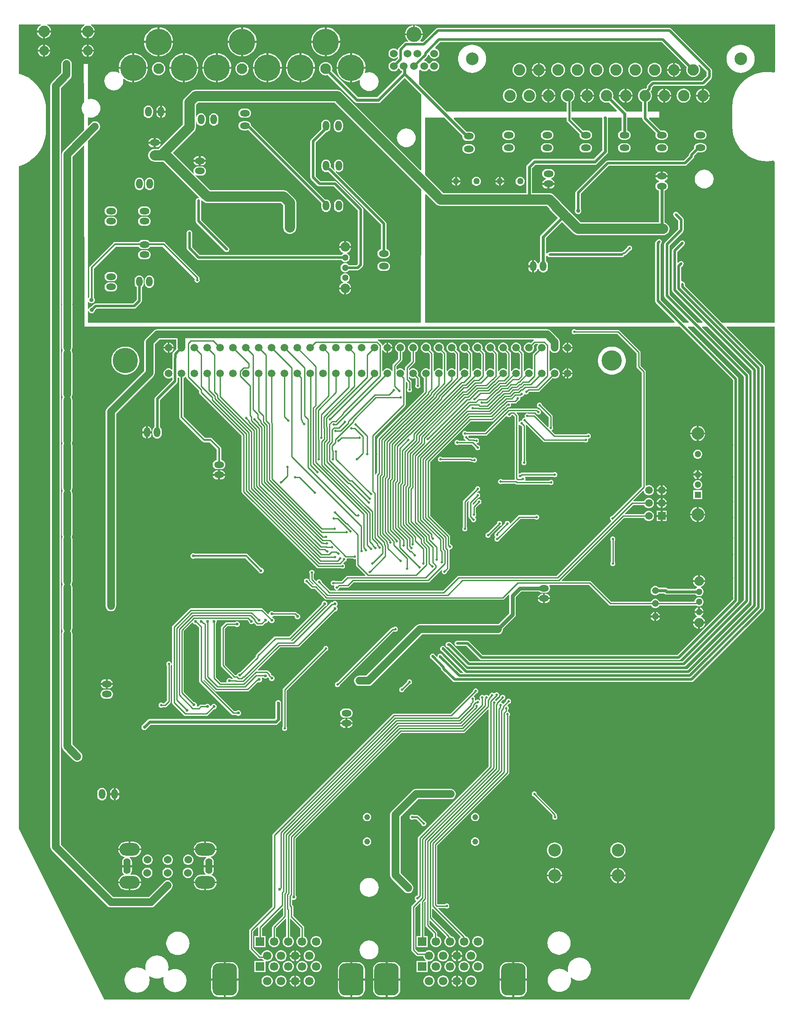
<source format=gbr>
%FSTAX44Y44*%
%MOMM*%
%SFA1B1*%

%IPPOS*%
%AMD47*
4,1,8,1.206500,3.175000,-1.206500,3.175000,-2.413000,1.968500,-2.413000,-1.968500,-1.206500,-3.175000,1.206500,-3.175000,2.413000,-1.968500,2.413000,1.968500,1.206500,3.175000,0.0*
1,1,2.413000,1.206500,1.968500*
1,1,2.413000,-1.206500,1.968500*
1,1,2.413000,-1.206500,-1.968500*
1,1,2.413000,1.206500,-1.968500*
%
%ADD35C,0.507999*%
%ADD36C,0.634999*%
%ADD37C,0.253999*%
%ADD38C,0.380999*%
%ADD39C,1.523997*%
%ADD41C,0.330199*%
%ADD42C,0.431799*%
%ADD43C,2.031996*%
%ADD44C,0.761998*%
G04~CAMADD=47~8~0.0~0.0~1900.0~2500.0~475.0~0.0~15~0.0~0.0~0.0~0.0~0~0.0~0.0~0.0~0.0~0~0.0~0.0~0.0~0.0~1900.0~2500.0*
%ADD47D47*%
%ADD48C,1.689997*%
%ADD49R,1.689997X1.689997*%
%ADD50O,1.299997X1.949996*%
%ADD51O,1.949996X1.299997*%
%ADD52C,2.099996*%
%ADD53C,5.217990*%
%ADD54C,1.332997*%
%ADD55C,1.299997*%
%ADD56C,1.874996*%
%ADD57C,1.269997*%
%ADD58C,2.249995*%
%ADD59C,2.499995*%
%ADD60C,3.999992*%
%ADD61C,4.999990*%
%ADD62C,1.499997*%
%ADD63C,1.523997*%
%ADD64C,2.999994*%
%ADD65O,1.406397X3.107994*%
%ADD66R,1.299997X1.299997*%
%ADD67C,2.474995*%
%ADD68C,1.154998*%
%ADD69C,1.899996*%
%ADD70R,1.499997X1.499997*%
%ADD71O,3.999992X2.499995*%
%ADD72C,0.634999*%
%ADD73C,0.499999*%
%ADD74C,0.899998*%
%ADD75C,0.599999*%
%ADD76C,0.799998*%
%ADD77C,0.990598*%
%LNsega_801_remake_copper_signal_bot-1*%
%LPD*%
G36*
X01692232Y01844256D02*
X01689692Y018424D01*
X01683632Y01843429*
X01675989Y01843859*
X01668347Y01843429*
X016608Y01842147*
X01653445Y01840028*
X01646373Y01837099*
X01639674Y01833396*
X01633431Y01828967*
X01627724Y01823866*
X01622623Y01818159*
X01618194Y01811916*
X01614491Y01805217*
X01611562Y01798145*
X01609443Y0179079*
X0160816Y01783243*
X01607731Y01775601*
X01607779*
Y017653*
Y01735623*
X01607731*
X0160816Y01727981*
X01609443Y01720434*
X01611562Y01713079*
X01614491Y01706007*
X01618194Y01699308*
X01622623Y01693065*
X01627724Y01687358*
X01633431Y01682257*
X01639674Y01677828*
X01646373Y01674125*
X01653445Y01671196*
X016608Y01669077*
X01668347Y01667795*
X01675989Y01667365*
X01683632Y01667795*
X01688692Y01668654*
X01691232Y01666509*
Y0134874*
X01587204*
X01513939Y01422004*
Y0142494*
X01513544Y01426921*
X01512421Y01428601*
X01510741Y01429724*
X0150876Y01430118*
X01506318Y01432223*
Y01458354*
X01509882Y01461917*
X01511004Y01463597*
X01511399Y0146558*
X01511004Y01467561*
X01509882Y01469242*
X01508201Y01470364*
X0150622Y01470758*
X01504237Y01470364*
X01502557Y01469242*
X01501045Y0146773*
X01498698Y01468702*
Y01488834*
X01512421Y01502557*
X01513544Y01504237*
X01513939Y0150622*
X01513544Y01508201*
X01512421Y01509882*
X01510741Y01511004*
X0150876Y01511399*
X01506777Y01511004*
X01505097Y01509882*
X01489856Y01494641*
X01488734Y01492961*
X01488339Y0149098*
Y01413546*
X01488734Y01411564*
X01489856Y01409884*
X01548655Y01351086*
X01547683Y0134874*
X01538944*
X01483458Y01404224*
Y01501534*
X01509882Y01527956*
X01511004Y01529637*
X01511399Y0153162*
Y01552575*
X01511004Y01554556*
X01509882Y01556236*
X01499721Y01566397*
X01498041Y01567519*
X0149606Y01567913*
X01494077Y01567519*
X01492396Y01566397*
X01491274Y01564716*
X01490879Y01562735*
X01491274Y01560752*
X01492396Y01559072*
X01501039Y01550429*
Y01533764*
X01474616Y01507342*
X01473494Y01505661*
X01473099Y0150368*
Y0140208*
X01473494Y01400097*
X01474616Y01398417*
X01521947Y01351086*
X01520975Y0134874*
X01511004*
X01465678Y01394064*
Y01504074*
X01466702Y01505097*
X01467824Y01506777*
X01468218Y0150876*
X01467824Y01510741*
X01466702Y01512421*
X01465021Y01513544*
X0146304Y01513939*
X01461057Y01513544*
X01459376Y01512421*
X01456836Y01509882*
X01455714Y01508201*
X01455319Y0150622*
Y0139192*
X01455714Y01389937*
X01456836Y01388256*
X01494007Y01351086*
X01493035Y0134874*
X0100076*
Y01601625*
X01003106Y01602597*
X01022471Y01583232*
X01025124Y01581196*
X01028213Y01579916*
X01031529Y0157948*
X0124096*
X01246538Y01573902*
X01247076Y01572604*
X01249111Y01569951*
X01263221Y01555841*
X01230159Y01522779*
X01228896Y01520889*
X01228452Y01518659*
Y01470672*
X01227832Y01470196*
X01226383Y01468308*
X01225606Y01466432*
X01224306Y01466109*
X01224252*
X01222952Y01466432*
X01222175Y01468308*
X01220726Y01470196*
X01218838Y01471645*
X01216639Y01472556*
X01216184Y01472616*
Y014605*
Y01448382*
X01216639Y01448442*
X01218838Y01449353*
X01220726Y01450802*
X01222175Y0145269*
X01222952Y01454566*
X01224252Y01454889*
X01224306*
X01225606Y01454566*
X01226383Y0145269*
X01227832Y01450802*
X0122972Y01449353*
X01231919Y01448442*
X01234279Y01448131*
X01236639Y01448442*
X01238838Y01449353*
X01240726Y01450802*
X01242175Y0145269*
X01243086Y01454889*
X01243397Y01457249*
Y01463749*
X01243086Y01466109*
X01242175Y01468308*
X01240726Y01470196*
X01240106Y01470672*
Y01480517*
X01240597Y01480705*
X01242646Y0148094*
X01243476Y01479697*
X01245157Y01478574*
X0124714Y0147818*
X0138938*
X01391361Y01478574*
X01393041Y01479697*
X01394164Y01481377*
X01394214Y01481626*
X0139446*
X01396094Y01481951*
X01397481Y01482877*
X01405748Y01491145*
X01406585Y01491311*
X01408253Y01492425*
X01409367Y01494092*
X01409758Y0149606*
X01409367Y01498025*
X01408253Y01499693*
X01406585Y01500807*
X0140462Y01501198*
X01402653Y01500807*
X01400985Y01499693*
X01399871Y01498025*
X01399705Y01497188*
X01392689Y01490172*
X0139192*
X01390284Y01489847*
X01388897Y01488921*
X01388515Y01488538*
X0124714*
X01245157Y01488144*
X01243476Y01487022*
X01242646Y01485778*
X01240597Y01486013*
X01240106Y01486201*
Y01516245*
X01271462Y01547601*
X01293961Y01525101*
X01296614Y01523066*
X01299704Y01521786*
X0130302Y01521349*
X0147066*
X01473974Y01521786*
X01477064Y01523066*
X01479717Y01525101*
X01481752Y01527754*
X01483032Y01530844*
X01483469Y0153416*
X01483032Y01537474*
X01481752Y01540564*
X01479717Y01543217*
X01477064Y01545252*
X01473974Y01546532*
X01473946Y01546536*
Y01609582*
X01475928Y01610403*
X01477816Y01611852*
X01479265Y0161374*
X01480176Y01615939*
X01480487Y01618299*
X01480176Y01620659*
X01479265Y01622858*
X01477816Y01624746*
X01475928Y01626195*
X01474052Y01626972*
X01473729Y01628272*
Y01628326*
X01474052Y01629626*
X01475928Y01630403*
X01477816Y01631852*
X01479265Y0163374*
X01480176Y01635939*
X01480236Y01636395*
X0146812*
X01456002*
X01456062Y01635939*
X01456973Y0163374*
X01458422Y01631852*
X0146031Y01630403*
X01462186Y01629626*
X01462509Y01628326*
Y01628272*
X01462186Y01626972*
X0146031Y01626195*
X01458422Y01624746*
X01456973Y01622858*
X01456062Y01620659*
X01455751Y01618299*
X01456062Y01615939*
X01456973Y0161374*
X01458422Y01611852*
X0146031Y01610403*
X01462292Y01609582*
Y01546969*
X01308325*
X01285457Y01569837*
X012698Y01585493*
X01269263Y01586791*
X01267227Y01589444*
X01255324Y01601347*
X01252671Y01603383*
X01249581Y01604663*
X01246266Y01605099*
X01212326*
Y01653665*
X01219073Y01660412*
X0133604*
X01338269Y01660856*
X01340159Y01662119*
X01360479Y01682439*
X01361742Y01684329*
X01362186Y0168656*
Y017526*
X01363098Y0175371*
X01388632*
Y01727896*
X0138665Y01727075*
X01384762Y01725626*
X01383313Y01723738*
X01382402Y01721539*
X01382091Y01719179*
X01382402Y01716819*
X01383313Y0171462*
X01384762Y01712732*
X0138665Y01711283*
X01388849Y01710372*
X01391209Y01710061*
X01397709*
X01400069Y01710372*
X01402268Y01711283*
X01404156Y01712732*
X01405605Y0171462*
X01406516Y01716819*
X01406827Y01719179*
X01406516Y01721539*
X01405605Y01723738*
X01404156Y01725626*
X01402268Y01727075*
X01400286Y01727896*
Y0175371*
X0142992*
Y01752199*
X01430314Y01750217*
X01431437Y01748536*
X01456757Y01723216*
X01456062Y01721539*
X01455751Y01719179*
X01456062Y01716819*
X01456973Y0171462*
X01458422Y01712732*
X0146031Y01711283*
X01462509Y01710372*
X01464869Y01710061*
X01471369*
X01473729Y01710372*
X01475928Y01711283*
X01477816Y01712732*
X01479265Y0171462*
X01480176Y01716819*
X01480487Y01719179*
X01480176Y01721539*
X01479265Y01723738*
X01477816Y01725626*
X01475928Y01727075*
X01473729Y01727986*
X01471369Y01728297*
X01466326*
X01443259Y01751364*
X01444231Y0175371*
X0146304*
Y017653*
X01440279*
Y01784218*
X01442053Y01784953*
X01444934Y01787164*
X01447145Y01790044*
X01448534Y01793399*
X01449008Y01796999*
X01448534Y01800599*
X01447145Y01803953*
X01446068Y01805357*
X01447869Y01807158*
X01448992Y01808839*
X01449386Y01810821*
Y01812901*
X01452484Y01816*
X015494*
X01551381Y01816394*
X01553061Y01817517*
X01565761Y01830216*
X01566884Y01831897*
X01567279Y0183388*
Y0184658*
X01566884Y01848561*
X01565761Y01850241*
X01487022Y01928982*
X01485341Y01930104*
X0148336Y01930499*
X0102616*
X01024177Y01930104*
X01022496Y01928982*
X00996784Y01903269*
X00992665*
X00991773Y01905374*
X00991716Y01905808*
X00993823Y01908377*
X00995452Y01911424*
X00996455Y01914731*
X00996606Y01916264*
X0097917*
Y01918169*
Y01916264*
X00961732*
X00961883Y01914731*
X00962886Y01911424*
X00964515Y01908377*
X00966706Y01905706*
X00968129Y01904538*
X00967675Y01903269*
X00963369*
X00961387Y01902874*
X00959706Y01901751*
X00949357Y01891401*
X00948234Y01889721*
X00947839Y01887739*
Y01887535*
X00946637Y01887126*
X00946415Y01887415*
X00944293Y01889044*
X00941821Y01890068*
X00939169Y01890417*
X00936517Y01890068*
X00934045Y01889044*
X00931923Y01887415*
X00930294Y01885293*
X0092927Y01882821*
X00928921Y01880169*
X0092927Y01877517*
X00930294Y01875045*
X00931923Y01872923*
X00934045Y01871294*
X00936517Y0187027*
X00939169Y01869921*
X00941821Y0187027*
X00944293Y01871294*
X00946415Y01872923*
X00946637Y01873212*
X00947839Y01872803*
Y01871164*
X00941752Y01865077*
X00939169Y01865417*
X00936517Y01865068*
X00934045Y01864044*
X00931923Y01862415*
X00930294Y01860293*
X0092927Y01857821*
X00928921Y01855169*
X0092927Y01852517*
X00930294Y01850045*
X00931923Y01847923*
X00934045Y01846294*
X00936517Y0184527*
X00939169Y01844921*
X00941821Y0184527*
X00944293Y01846294*
X00946415Y01847923*
X00948044Y01850045*
X00948482Y01851102*
X00949856*
X00950294Y01850045*
X00951923Y01847923*
X00954045Y01846294*
X00955043Y01845881*
Y01842452*
X00906577Y01793986*
X00869253*
X00817393Y01845846*
X00817703Y01846595*
X00818151Y01849999*
X00817703Y01853403*
X00816389Y01856575*
X00814299Y01859299*
X00811575Y01861389*
X00808403Y01862703*
X00804999Y01863151*
X00801595Y01862703*
X00798423Y01861389*
X00795699Y01859299*
X00793609Y01856575*
X00792295Y01853403*
X00791847Y01849999*
X00792295Y01846595*
X00793609Y01843423*
X00795699Y01840699*
X00798423Y01838609*
X00801595Y01837295*
X00804999Y01836847*
X00808403Y01837295*
X00809152Y01837605*
X00862719Y01784039*
X00864609Y01782776*
X00866839Y01782332*
X00908991*
X00911221Y01782776*
X00913111Y01784039*
X0096087Y01831797*
X00993473Y01799195*
X0099322Y01650372*
X00992046Y01649887*
X00837097Y01804837*
X00834444Y01806872*
X00831354Y01808152*
X0082804Y01808589*
X00547842*
X00544527Y01808152*
X00541437Y01806872*
X00538785Y01804837*
X00526881Y01792934*
X00524846Y01790281*
X00523566Y01787191*
X00523129Y01783876*
Y01740125*
X00476081Y01693077*
X00475369Y01692149*
X0046736*
X00464044Y01691712*
X00460954Y01690433*
X00458301Y01688397*
X00456266Y01685744*
X00454986Y01682654*
X00454549Y01679339*
X00454986Y01676024*
X00456266Y01672934*
X00458301Y01670281*
X00460954Y01668246*
X00464044Y01666966*
X0046736Y01666529*
X00484513*
X0055473Y01596312*
X00554105Y01595142*
X0055372Y01595219*
X00551737Y01594824*
X00550056Y01593702*
X00548934Y01592021*
X00548539Y0159004*
Y015494*
X00548934Y01547417*
X00550056Y01545736*
X00605937Y01489856*
X00607617Y01488734*
X006096Y01488339*
X00611581Y01488734*
X00613261Y01489856*
X00614384Y01491537*
X00614779Y0149352*
X00614384Y01495501*
X00613261Y01497181*
X00558898Y01551544*
Y0159004*
X00558822Y01590425*
X00559992Y0159105*
X00562441Y01588601*
X00565094Y01586566*
X00568184Y01585286*
X005715Y01584849*
X0071685*
X00721249Y0158045*
Y015367*
X00721686Y01533384*
X00722966Y01530294*
X00725001Y01527641*
X00727654Y01525606*
X00730744Y01524326*
X0073406Y01523889*
X00737374Y01524326*
X00740464Y01525606*
X00743117Y01527641*
X00745152Y01530294*
X00746432Y01533384*
X00746869Y015367*
Y01585756*
X00746432Y01589071*
X00745152Y01592161*
X00743117Y01594813*
X00731214Y01606717*
X00728561Y01608752*
X00725471Y01610032*
X00722156Y01610469*
X00576805*
X00547734Y0163954*
X0054845Y01640563*
X00550649Y01639652*
X00553009Y01639341*
X00559509*
X00561869Y01639652*
X00564068Y01640563*
X00565956Y01642012*
X00567405Y016439*
X00568316Y01646099*
X00568627Y0164846*
X00568316Y01650819*
X00567405Y01653018*
X00565956Y01654906*
X00564068Y01656355*
X00561869Y01657266*
X00559509Y01657577*
X00553009*
X00550649Y01657266*
X0054845Y01656355*
X00546562Y01654906*
X00545113Y01653018*
X00544202Y01650819*
X00543891Y0164846*
X00544202Y01646099*
X00545113Y016439*
X0054409Y01643184*
X00503255Y0168402*
X00544997Y01725761*
X00547032Y01728414*
X00548312Y01731504*
X00548749Y0173482*
Y01745681*
X00550019Y01745764*
X00550192Y01744449*
X00551103Y0174225*
X00552552Y01740362*
X0055444Y01738913*
X00556639Y01738002*
X00558999Y01737691*
X00561359Y01738002*
X00563558Y01738913*
X00565446Y01740362*
X00566895Y0174225*
X00567806Y01744449*
X00568117Y01746809*
Y01753309*
X00567806Y01755669*
X00566895Y01757868*
X00565446Y01759756*
X00563558Y01761205*
X00561359Y01762116*
X00558999Y01762427*
X00556639Y01762116*
X0055444Y01761205*
X00552552Y01759756*
X00551103Y01757868*
X00550192Y01755669*
X00550019Y01754354*
X00548749Y01754437*
Y0177857*
X00553148Y01782969*
X00822733*
X00993156Y01612547*
X00992708Y0134874*
X0033528*
Y01372247*
X00336527Y01372432*
X00337186Y01370841*
X00338235Y01369475*
X00339601Y01368426*
X00341192Y01367767*
X003429Y01367543*
X00344606Y01367767*
X00346197Y01368426*
X00347563Y01369475*
X00348612Y01370841*
X00349271Y01372432*
X00349385Y013733*
X00352664Y0137658*
X0042672*
X00428701Y01376974*
X00430381Y01378097*
X00440702Y01388417*
X00441824Y01390097*
X00442219Y01392079*
Y01419472*
X00443326Y01420322*
X00444775Y0142221*
X00445686Y01424409*
X00445997Y01426769*
Y01433269*
X00445686Y01435629*
X00444775Y01437828*
X00443326Y01439716*
X00441438Y01441165*
X00439239Y01442076*
X0043688Y01442387*
X00434519Y01442076*
X0043232Y01441165*
X00430432Y01439716*
X00428983Y01437828*
X00428072Y01435629*
X00427761Y01433269*
Y01426769*
X00428072Y01424409*
X00428983Y0142221*
X00430432Y01420322*
X0043186Y01419226*
Y01394224*
X00424574Y01386939*
X0035052*
X00348537Y01386544*
X00346856Y01385422*
X0034206Y01380625*
X00341192Y01380511*
X00339601Y01379852*
X00338235Y01378803*
X00337186Y01377437*
X00336527Y01375846*
X0033528Y01376031*
Y01390914*
X0033655Y01391166*
X00336737Y01390712*
X00337786Y01389346*
X00339152Y01388297*
X00340743Y01387638*
X0034245Y01387414*
X00344157Y01387638*
X00345748Y01388297*
X00347114Y01389346*
X00348163Y01390712*
X00348822Y01392303*
X00349046Y0139401*
X00348822Y01395717*
X00348163Y01397308*
X00347431Y01398262*
Y01456082*
X00390496Y01499147*
X00435749*
X00435893Y014988*
X00437342Y01496912*
X0043923Y01495463*
X00441429Y01494552*
X00443789Y01494241*
X00450289*
X00452649Y01494552*
X00454848Y01495463*
X00456736Y01496912*
X00458185Y014988*
X00458329Y01499147*
X00483262*
X00546647Y01435762*
Y0143521*
X00546431Y01434887*
X0054604Y01432921*
X00546431Y01430955*
X00547545Y01429287*
X00549212Y01428173*
X0055118Y01427782*
X00553146Y01428173*
X00554813Y01429287*
X00555927Y01430955*
X00556318Y01432921*
X00555927Y01434887*
X00555711Y0143521*
Y0143764*
X00555366Y01439373*
X00554384Y01440844*
X00488344Y01506884*
X00486873Y01507866*
X0048514Y01508211*
X00457962*
X00456736Y01509806*
X00454848Y01511255*
X00452649Y01512166*
X00450289Y01512477*
X00443789*
X00441429Y01512166*
X0043923Y01511255*
X00437342Y01509806*
X00436118Y01508211*
X0038862*
X00386885Y01507866*
X00385414Y01506884*
X00339694Y01461164*
X00338712Y01459693*
X00338367Y0145796*
Y0139912*
X00337786Y01398674*
X00336737Y01397308*
X0033655Y01396854*
X0033528Y01397106*
Y01707247*
X00356819Y01728787*
X00358448Y0173091*
X00359472Y01733381*
X00359821Y01736034*
X00359472Y01738686*
X00358448Y01741157*
X00356819Y0174328*
X00354697Y01744908*
X00352225Y01745932*
X00349573Y01746281*
X00346921Y01745932*
X00344449Y01744908*
X00342327Y0174328*
X00336452Y01737405*
X0033528Y01737891*
Y01753778*
X00336299Y01754535*
X00338106Y01753987*
X00341741Y01753629*
X00345375Y01753987*
X0034887Y01755047*
X00352091Y01756769*
X00354914Y01759085*
X00357231Y01761908*
X00358953Y01765129*
X00360013Y01768624*
X00360371Y01772259*
X00360013Y01775893*
X00358953Y01779388*
X00357231Y01782609*
X00354914Y01785432*
X00352091Y01787749*
X0034887Y01789471*
X00345375Y01790531*
X00341741Y01790889*
X00338106Y01790531*
X00336299Y01789983*
X0033528Y01790739*
Y0185928*
X0032756*
X00327754Y01784441*
X00326251Y01782609*
X00324529Y01779388*
X00323469Y01775893*
X00323111Y01772259*
X00323469Y01768624*
X00324529Y01765129*
X00326251Y01761908*
X00327818Y01759999*
X00327899Y01728852*
X00287393Y01688346*
X00285764Y01686223*
X0028474Y01683752*
X00284391Y01681099*
Y01618444*
Y01572289*
Y01526135*
Y01479981*
Y01433827*
Y0138684*
X00284603Y01385234*
X00284391Y01383628*
Y01341518*
Y01299808*
X0028474Y01297156*
X00285764Y01294685*
X00286064Y01294294*
X00285764Y01293904*
X0028474Y01291432*
X00284391Y0128878*
Y01249209*
Y012075*
X0028474Y01204847*
X00285764Y01202376*
X00286064Y01201985*
X00285764Y01201595*
X0028474Y01199123*
X00284391Y01196471*
Y011569*
Y01115191*
X0028474Y01112539*
X002854Y01110947*
X0028474Y01109355*
X00284391Y01106702*
Y01064592*
Y01022882*
X0028474Y0102023*
X00285764Y01017759*
X00286064Y01017368*
X00285764Y01016978*
X0028474Y01014506*
X00284391Y01011854*
Y00972283*
Y00930574*
X0028474Y00927921*
X002854Y00926329*
X0028474Y00924737*
X00284391Y00922085*
Y00879974*
Y00838265*
X0028474Y00835613*
X00285764Y00833141*
X00286064Y00832751*
X00285764Y0083236*
X0028474Y00829889*
X00284391Y00827236*
Y00787666*
Y00745956*
X0028474Y00743304*
X00285764Y00740833*
X00286064Y00740442*
X00285764Y00740051*
X0028474Y0073758*
X00284391Y00734928*
Y00695357*
Y00603048*
Y0051308*
X0028474Y00510427*
X00285764Y00507955*
X00287393Y00505833*
X00307413Y00485813*
X00309535Y00484184*
X00312007Y00483161*
X00314659Y00482811*
X00317311Y00483161*
X00319783Y00484184*
X00321905Y00485813*
X00323534Y00487935*
X00324557Y00490407*
X00324907Y00493059*
X00324557Y00495711*
X00323534Y00498183*
X00321905Y00500305*
X00304887Y00517324*
Y00603048*
Y00695357*
Y00734928*
X00304537Y0073758*
X00303514Y00740051*
X00303214Y00740442*
X00303514Y00740833*
X00304537Y00743304*
X00304887Y00745956*
Y00787666*
Y00827236*
X00304537Y00829889*
X00303514Y0083236*
X00303214Y00832751*
X00303514Y00833141*
X00304537Y00835613*
X00304887Y00838265*
Y00879974*
Y00922085*
X00304537Y00924737*
X00303878Y00926329*
X00304537Y00927921*
X00304887Y00930574*
Y00972283*
Y01011854*
X00304537Y01014506*
X00303514Y01016978*
X00303214Y01017368*
X00303514Y01017759*
X00304537Y0102023*
X00304887Y01022882*
Y01064592*
Y01106702*
X00304537Y01109355*
X00303878Y01110947*
X00304537Y01112539*
X00304887Y01115191*
Y011569*
Y01196471*
X00304537Y01199123*
X00303514Y01201595*
X00303214Y01201985*
X00303514Y01202376*
X00304537Y01204847*
X00304887Y012075*
Y01249209*
Y0128878*
X00304537Y01291432*
X00303514Y01293904*
X00303214Y01294294*
X00303514Y01294685*
X00304537Y01297156*
X00304887Y01299808*
Y01341518*
Y01383628*
X00304675Y01385234*
X00304887Y0138684*
Y01433827*
Y01479981*
Y01526135*
Y01572289*
Y01618444*
Y01676855*
X00326804Y01698772*
X00327978Y01698288*
X00328906Y0134112*
X01503974*
X01609179Y01235914*
Y00803563*
X01605662Y00800045*
X01605236Y00799761*
X01498994Y00693519*
X01114664*
X01088241Y00719941*
X01086561Y00721064*
X0108458Y00721459*
X0106426*
X01063558Y00721319*
X01063257*
X01062978Y00721204*
X01062277Y00721064*
X01061682Y00720667*
X01061404Y00720552*
X01061191Y00720339*
X01060597Y00719941*
X01060199Y00719347*
X01059986Y00719134*
X01059871Y00718856*
X01059474Y00718261*
X01059334Y0071756*
X01059219Y00717281*
Y0071698*
X0105908Y0071628*
X01059219Y00715578*
Y00715276*
X01059334Y00714998*
X01059474Y00714297*
X01059871Y00713702*
X01059986Y00713424*
X01060199Y00713211*
X01060597Y00712616*
X01061191Y00712219*
X01061404Y00712006*
X01061682Y00711891*
X01062277Y00711494*
X01062978Y00711354*
X01063257Y00711239*
X01063558*
X0106426Y00711099*
X01082434*
X01108856Y00684677*
X01110537Y00683554*
X0111252Y00683159*
X0150114*
X01503121Y00683554*
X01504802Y00684677*
X01612277Y00792152*
X01612703Y00792437*
X01618021Y00797756*
X01619144Y00799436*
X01619539Y00801418*
X01619538*
Y01238059*
X01619144Y01240041*
X01618021Y01241721*
X01519797Y01339946*
X01520283Y0134112*
X01531914*
X01630579Y01242454*
Y00802244*
X01509154Y00680818*
X01089264*
X01052681Y00717401*
X01051001Y00718524*
X0104902Y00718919*
X0104648*
X01045778Y00718779*
X01045477*
X01045198Y00718664*
X01044497Y00718524*
X01043902Y00718127*
X01043624Y00718012*
X01043411Y00717799*
X01042817Y00717401*
X01042419Y00716807*
X01042206Y00716594*
X01042091Y00716316*
X01041694Y00715721*
X01041554Y0071502*
X01041439Y00714742*
Y0071444*
X010413Y0071374*
X01041439Y00713038*
Y00712737*
X01041554Y00712458*
X01041694Y00711757*
X01042091Y00711162*
X01042206Y00710884*
X01042419Y00710671*
X01042817Y00710077*
X01043411Y00709679*
X01043624Y00709466*
X01043902Y00709351*
X01044497Y00708954*
X01045198Y00708814*
X01045477Y00708699*
X01045778*
X0104648Y00708559*
X01046874*
X01083456Y00671976*
X01085137Y00670854*
X0108712Y0067046*
X015113*
X01513281Y00670854*
X01514961Y00671976*
X01639421Y00796437*
X01640544Y00798117*
X01640938Y008001*
Y012446*
X01640544Y01246581*
X01639421Y01248261*
X01547737Y01339946*
X01548223Y0134112*
X01558621*
X01645819Y01253921*
Y00792956*
X01518442Y00665579*
X01084184*
X01041376Y00708387*
X01041016Y00709257*
X01039457Y00710816*
X01037421Y00711659*
X01035217*
X01033181Y00710816*
X01031622Y00709257*
X01030779Y00707221*
Y00705017*
X01031622Y00702981*
X01033181Y00701422*
X01034051Y00701062*
X01075981Y00659132*
X01075495Y00657959*
X01070655*
X01036003Y0069261*
X01035643Y0069348*
X01034084Y00695039*
X01032048Y00695882*
X01029844*
X01027808Y00695039*
X0102625Y0069348*
X01025406Y00691444*
Y00690593*
X01024136Y00690067*
X01021056Y00693147*
X01020696Y00694017*
X01019137Y00695576*
X01017101Y00696419*
X01014897*
X01012861Y00695576*
X01011302Y00694017*
X01010459Y00691981*
Y00689777*
X01011302Y00687741*
X01012861Y00686182*
X01013731Y00685822*
X01032497Y00667056*
Y00666661*
X01032892Y00664679*
X01034015Y00662998*
X01055517Y00641496*
X01057197Y00640374*
X0105918Y0063998*
X015269*
X01528882Y00640374*
X01530562Y00641496*
X01669901Y00780836*
X01671024Y00782516*
X01671419Y00784498*
Y0126238*
X01671024Y01264361*
X01669901Y01266041*
X01595997Y01339946*
X01596483Y0134112*
X01691232*
Y00350949*
X01522796Y00013654*
X00367867*
X00199432Y00350949*
Y0165806*
X00203563Y0165925*
X00211201Y01662413*
X00218434Y01666411*
X00225174Y01671194*
X00231337Y01676702*
X00236845Y01682864*
X00241628Y01689605*
X00245626Y01696839*
X00248789Y01704475*
X00251077Y01712418*
X00252462Y01720566*
X00252925Y01728819*
X00252868*
Y01769708*
X00252925*
X00252462Y0177796*
X00251077Y01786109*
X00248789Y01794051*
X00245626Y01801687*
X00241628Y01808921*
X00236845Y01815662*
X00231337Y01821825*
X00225174Y01827333*
X00218434Y01832116*
X00211201Y01836114*
X00203563Y01839277*
X00199432Y01840467*
Y01937459*
X00242683*
X00243023Y01936189*
X00240432Y01934694*
X00237864Y01932126*
X00236049Y01928982*
X00235133Y01925564*
X00248899*
X00262665*
X00261749Y01928982*
X00259934Y01932126*
X00257366Y01934694*
X00254776Y01936189*
X00255116Y01937459*
X00329263*
X00329515Y01936189*
X00328344Y01935704*
X00326187Y01934049*
X00324909Y01932771*
X00323808Y01931336*
X00322904Y01929771*
X00322213Y01928101*
X00321745Y01926355*
X00321641Y01925564*
X00335299*
X00348957*
X00348734Y01927259*
X00347345Y01930613*
X00345134Y01933494*
X00342253Y01935704*
X00341082Y01936189*
X00341335Y01937459*
X01692232*
Y01844256*
G37*
G36*
X0151765Y01853174D02*
X01516914Y01851399D01*
X0151644Y01847799*
X01516914Y01844199*
X01518303Y01840844*
X01520514Y01837964*
X01523395Y01835753*
X01526749Y01834364*
X0153035Y0183389*
X01533949Y01834364*
X01537304Y01835753*
X01540184Y01837964*
X01542394Y01840844*
X01543784Y01844199*
X01544258Y01847799*
X01543784Y01851399*
X01542394Y01854753*
X01540373Y01857388*
X01542288Y01859066*
X01556919Y01844434*
Y01836024*
X01547254Y01826359*
X0145034*
X01448357Y01825964*
X01446677Y01824842*
X01440544Y01818709*
X01439422Y01817029*
X01439027Y01815047*
Y01812966*
X01436752Y0181069*
X014351Y01810908*
X01431499Y01810434*
X01428144Y01809045*
X01425264Y01806834*
X01423054Y01803953*
X01421664Y01800599*
X0142119Y01796999*
X01421664Y01793399*
X01423054Y01790044*
X01425264Y01787164*
X01428144Y01784953*
X0142992Y01784218*
Y017653*
X01398753*
X01398579Y01765559*
X01371867Y01792271*
X01372334Y01793399*
X01372808Y01796999*
X01372334Y01800599*
X01370944Y01803953*
X01368734Y01806834*
X01365853Y01809045*
X01362499Y01810434*
X013589Y01810908*
X01355299Y01810434*
X01351944Y01809045*
X01349064Y01806834*
X01346854Y01803953*
X01345464Y01800599*
X0134499Y01796999*
X01345464Y01793399*
X01346854Y01790044*
X01349064Y01787164*
X01351944Y01784953*
X01355299Y01783564*
X013589Y0178309*
X01362499Y01783564*
X01363626Y01784031*
X01380012Y01767646*
X0137904Y017653*
X0129003*
Y01785242*
X01292534Y01787164*
X01294744Y01790044*
X01296134Y01793399*
X01296608Y01796999*
X01296134Y01800599*
X01294744Y01803953*
X01292534Y01806834*
X01289654Y01809045*
X01286299Y01810434*
X012827Y01810908*
X01279099Y01810434*
X01275744Y01809045*
X01272864Y01806834*
X01270654Y01803953*
X01269264Y01800599*
X0126879Y01796999*
X01269264Y01793399*
X01270654Y01790044*
X01272864Y01787164*
X01275744Y01784953*
X01279099Y01783564*
X01280448Y01783386*
Y017653*
X0104385*
X00989538Y01819611*
Y01846858*
X00991384Y01847683*
X00992078Y01847804*
X00994045Y01846294*
X00996517Y0184527*
X00999169Y01844921*
X01001821Y0184527*
X01004293Y01846294*
X01006415Y01847923*
X0100772Y01849623*
X01009169Y01849861*
X01010618Y01849623*
X01011923Y01847923*
X01014045Y01846294*
X01016517Y0184527*
X01019169Y01844921*
X01021821Y0184527*
X01024293Y01846294*
X01026415Y01847923*
X01028044Y01850045*
X01029068Y01852517*
X01029417Y01855169*
X01029068Y01857821*
X01028044Y01860293*
X01026415Y01862415*
X01024293Y01864044*
X01021821Y01865068*
X01019169Y01865417*
X01016517Y01865068*
X01014045Y01864044*
X01011923Y01862415*
X01010618Y01860715*
X01009169Y01860477*
X0100772Y01860715*
X01006415Y01862415*
X01004293Y01864044*
X01001821Y01865068*
X01000198Y01865281*
X00999172Y01867847*
X01005356Y01874031*
X01006478Y01875711*
X01006767Y0187716*
X0100927Y01877517*
X01010294Y01875045*
X01011923Y01872923*
X01014045Y01871294*
X01016517Y0187027*
X01019169Y01869921*
X01021821Y0187027*
X01024293Y01871294*
X01026415Y01872923*
X01028044Y01875045*
X01029068Y01877517*
X01029417Y01880169*
X01029068Y01882821*
X01028044Y01885293*
X01026415Y01887415*
X01024293Y01889044*
X01021821Y01890068*
X0102109Y01892726*
X01030724Y0190236*
X01468464*
X0151765Y01853174*
G37*
G36*
X01350532Y017526D02*
Y01688973D01*
X01333625Y01672066*
X0121666*
X01214429Y01671622*
X01212539Y01670359*
X01202379Y01660199*
X01201116Y01658309*
X01200672Y0165608*
Y01605099*
X01036834*
X0100076Y01641175*
Y0175371*
X01038957*
X01074853Y01717814*
X01074751Y0171704*
X01075062Y01714679*
X01075973Y0171248*
X01077422Y01710592*
X0107931Y01709143*
X01081509Y01708232*
X01083869Y01707921*
X01090369*
X01092729Y01708232*
X01094928Y01709143*
X01096816Y01710592*
X01098265Y0171248*
X01099176Y01714679*
X01099487Y0171704*
X01099176Y01719399*
X01098265Y01721598*
X01096816Y01723486*
X01094928Y01724935*
X01092729Y01725846*
X01090369Y01726157*
X01083869*
X01083094Y01726055*
X01057785Y01751364*
X01058757Y0175371*
X01280448*
Y01748949*
X01280813Y01747116*
X01281851Y01745561*
X01306164Y01721249*
X01305891Y01719179*
X01306202Y01716819*
X01307113Y0171462*
X01308562Y01712732*
X0131045Y01711283*
X01312649Y01710372*
X01315009Y01710061*
X01321509*
X01323869Y01710372*
X01326068Y01711283*
X01327956Y01712732*
X01329405Y0171462*
X01330316Y01716819*
X01330627Y01719179*
X01330316Y01721539*
X01329405Y01723738*
X01327956Y01725626*
X01326068Y01727075*
X01323869Y01727986*
X01321509Y01728297*
X01315009*
X01312939Y01728024*
X0129003Y01750933*
Y0175371*
X0134962*
X01350532Y017526*
G37*
%LNsega_801_remake_copper_signal_bot-2*%
%LPC*%
G36*
X00981075Y01935607D02*
Y01920074D01*
X00996606*
X00996455Y01921607*
X00995452Y01924914*
X00993823Y01927961*
X00992498Y01929575*
X00991632Y01930632*
X00988961Y01932824*
X00985914Y01934452*
X00982607Y01935455*
X00981075Y01935607*
G37*
G36*
X00977265D02*
X00975731Y01935455D01*
X00972424Y01934452*
X00969377Y01932824*
X00966706Y01930632*
X00964515Y01927961*
X00962886Y01924914*
X00961883Y01921607*
X00961732Y01920074*
X00977265*
Y01935607*
G37*
G36*
X00348957Y01921754D02*
X00337204D01*
Y01910001*
X00338899Y01910224*
X00342253Y01911613*
X00345134Y01913824*
X00347345Y01916704*
X00348734Y01920059*
X00348957Y01921754*
G37*
G36*
X00333394D02*
X00323028D01*
X00321641*
X00321745Y01920963*
X00322213Y01919217*
X00322904Y01917546*
X00323808Y01915981*
X00324909Y01914547*
X00326187Y01913269*
X00328344Y01911613*
X00331699Y01910224*
X00333394Y01910001*
Y01921754*
G37*
G36*
X00262665D02*
X00250804D01*
Y01909893*
X00254222Y01910809*
X00257366Y01912624*
X00259934Y01915192*
X00261749Y01918336*
X00262665Y01921754*
G37*
G36*
X00246994D02*
X00235133D01*
X00236049Y01918336*
X00237864Y01915192*
X00240432Y01912624*
X00243576Y01910809*
X00246994Y01909893*
Y01921754*
G37*
G36*
X00476904Y01931568D02*
Y01904904D01*
X00503568*
X00503364Y01907492*
X00502312Y01911874*
X00500587Y01916037*
X00498233Y01919879*
X00495306Y01923306*
X00491879Y01926233*
X00488037Y01928587*
X00483874Y01930312*
X00479492Y01931364*
X00476904Y01931568*
G37*
G36*
X00641904D02*
Y01904904D01*
X00668568*
X00668364Y01907492*
X00667312Y01911874*
X00665587Y01916037*
X00663233Y01919879*
X00660306Y01923306*
X00656879Y01926233*
X00653037Y01928587*
X00648874Y01930312*
X00644492Y01931364*
X00641904Y01931568*
G37*
G36*
X00806904D02*
Y01904904D01*
X00833568*
X00833364Y01907492*
X00832312Y01911874*
X00830587Y01916037*
X00828233Y01919879*
X00825306Y01923306*
X00821879Y01926233*
X00818037Y01928587*
X00813874Y01930312*
X00809492Y01931364*
X00806904Y01931568*
G37*
G36*
X00803094D02*
X00800506Y01931364D01*
X00796124Y01930312*
X00791961Y01928587*
X00788119Y01926233*
X00784692Y01923306*
X00781765Y01919879*
X00779411Y01916037*
X00777686Y01911874*
X00776634Y01907492*
X0077643Y01904904*
X00803094*
Y01931568*
G37*
G36*
X00638094D02*
X00635506Y01931364D01*
X00631124Y01930312*
X00626961Y01928587*
X00623119Y01926233*
X00619692Y01923306*
X00616765Y01919879*
X00614411Y01916037*
X00612686Y01911874*
X00611634Y01907492*
X0061143Y01904904*
X00638094*
Y01931568*
G37*
G36*
X00473094D02*
X00470506Y01931364D01*
X00466124Y01930312*
X00461961Y01928587*
X00458119Y01926233*
X00454692Y01923306*
X00451765Y01919879*
X00449411Y01916037*
X00447686Y01911874*
X00446634Y01907492*
X0044643Y01904904*
X00473094*
Y01931568*
G37*
G36*
X00337204Y01897552D02*
Y01887564D01*
X00347192*
X00347029Y01888802*
X00345816Y01891731*
X00343886Y01894246*
X00341371Y01896176*
X00338442Y01897389*
X00337204Y01897552*
G37*
G36*
X00250804Y01897613D02*
Y01887564D01*
X00260853*
X00260119Y01890306*
X00258534Y01893052*
X00256292Y01895293*
X00253546Y01896878*
X00250804Y01897613*
G37*
G36*
X00333394Y01897552D02*
X00332156Y01897389D01*
X00329227Y01896176*
X00327343Y0189473*
X00326227Y01893615*
X00325266Y01892362*
X00324477Y01890996*
X00323873Y01889537*
X00323465Y01888013*
X00323406Y01887564*
X00333394*
Y01897552*
G37*
G36*
X00246994Y01897613D02*
X00244252Y01896878D01*
X00241506Y01895293*
X00239265Y01893052*
X0023768Y01890306*
X00236945Y01887564*
X00246994*
Y01897613*
G37*
G36*
X00503568Y01901094D02*
X00476904D01*
Y0187443*
X00479492Y01874634*
X00483874Y01875686*
X00488037Y01877411*
X00491879Y01879765*
X00495306Y01882692*
X00498233Y01886119*
X00500587Y01889961*
X00502312Y01894125*
X00503364Y01898506*
X00503568Y01901094*
G37*
G36*
X00803094D02*
X0077643D01*
X00776634Y01898506*
X00777686Y01894125*
X00779411Y01889961*
X00781765Y01886119*
X00784692Y01882692*
X00788119Y01879765*
X00791961Y01877411*
X00796124Y01875686*
X00800506Y01874634*
X00803094Y0187443*
Y01901094*
G37*
G36*
X00668568D02*
X00641904D01*
Y0187443*
X00644492Y01874634*
X00648874Y01875686*
X00653037Y01877411*
X00656879Y01879765*
X00660306Y01882692*
X00663233Y01886119*
X00665587Y01889961*
X00667312Y01894125*
X00668364Y01898506*
X00668568Y01901094*
G37*
G36*
X00638094D02*
X0061143D01*
X00611634Y01898506*
X00612686Y01894125*
X00614411Y01889961*
X00616765Y01886119*
X00619692Y01882692*
X00623119Y01879765*
X00626961Y01877411*
X00631124Y01875686*
X00635506Y01874634*
X00638094Y0187443*
Y01901094*
G37*
G36*
X00833568D02*
X00806904D01*
Y0187443*
X00809492Y01874634*
X00813874Y01875686*
X00818037Y01877411*
X00821879Y01879765*
X00825306Y01882692*
X00828233Y01886119*
X00830587Y01889961*
X00832312Y01894125*
X00833364Y01898506*
X00833568Y01901094*
G37*
G36*
X00473094D02*
X0044643D01*
X00446634Y01898506*
X00447686Y01894125*
X00449411Y01889961*
X00451765Y01886119*
X00454692Y01882692*
X00458119Y01879765*
X00461961Y01877411*
X00466124Y01875686*
X00470506Y01874634*
X00473094Y0187443*
Y01901094*
G37*
G36*
X00347192Y01883754D02*
X00337204D01*
Y01873766*
X00338442Y01873929*
X00341371Y01875142*
X00343886Y01877072*
X00345816Y01879587*
X00347029Y01882516*
X00347192Y01883754*
G37*
G36*
X00333394D02*
X00323406D01*
X00323465Y01883305*
X00323873Y0188178*
X00324477Y01880322*
X00325266Y01878956*
X00326227Y01877703*
X00327343Y01876587*
X00329227Y01875142*
X00332156Y01873929*
X00333394Y01873766*
Y01883754*
G37*
G36*
X00260853D02*
X00250804D01*
Y01873705*
X00253546Y01874439*
X00256292Y01876025*
X00258534Y01878266*
X00260119Y01881012*
X00260853Y01883754*
G37*
G36*
X00246994D02*
X00236945D01*
X0023768Y01881012*
X00239265Y01878266*
X00241506Y01876025*
X00244252Y01874439*
X00246994Y01873705*
Y01883754*
G37*
G36*
X00526904Y01880568D02*
Y01853904D01*
X00553568*
X00553364Y01856492*
X00552312Y01860873*
X00550587Y01865037*
X00548233Y01868879*
X00545306Y01872306*
X00541879Y01875233*
X00538037Y01877587*
X00533874Y01879312*
X00529492Y01880364*
X00526904Y01880568*
G37*
G36*
X00591904D02*
Y01853904D01*
X00618568*
X00618364Y01856492*
X00617312Y01860873*
X00615587Y01865037*
X00613233Y01868879*
X00610306Y01872306*
X00606879Y01875233*
X00603037Y01877587*
X00598874Y01879312*
X00594492Y01880364*
X00591904Y01880568*
G37*
G36*
X00691904D02*
Y01853904D01*
X00718568*
X00718364Y01856492*
X00717312Y01860873*
X00715587Y01865037*
X00713233Y01868879*
X00710306Y01872306*
X00706879Y01875233*
X00703037Y01877587*
X00698874Y01879312*
X00694492Y01880364*
X00691904Y01880568*
G37*
G36*
X00426904D02*
Y01853904D01*
X00453568*
X00453364Y01856492*
X00452312Y01860873*
X00450587Y01865037*
X00448233Y01868879*
X00445306Y01872306*
X00441879Y01875233*
X00438037Y01877587*
X00433874Y01879312*
X00429492Y01880364*
X00426904Y01880568*
G37*
G36*
X00856904D02*
Y01853904D01*
X00883568*
X00883364Y01856492*
X00882312Y01860873*
X00880587Y01865037*
X00878233Y01868879*
X00875306Y01872306*
X00871879Y01875233*
X00868037Y01877587*
X00863874Y01879312*
X00859492Y01880364*
X00856904Y01880568*
G37*
G36*
X00756904D02*
Y01853904D01*
X00783568*
X00783364Y01856492*
X00782312Y01860873*
X00780587Y01865037*
X00778233Y01868879*
X00775306Y01872306*
X00771879Y01875233*
X00768037Y01877587*
X00763874Y01879312*
X00759492Y01880364*
X00756904Y01880568*
G37*
G36*
X00853094D02*
X00850506Y01880364D01*
X00846124Y01879312*
X00841961Y01877587*
X00838119Y01875233*
X00834692Y01872306*
X00831765Y01868879*
X00829411Y01865037*
X00827686Y01860873*
X00826634Y01856492*
X0082643Y01853904*
X00853094*
Y01880568*
G37*
G36*
X00753094D02*
X00750506Y01880364D01*
X00746125Y01879312*
X00741961Y01877587*
X00738119Y01875233*
X00734692Y01872306*
X00731765Y01868879*
X00729411Y01865037*
X00727686Y01860873*
X00726634Y01856492*
X0072643Y01853904*
X00753094*
Y01880568*
G37*
G36*
X00688094D02*
X00685506Y01880364D01*
X00681124Y01879312*
X00676961Y01877587*
X00673119Y01875233*
X00669692Y01872306*
X00666765Y01868879*
X00664411Y01865037*
X00662686Y01860873*
X00661634Y01856492*
X0066143Y01853904*
X00688094*
Y01880568*
G37*
G36*
X00588094D02*
X00585506Y01880364D01*
X00581124Y01879312*
X00576961Y01877587*
X00573119Y01875233*
X00569692Y01872306*
X00566765Y01868879*
X00564411Y01865037*
X00562686Y01860873*
X00561634Y01856492*
X0056143Y01853904*
X00588094*
Y01880568*
G37*
G36*
X00423094D02*
X00420506Y01880364D01*
X00416124Y01879312*
X00411961Y01877587*
X00408119Y01875233*
X00404692Y01872306*
X00401765Y01868879*
X00399411Y01865037*
X00397686Y01860873*
X00396634Y01856492*
X0039643Y01853904*
X00423094*
Y01880568*
G37*
G36*
X00523094D02*
X00520506Y01880364D01*
X00516124Y01879312*
X00511961Y01877587*
X00508119Y01875233*
X00504692Y01872306*
X00501765Y01868879*
X00499411Y01865037*
X00497686Y01860873*
X00496634Y01856492*
X0049643Y01853904*
X00523094*
Y01880568*
G37*
G36*
X01623899Y01897424D02*
X01619578Y01897084D01*
X01615362Y01896072*
X01611357Y01894413*
X01607661Y01892148*
X01604365Y01889333*
X0160155Y01886037*
X01599285Y0188234*
X01597626Y01878336*
X01596614Y01874121*
X01596274Y01869799*
X01596614Y01865478*
X01597626Y01861262*
X01599285Y01857257*
X0160155Y01853561*
X01604365Y01850265*
X01607661Y0184745*
X01611357Y01845185*
X01615362Y01843526*
X01619578Y01842514*
X01623899Y01842174*
X0162822Y01842514*
X01632436Y01843526*
X01636441Y01845185*
X01640137Y0184745*
X01643433Y01850265*
X01646248Y01853561*
X01648513Y01857257*
X01650172Y01861262*
X01651184Y01865478*
X01651524Y01869799*
X01651184Y01874121*
X01650172Y01878336*
X01648513Y0188234*
X01646248Y01886037*
X01643433Y01889333*
X01640137Y01892148*
X01636441Y01894413*
X01632436Y01896072*
X0162822Y01897084*
X01623899Y01897424*
G37*
G36*
X00423094Y01850094D02*
X0039643D01*
X00396634Y01847506*
X00397686Y01843124*
X0039794Y01842512*
X00397074Y01841559*
X00396973Y01841528*
X00393765Y01843243*
X00390271Y01844303*
X00386636Y01844661*
X00383001Y01844303*
X00379506Y01843243*
X00376285Y01841521*
X00373462Y01839204*
X00371145Y01836381*
X00369424Y0183316*
X00368363Y01829666*
X00368006Y01826031*
X00368363Y01822396*
X00369424Y01818902*
X00371145Y01815681*
X00373462Y01812858*
X00376285Y01810541*
X00379506Y01808819*
X00383001Y01807759*
X00386636Y01807401*
X00390271Y01807759*
X00393765Y01808819*
X00396986Y01810541*
X00399809Y01812858*
X00402126Y01815681*
X00403847Y01818902*
X00404907Y01822396*
X00405265Y01826031*
X00404907Y01829666*
X00404837Y01829898*
X00405944Y01830622*
X00408119Y01828765*
X00411961Y01826411*
X00416124Y01824686*
X00420506Y01823634*
X00423094Y0182343*
Y01850094*
G37*
G36*
X00639999Y01863151D02*
X00636595Y01862703D01*
X00633423Y01861389*
X00630699Y01859299*
X00628609Y01856575*
X00627295Y01853403*
X00626846Y01849999*
X00627295Y01846595*
X00628609Y01843423*
X00630699Y01840699*
X00633423Y01838609*
X00636595Y01837295*
X00639999Y01836847*
X00643403Y01837295*
X00646575Y01838609*
X00649299Y01840699*
X00651389Y01843423*
X00652703Y01846595*
X00653151Y01849999*
X00652703Y01853403*
X00651389Y01856575*
X00649299Y01859299*
X00646575Y01861389*
X00643403Y01862703*
X00639999Y01863151*
G37*
G36*
X00474999D02*
X00471595Y01862703D01*
X00468423Y01861389*
X00465699Y01859299*
X00463609Y01856575*
X00462295Y01853403*
X00461846Y01849999*
X00462295Y01846595*
X00463609Y01843423*
X00465699Y01840699*
X00468423Y01838609*
X00471595Y01837295*
X00474999Y01836847*
X00478403Y01837295*
X00481575Y01838609*
X00484299Y01840699*
X00486389Y01843423*
X00487703Y01846595*
X00488152Y01849999*
X00487703Y01853403*
X00486389Y01856575*
X00484299Y01859299*
X00481575Y01861389*
X00478403Y01862703*
X00474999Y01863151*
G37*
G36*
X00553568Y01850094D02*
X00526904D01*
Y0182343*
X00529492Y01823634*
X00533874Y01824686*
X00538037Y01826411*
X00541879Y01828765*
X00545306Y01831692*
X00548233Y01835119*
X00550587Y01838961*
X00552312Y01843124*
X00553364Y01847506*
X00553568Y01850094*
G37*
G36*
X00853094D02*
X0082643D01*
X00826634Y01847506*
X00827686Y01843124*
X00829411Y01838961*
X00831765Y01835119*
X00834692Y01831692*
X00838119Y01828765*
X00841961Y01826411*
X00846124Y01824686*
X00850506Y01823634*
X00853094Y0182343*
Y01850094*
G37*
G36*
X00753094D02*
X0072643D01*
X00726634Y01847506*
X00727686Y01843124*
X00729411Y01838961*
X00731765Y01835119*
X00734692Y01831692*
X00738119Y01828765*
X00741961Y01826411*
X00746125Y01824686*
X00750506Y01823634*
X00753094Y0182343*
Y01850094*
G37*
G36*
X00718568D02*
X00691904D01*
Y0182343*
X00694492Y01823634*
X00698874Y01824686*
X00703037Y01826411*
X00706879Y01828765*
X00710306Y01831692*
X00713233Y01835119*
X00715587Y01838961*
X00717312Y01843124*
X00718364Y01847506*
X00718568Y01850094*
G37*
G36*
X00618568D02*
X00591904D01*
Y0182343*
X00594492Y01823634*
X00598874Y01824686*
X00603037Y01826411*
X00606879Y01828765*
X00610306Y01831692*
X00613233Y01835119*
X00615587Y01838961*
X00617312Y01843124*
X00618364Y01847506*
X00618568Y01850094*
G37*
G36*
X00453568D02*
X00426904D01*
Y0182343*
X00429492Y01823634*
X00433874Y01824686*
X00438037Y01826411*
X00441879Y01828765*
X00445306Y01831692*
X00448233Y01835119*
X00450587Y01838961*
X00452312Y01843124*
X00453364Y01847506*
X00453568Y01850094*
G37*
G36*
X00688094D02*
X0066143D01*
X00661634Y01847506*
X00662686Y01843124*
X00664411Y01838961*
X00666765Y01835119*
X00669692Y01831692*
X00673119Y01828765*
X00676961Y01826411*
X00681124Y01824686*
X00685506Y01823634*
X00688094Y0182343*
Y01850094*
G37*
G36*
X00588094D02*
X0056143D01*
X00561634Y01847506*
X00562686Y01843124*
X00564411Y01838961*
X00566765Y01835119*
X00569692Y01831692*
X00573119Y01828765*
X00576961Y01826411*
X00581124Y01824686*
X00585506Y01823634*
X00588094Y0182343*
Y01850094*
G37*
G36*
X00783568D02*
X00756904D01*
Y0182343*
X00759492Y01823634*
X00763874Y01824686*
X00768037Y01826411*
X00771879Y01828765*
X00775306Y01831692*
X00778233Y01835119*
X00780587Y01838961*
X00782312Y01843124*
X00783364Y01847506*
X00783568Y01850094*
G37*
G36*
X00523094D02*
X0049643D01*
X00496634Y01847506*
X00497686Y01843124*
X00499411Y01838961*
X00501765Y01835119*
X00504692Y01831692*
X00508119Y01828765*
X00511961Y01826411*
X00516124Y01824686*
X00520506Y01823634*
X00523094Y0182343*
Y01850094*
G37*
G36*
X00883568D02*
X00856904D01*
Y0182343*
X00859492Y01823634*
X00863874Y01824686*
X00868037Y01826411*
X00871277Y01828396*
X00872479Y01827644*
X00872196Y01824761*
X00872553Y01821126*
X00873614Y01817632*
X00875335Y01814411*
X00877652Y01811588*
X00880475Y01809271*
X00883696Y01807549*
X00887191Y01806489*
X00890825Y01806131*
X00894461Y01806489*
X00897955Y01807549*
X00901176Y01809271*
X00903999Y01811588*
X00906316Y01814411*
X00908037Y01817632*
X00909098Y01821126*
X00909455Y01824761*
X00909098Y01828396*
X00908037Y0183189*
X00906316Y01835111*
X00903999Y01837934*
X00901176Y01840251*
X00897955Y01841973*
X00894461Y01843033*
X00890825Y01843391*
X00887191Y01843033*
X00883696Y01841973*
X00882968Y01841584*
X00882027Y01842437*
X00882312Y01843124*
X00883364Y01847506*
X00883568Y01850094*
G37*
G36*
X01475105Y01810657D02*
Y01798904D01*
X01486857*
X01486634Y01800599*
X01485245Y01803953*
X01483034Y01806834*
X01480154Y01809045*
X01476799Y01810434*
X01475105Y01810657*
G37*
G36*
X01551305D02*
Y01798904D01*
X01563057*
X01562834Y01800599*
X01561444Y01803953*
X01559234Y01806834*
X01556354Y01809045*
X01552999Y01810434*
X01551305Y01810657*
G37*
G36*
X01471295D02*
X01469599Y01810434D01*
X01466245Y01809045*
X01463364Y01806834*
X01461153Y01803953*
X01459764Y01800599*
X01459541Y01798904*
X01471295*
Y01810657*
G37*
G36*
X01547495D02*
X01545799Y01810434D01*
X01542445Y01809045*
X01539564Y01806834*
X01537353Y01803953*
X01535964Y01800599*
X01535741Y01798904*
X01547495*
Y01810657*
G37*
G36*
X01563057Y01795094D02*
X01551305D01*
Y01783341*
X01552999Y01783564*
X01556354Y01784953*
X01559234Y01787164*
X01561444Y01790044*
X01562834Y01793399*
X01563057Y01795094*
G37*
G36*
X01486857D02*
X01475105D01*
Y01783341*
X01476799Y01783564*
X01480154Y01784953*
X01483034Y01787164*
X01485245Y01790044*
X01486634Y01793399*
X01486857Y01795094*
G37*
G36*
X01547495D02*
X01535741D01*
X01535964Y01793399*
X01537353Y01790044*
X01539564Y01787164*
X01542445Y01784953*
X01545799Y01783564*
X01547495Y01783341*
Y01795094*
G37*
G36*
X01471295D02*
X01459541D01*
X01459764Y01793399*
X01461153Y01790044*
X01463364Y01787164*
X01466245Y01784953*
X01469599Y01783564*
X01471295Y01783341*
Y01795094*
G37*
G36*
X015113Y01810908D02*
X01507699Y01810434D01*
X01504345Y01809045*
X01501464Y01806834*
X01499253Y01803953*
X01497864Y01800599*
X0149739Y01796999*
X01497864Y01793399*
X01499253Y01790044*
X01501464Y01787164*
X01504345Y01784953*
X01507699Y01783564*
X015113Y0178309*
X01514899Y01783564*
X01518254Y01784953*
X01521134Y01787164*
X01523344Y01790044*
X01524734Y01793399*
X01525208Y01796999*
X01524734Y01800599*
X01523344Y01803953*
X01521134Y01806834*
X01518254Y01809045*
X01514899Y01810434*
X015113Y01810908*
G37*
G36*
X00481764Y01777416D02*
Y01767205D01*
X00488977*
Y01768549*
X00488666Y01770909*
X00487755Y01773108*
X00486306Y01774996*
X00484418Y01776445*
X00482219Y01777356*
X00481764Y01777416*
G37*
G36*
X00477954D02*
X00477499Y01777356D01*
X004753Y01776445*
X00473412Y01774996*
X00471963Y01773108*
X00471052Y01770909*
X00470741Y01768549*
Y01767205*
X00477954*
Y01777416*
G37*
G36*
X00648409Y01771677D02*
X00641909D01*
X00639549Y01771366*
X0063735Y01770455*
X00635462Y01769006*
X00634013Y01767118*
X00633102Y01764919*
X00632791Y01762559*
X00633102Y01760199*
X00634013Y01758*
X00635462Y01756112*
X0063735Y01754663*
X00639549Y01753752*
X00641909Y01753441*
X00648409*
X00650769Y01753752*
X00652968Y01754663*
X00654856Y01756112*
X00656305Y01758*
X00657216Y01760199*
X00657527Y01762559*
X00657216Y01764919*
X00656305Y01767118*
X00654856Y01769006*
X00652968Y01770455*
X00650769Y01771366*
X00648409Y01771677*
G37*
G36*
X00488977Y01763395D02*
X00481764D01*
Y01753182*
X00482219Y01753242*
X00484418Y01754153*
X00486306Y01755602*
X00487755Y0175749*
X00488666Y01759689*
X00488977Y01762049*
Y01763395*
G37*
G36*
X00477954D02*
X00470741D01*
Y01762049*
X00471052Y01759689*
X00471963Y0175749*
X00473412Y01755602*
X004753Y01754153*
X00477499Y01753242*
X00477954Y01753182*
Y01763395*
G37*
G36*
X00454859Y01777667D02*
X00452499Y01777356D01*
X004503Y01776445*
X00448412Y01774996*
X00446963Y01773108*
X00446052Y01770909*
X00445741Y01768549*
Y01762049*
X00446052Y01759689*
X00446963Y0175749*
X00448412Y01755602*
X004503Y01754153*
X00452499Y01753242*
X00454859Y01752931*
X00457219Y01753242*
X00459418Y01754153*
X00461306Y01755602*
X00462755Y0175749*
X00463666Y01759689*
X00463977Y01762049*
Y01768549*
X00463666Y01770909*
X00462755Y01773108*
X00461306Y01774996*
X00459418Y01776445*
X00457219Y01777356*
X00454859Y01777667*
G37*
G36*
X00583999Y01762427D02*
X00581639Y01762116D01*
X0057944Y01761205*
X00577552Y01759756*
X00576103Y01757868*
X00575192Y01755669*
X00574881Y01753309*
Y01746809*
X00575192Y01744449*
X00576103Y0174225*
X00577552Y01740362*
X0057944Y01738913*
X00581639Y01738002*
X00583999Y01737691*
X00586359Y01738002*
X00588558Y01738913*
X00590446Y01740362*
X00591895Y0174225*
X00592806Y01744449*
X00593117Y01746809*
Y01753309*
X00592806Y01755669*
X00591895Y01757868*
X00590446Y01759756*
X00588558Y01761205*
X00586359Y01762116*
X00583999Y01762427*
G37*
G36*
X00830179Y01749727D02*
X00827819Y01749416D01*
X0082562Y01748505*
X00823732Y01747056*
X00822282Y01745168*
X00821372Y01742969*
X00821061Y01740609*
Y01734109*
X00821372Y01731749*
X00822282Y0172955*
X00823732Y01727662*
X0082562Y01726213*
X00827819Y01725302*
X00830179Y01724991*
X00832539Y01725302*
X00834738Y01726213*
X00836626Y01727662*
X00838075Y0172955*
X00838986Y01731749*
X00839297Y01734109*
Y01740609*
X00838986Y01742969*
X00838075Y01745168*
X00836626Y01747056*
X00834738Y01748505*
X00832539Y01749416*
X00830179Y01749727*
G37*
G36*
X01547569Y01728497D02*
X01541069D01*
X01538709Y01728186*
X0153651Y01727275*
X01534622Y01725826*
X01533173Y01723938*
X01532262Y01721739*
X01531951Y01719379*
X01532262Y01717019*
X01533173Y0171482*
X01534622Y01712932*
X0153651Y01711483*
X01538709Y01710572*
X01541069Y01710261*
X01547569*
X01549929Y01710572*
X01552128Y01711483*
X01554016Y01712932*
X01555465Y0171482*
X01556376Y01717019*
X01556687Y01719379*
X01556376Y01721739*
X01555465Y01723938*
X01554016Y01725826*
X01552128Y01727275*
X01549929Y01728186*
X01547569Y01728497*
G37*
G36*
X00470609Y01713457D02*
X00469265D01*
Y01706245*
X00479476*
X00479416Y01706699*
X00478505Y01708898*
X00477056Y01710786*
X00475168Y01712235*
X00472969Y01713146*
X00470609Y01713457*
G37*
G36*
X00465455D02*
X00464109D01*
X00461749Y01713146*
X0045955Y01712235*
X00457662Y01710786*
X00456213Y01708898*
X00455302Y01706699*
X00455242Y01706245*
X00465455*
Y01713457*
G37*
G36*
X00479476Y01702435D02*
X00469265D01*
Y01695221*
X00470609*
X00472969Y01695532*
X00475168Y01696443*
X00477056Y01697892*
X00478505Y0169978*
X00479416Y01701979*
X00479476Y01702435*
G37*
G36*
X00465455D02*
X00455242D01*
X00455302Y01701979*
X00456213Y0169978*
X00457662Y01697892*
X0045955Y01696443*
X00461749Y01695532*
X00464109Y01695221*
X00465455*
Y01702435*
G37*
G36*
X00964041Y01732469D02*
X00960406Y01732111D01*
X00956911Y01731051*
X00953691Y01729329*
X00950867Y01727012*
X00948551Y01724189*
X00946829Y01720968*
X00945769Y01717473*
X00945411Y01713839*
X00945769Y01710204*
X00946829Y01706709*
X00948551Y01703489*
X00950867Y01700665*
X00953691Y01698348*
X00956911Y01696627*
X00960406Y01695567*
X00964041Y01695209*
X00967675Y01695567*
X0097117Y01696627*
X00974391Y01698348*
X00977214Y01700665*
X00979531Y01703489*
X00981253Y01706709*
X00982313Y01710204*
X00982671Y01713839*
X00982313Y01717473*
X00981253Y01720968*
X00979531Y01724189*
X00977214Y01727012*
X00974391Y01729329*
X0097117Y01731051*
X00967675Y01732111*
X00964041Y01732469*
G37*
G36*
X01547569Y01703497D02*
X01541069D01*
X01538709Y01703186*
X0153651Y01702275*
X01534622Y01700826*
X01533173Y01698938*
X01532262Y01696739*
X01531951Y01694379*
X0153216Y01692795*
X01523155Y0168379*
X01522033Y0168211*
X01521638Y01680128*
Y01678823*
X01511694Y01668879*
X0136144*
X01359457Y01668484*
X01357777Y01667362*
X01299356Y01608942*
X01298234Y01607261*
X0129784Y0160528*
Y01573712*
X01297306Y01573017*
X01296647Y01571426*
X01296423Y0156972*
X01296647Y01568012*
X01297306Y01566421*
X01298355Y01565055*
X01299721Y01564006*
X01301312Y01563347*
X0130302Y01563123*
X01304726Y01563347*
X01306317Y01564006*
X01307683Y01565055*
X01308732Y01566421*
X01309391Y01568012*
X01309615Y0156972*
X01309391Y01571426*
X01308732Y01573017*
X01308198Y01573712*
Y01603134*
X01363584Y0165852*
X0151384*
X01515821Y01658914*
X01517501Y01660037*
X0153048Y01673015*
X01531603Y01674696*
X01531997Y01676678*
Y01677982*
X01539485Y0168547*
X01541069Y01685261*
X01547569*
X01549929Y01685572*
X01552128Y01686483*
X01554016Y01687932*
X01555465Y0168982*
X01556376Y01692019*
X01556687Y01694379*
X01556376Y01696739*
X01555465Y01698938*
X01554016Y01700826*
X01552128Y01702275*
X01549929Y01703186*
X01547569Y01703497*
G37*
G36*
X01471369Y01703297D02*
X01464869D01*
X01462509Y01702986*
X0146031Y01702075*
X01458422Y01700626*
X01456973Y01698738*
X01456062Y01696539*
X01455751Y0169418*
X01456062Y01691819*
X01456973Y0168962*
X01458422Y01687732*
X0146031Y01686283*
X01462509Y01685372*
X01464869Y01685061*
X01471369*
X01473729Y01685372*
X01475928Y01686283*
X01477816Y01687732*
X01479265Y0168962*
X01480176Y01691819*
X01480487Y0169418*
X01480176Y01696539*
X01479265Y01698738*
X01477816Y01700626*
X01475928Y01702075*
X01473729Y01702986*
X01471369Y01703297*
G37*
G36*
X01397709D02*
X01391209D01*
X01388849Y01702986*
X0138665Y01702075*
X01384762Y01700626*
X01383313Y01698738*
X01382402Y01696539*
X01382091Y0169418*
X01382402Y01691819*
X01383313Y0168962*
X01384762Y01687732*
X0138665Y01686283*
X01388849Y01685372*
X01391209Y01685061*
X01397709*
X01400069Y01685372*
X01402268Y01686283*
X01404156Y01687732*
X01405605Y0168962*
X01406516Y01691819*
X01406827Y0169418*
X01406516Y01696539*
X01405605Y01698738*
X01404156Y01700626*
X01402268Y01702075*
X01400069Y01702986*
X01397709Y01703297*
G37*
G36*
X00559509Y01677577D02*
X00558165D01*
Y01670364*
X00568376*
X00568316Y01670819*
X00567405Y01673018*
X00565956Y01674906*
X00564068Y01676355*
X00561869Y01677266*
X00559509Y01677577*
G37*
G36*
X00554355D02*
X00553009D01*
X00550649Y01677266*
X0054845Y01676355*
X00546562Y01674906*
X00545113Y01673018*
X00544202Y01670819*
X00544142Y01670364*
X00554355*
Y01677577*
G37*
G36*
X00568376Y01666554D02*
X00558165D01*
Y01659341*
X00559509*
X00561869Y01659652*
X00564068Y01660563*
X00565956Y01662012*
X00567405Y016639*
X00568316Y01666099*
X00568376Y01666554*
G37*
G36*
X00554355D02*
X00544142D01*
X00544202Y01666099*
X00545113Y016639*
X00546562Y01662012*
X0054845Y01660563*
X00550649Y01659652*
X00553009Y01659341*
X00554355*
Y01666554*
G37*
G36*
X0083058Y01670987D02*
X00828219Y01670676D01*
X0082602Y01669765*
X00824132Y01668316*
X00822683Y01666428*
X00821772Y01664229*
X00821461Y01661869*
Y01655369*
X00821772Y01653009*
X00822683Y0165081*
X00823255Y01650064*
X00822298Y01649225*
X00815771Y01655752*
X00814697Y0165647*
Y01661869*
X00814386Y01664229*
X00813475Y01666428*
X00812026Y01668316*
X00810138Y01669765*
X00807939Y01670676*
X00805579Y01670987*
X00803219Y01670676*
X0080102Y01669765*
X00799132Y01668316*
X00797683Y01666428*
X00796772Y01664229*
X00796461Y01661869*
Y01655369*
X00796772Y01653009*
X00797683Y0165081*
X00799132Y01648922*
X0080102Y01647473*
X00803219Y01646562*
X00805579Y01646251*
X00807939Y01646562*
X00809501Y01647209*
X00809705Y01647168*
X009143Y01542574*
Y01494363*
X00913869Y01494306*
X0091167Y01493395*
X00909782Y01491946*
X00908333Y01490058*
X00907422Y01487859*
X00907111Y01485499*
X00907422Y01483139*
X00908333Y0148094*
X00909782Y01479052*
X0091167Y01477602*
X00913869Y01476692*
X00916229Y01476381*
X00922729*
X00925089Y01476692*
X00927288Y01477602*
X00929176Y01479052*
X00930625Y0148094*
X00931536Y01483139*
X00931847Y01485499*
X00931536Y01487859*
X00930625Y01490058*
X00929176Y01491946*
X00927288Y01493395*
X00925089Y01494306*
X00924659Y01494363*
Y01544719*
X00924264Y01546701*
X00923141Y01548382*
X00824435Y01647088*
X00825274Y01648045*
X0082602Y01647473*
X00828219Y01646562*
X0083058Y01646251*
X00832939Y01646562*
X00835138Y01647473*
X00837026Y01648922*
X00838475Y0165081*
X00839386Y01653009*
X00839697Y01655369*
Y01661869*
X00839386Y01664229*
X00838475Y01666428*
X00837026Y01668316*
X00835138Y01669765*
X00832939Y01670676*
X0083058Y01670987*
G37*
G36*
X01471369Y01647417D02*
X01470025D01*
Y01640205*
X01480236*
X01480176Y01640659*
X01479265Y01642858*
X01477816Y01644746*
X01475928Y01646195*
X01473729Y01647106*
X01471369Y01647417*
G37*
G36*
X01466215D02*
X01464869D01*
X01462509Y01647106*
X0146031Y01646195*
X01458422Y01644746*
X01456973Y01642858*
X01456062Y01640659*
X01456002Y01640205*
X01466215*
Y01647417*
G37*
G36*
X01247849Y01652177D02*
X01241349D01*
X01238989Y01651866*
X0123679Y01650955*
X01234902Y01649506*
X01233453Y01647618*
X01232542Y01645419*
X01232231Y01643059*
X01232542Y01640699*
X01233453Y016385*
X01234902Y01636612*
X0123679Y01635163*
X01238666Y01634386*
X01238989Y01633086*
Y01633032*
X01238666Y01631732*
X0123679Y01630955*
X01234902Y01629506*
X01233453Y01627618*
X01232542Y01625419*
X01232482Y01624965*
X012446*
X01256716*
X01256656Y01625419*
X01255745Y01627618*
X01254296Y01629506*
X01252408Y01630955*
X01250532Y01631732*
X01250209Y01633032*
Y01633086*
X01250532Y01634386*
X01252408Y01635163*
X01254296Y01636612*
X01255745Y016385*
X01256656Y01640699*
X01256967Y01643059*
X01256656Y01645419*
X01255745Y01647618*
X01254296Y01649506*
X01252408Y01650955*
X01250209Y01651866*
X01247849Y01652177*
G37*
G36*
X01256716Y01621155D02*
X01246505D01*
Y01613941*
X01247849*
X01250209Y01614252*
X01252408Y01615163*
X01254296Y01616612*
X01255745Y016185*
X01256656Y01620699*
X01256716Y01621155*
G37*
G36*
X01242695D02*
X01232482D01*
X01232542Y01620699*
X01233453Y016185*
X01234902Y01616612*
X0123679Y01615163*
X01238989Y01614252*
X01241349Y01613941*
X01242695*
Y01621155*
G37*
G36*
X01552167Y01651135D02*
X01548532Y01650778D01*
X01545038Y01649717*
X01541817Y01647996*
X01538994Y01645679*
X01536677Y01642856*
X01534955Y01639635*
X01533895Y01636141*
X01533537Y01632506*
X01533895Y01628871*
X01534955Y01625376*
X01536677Y01622155*
X01538994Y01619332*
X01541817Y01617015*
X01545038Y01615294*
X01548532Y01614233*
X01552167Y01613875*
X01555801Y01614233*
X01559296Y01615294*
X01562517Y01617015*
X0156534Y01619332*
X01567657Y01622155*
X01569379Y01625376*
X01570439Y01628871*
X01570797Y01632506*
X01570439Y01636141*
X01569379Y01639635*
X01567657Y01642856*
X0156534Y01645679*
X01562517Y01647996*
X01559296Y01649717*
X01555801Y01650778*
X01552167Y01651135*
G37*
G36*
X004572Y01635427D02*
X00454839Y01635116D01*
X0045264Y01634205*
X00450752Y01632756*
X00449303Y01630868*
X00448392Y01628669*
X00448081Y01626309*
Y01619809*
X00448392Y01617449*
X00449303Y0161525*
X00450752Y01613362*
X0045264Y01611913*
X00454839Y01611002*
X004572Y01610691*
X00459559Y01611002*
X00461758Y01611913*
X00463646Y01613362*
X00465095Y0161525*
X00466006Y01617449*
X00466317Y01619809*
Y01626309*
X00466006Y01628669*
X00465095Y01630868*
X00463646Y01632756*
X00461758Y01634205*
X00459559Y01635116*
X004572Y01635427*
G37*
G36*
X00437199D02*
X00434839Y01635116D01*
X0043264Y01634205*
X00430752Y01632756*
X00429303Y01630868*
X00428392Y01628669*
X00428081Y01626309*
Y01619809*
X00428392Y01617449*
X00429303Y0161525*
X00430752Y01613362*
X0043264Y01611913*
X00434839Y01611002*
X00437199Y01610691*
X00439559Y01611002*
X00441758Y01611913*
X00443646Y01613362*
X00445095Y0161525*
X00446006Y01617449*
X00446317Y01619809*
Y01626309*
X00446006Y01628669*
X00445095Y01630868*
X00443646Y01632756*
X00441758Y01634205*
X00439559Y01635116*
X00437199Y01635427*
G37*
G36*
X0083058Y01592247D02*
X00828219Y01591936D01*
X0082602Y01591025*
X00824132Y01589576*
X00822683Y01587688*
X00821772Y01585489*
X00821461Y01583129*
Y01576629*
X00821772Y01574269*
X00822683Y0157207*
X00824132Y01570182*
X0082602Y01568733*
X00828219Y01567822*
X0083058Y01567511*
X00832939Y01567822*
X00835138Y01568733*
X00837026Y01570182*
X00838475Y0157207*
X00839386Y01574269*
X00839697Y01576629*
Y01583129*
X00839386Y01585489*
X00838475Y01587688*
X00837026Y01589576*
X00835138Y01591025*
X00832939Y01591936*
X0083058Y01592247*
G37*
G36*
X00648409Y01746677D02*
X00641909D01*
X00639549Y01746366*
X0063735Y01745455*
X00635462Y01744006*
X00634013Y01742118*
X00633102Y01739919*
X00632791Y01737559*
X00633102Y01735199*
X00634013Y01733*
X00635462Y01731112*
X0063735Y01729663*
X00639549Y01728752*
X00641909Y01728441*
X00648409*
X00650769Y01728752*
X00652044Y0172928*
X00652104Y0172924*
X00652153Y0172923*
X00796671Y01584713*
X00796461Y01583129*
Y01576629*
X00796772Y01574269*
X00797683Y0157207*
X00799132Y01570182*
X0080102Y01568733*
X00803219Y01567822*
X00805579Y01567511*
X00807939Y01567822*
X00810138Y01568733*
X00812026Y01570182*
X00813475Y0157207*
X00814386Y01574269*
X00814697Y01576629*
Y01583129*
X00814386Y01585489*
X00813475Y01587688*
X00812026Y01589576*
X00810138Y01591025*
X00807939Y01591936*
X00805579Y01592247*
X00803995Y01592038*
X00658346Y01737687*
X00657429Y01738299*
X00657216Y01739919*
X00656305Y01742118*
X00654856Y01744006*
X00652968Y01745455*
X00650769Y01746366*
X00648409Y01746677*
G37*
G36*
X00450289Y01578517D02*
X00443789D01*
X00441429Y01578206*
X0043923Y01577295*
X00437342Y01575846*
X00435893Y01573958*
X00434982Y01571759*
X00434671Y01569399*
X00434982Y01567039*
X00435893Y0156484*
X00437342Y01562952*
X0043923Y01561503*
X00441429Y01560592*
X00443789Y01560281*
X00450289*
X00452649Y01560592*
X00454848Y01561503*
X00456736Y01562952*
X00458185Y0156484*
X00459096Y01567039*
X00459407Y01569399*
X00459096Y01571759*
X00458185Y01573958*
X00456736Y01575846*
X00454848Y01577295*
X00452649Y01578206*
X00450289Y01578517*
G37*
G36*
X00384249D02*
X00377749D01*
X00375389Y01578206*
X0037319Y01577295*
X00371302Y01575846*
X00369853Y01573958*
X00368942Y01571759*
X00368631Y01569399*
X00368942Y01567039*
X00369853Y0156484*
X00371302Y01562952*
X0037319Y01561503*
X00375389Y01560592*
X00377749Y01560281*
X00384249*
X00386609Y01560592*
X00388808Y01561503*
X00390696Y01562952*
X00392145Y0156484*
X00393056Y01567039*
X00393367Y01569399*
X00393056Y01571759*
X00392145Y01573958*
X00390696Y01575846*
X00388808Y01577295*
X00386609Y01578206*
X00384249Y01578517*
G37*
G36*
X00450289Y01558517D02*
X00443789D01*
X00441429Y01558206*
X0043923Y01557295*
X00437342Y01555846*
X00435893Y01553958*
X00434982Y01551759*
X00434671Y015494*
X00434982Y01547039*
X00435893Y0154484*
X00437342Y01542952*
X0043923Y01541503*
X00441429Y01540592*
X00443789Y01540281*
X00450289*
X00452649Y01540592*
X00454848Y01541503*
X00456736Y01542952*
X00458185Y0154484*
X00459096Y01547039*
X00459407Y015494*
X00459096Y01551759*
X00458185Y01553958*
X00456736Y01555846*
X00454848Y01557295*
X00452649Y01558206*
X00450289Y01558517*
G37*
G36*
X00384249D02*
X00377749D01*
X00375389Y01558206*
X0037319Y01557295*
X00371302Y01555846*
X00369853Y01553958*
X00368942Y01551759*
X00368631Y015494*
X00368942Y01547039*
X00369853Y0154484*
X00371302Y01542952*
X0037319Y01541503*
X00375389Y01540592*
X00377749Y01540281*
X00384249*
X00386609Y01540592*
X00388808Y01541503*
X00390696Y01542952*
X00392145Y0154484*
X00393056Y01547039*
X00393367Y015494*
X00393056Y01551759*
X00392145Y01553958*
X00390696Y01555846*
X00388808Y01557295*
X00386609Y01558206*
X00384249Y01558517*
G37*
G36*
X00845185Y01510366D02*
Y01500505D01*
X00855046*
X00854887Y01501709*
X00853687Y01504608*
X00851777Y01507097*
X00849288Y01509007*
X00846389Y01510207*
X00845185Y01510366*
G37*
G36*
X00841375D02*
X00840169Y01510207D01*
X0083727Y01509007*
X00834781Y01507097*
X00832871Y01504608*
X00831671Y01501709*
X00831512Y01500505*
X00841375*
Y01510366*
G37*
G36*
X00450289Y01492477D02*
X00443789D01*
X00441429Y01492166*
X0043923Y01491255*
X00437342Y01489806*
X00435893Y01487918*
X00434982Y01485719*
X00434671Y0148336*
X00434982Y01480999*
X00435893Y014788*
X00437342Y01476912*
X0043923Y01475463*
X00441429Y01474552*
X00443789Y01474241*
X00450289*
X00452649Y01474552*
X00454848Y01475463*
X00456736Y01476912*
X00458185Y014788*
X00459096Y01480999*
X00459407Y0148336*
X00459096Y01485719*
X00458185Y01487918*
X00456736Y01489806*
X00454848Y01491255*
X00452649Y01492166*
X00450289Y01492477*
G37*
G36*
X0053594Y01531719D02*
X00533957Y01531324D01*
X00532276Y01530201*
X00531154Y01528521*
X00530759Y0152654*
Y0149606*
X00531154Y01494077*
X00532276Y01492396*
X00550736Y01473937*
X00552417Y01472814*
X00554399Y0147242*
X00835859*
X00836832Y01471152*
X0083872Y01469703*
X00840919Y01468792*
X0084328Y01468481*
X00845639Y01468792*
X00847838Y01469703*
X00849726Y01471152*
X00851175Y0147304*
X00852086Y01475239*
X00852397Y01477599*
X00852086Y01479959*
X00851175Y01482158*
X00849726Y01484047*
X00847838Y01485496*
X00846969Y01485856*
Y0148723*
X00849288Y01488191*
X00851777Y01490101*
X00853687Y0149259*
X00854887Y01495489*
X00855046Y01496695*
X0084328*
X00831512*
X00831671Y01495489*
X00832871Y0149259*
X00834781Y01490101*
X0083727Y01488191*
X0083959Y0148723*
Y01485856*
X0083872Y01485496*
X00836832Y01484047*
X00835859Y01482779*
X00556544*
X00541118Y01498204*
Y0152654*
X00540724Y01528521*
X00539602Y01530201*
X00537921Y01531324*
X0053594Y01531719*
G37*
G36*
X0080518Y01749727D02*
X00802819Y01749416D01*
X0080062Y01748505*
X00798732Y01747056*
X00797283Y01745168*
X00796372Y01742969*
X00796061Y01740609*
Y01734109*
X00796372Y01731749*
X00796651Y01731076*
X00776116Y01710541*
X00774994Y01708861*
X007746Y0170688*
Y0163576*
X00774994Y01633777*
X00776116Y01632096*
X00788817Y01619396*
X00790497Y01618274*
X0079248Y0161788*
X00820814*
X00868579Y01570114*
Y01465184*
X00866174Y01462779*
X00850699*
X00849726Y01464047*
X00847838Y01465496*
X00845639Y01466407*
X0084328Y01466717*
X00840919Y01466407*
X0083872Y01465496*
X00836832Y01464047*
X00835383Y01462158*
X00834472Y01459959*
X00834161Y01457599*
X00834472Y01455239*
X00835383Y0145304*
X00836832Y01451152*
X0083872Y01449703*
X00840919Y01448792*
X0084328Y01448481*
X00845639Y01448792*
X00847838Y01449703*
X00849726Y01451152*
X00850699Y0145242*
X00868319*
X00870302Y01452814*
X00871982Y01453937*
X00877421Y01459376*
X00878544Y01461057*
X00878939Y0146304*
Y0157226*
X00878544Y01574241*
X00877421Y01575922*
X00826621Y01626722*
X00824941Y01627844*
X0082296Y01628238*
X00794624*
X00784958Y01637904*
Y01704734*
X00805222Y01724997*
X00807539Y01725302*
X00809738Y01726213*
X00811626Y01727662*
X00813075Y0172955*
X00813986Y01731749*
X00814297Y01734109*
Y01740609*
X00813986Y01742969*
X00813075Y01745168*
X00811626Y01747056*
X00809738Y01748505*
X00807539Y01749416*
X0080518Y01749727*
G37*
G36*
X01212374Y01472616D02*
X01211919Y01472556D01*
X0120972Y01471645*
X01207832Y01470196*
X01206383Y01468308*
X01205472Y01466109*
X01205161Y01463749*
Y01462405*
X01212374*
Y01472616*
G37*
G36*
X00922729Y01469617D02*
X00916229D01*
X00913869Y01469306*
X0091167Y01468395*
X00909782Y01466946*
X00908333Y01465058*
X00907422Y01462859*
X00907111Y014605*
X00907422Y01458139*
X00908333Y0145594*
X00909782Y01454052*
X0091167Y01452603*
X00913869Y01451692*
X00916229Y01451381*
X00922729*
X00925089Y01451692*
X00927288Y01452603*
X00929176Y01454052*
X00930625Y0145594*
X00931536Y01458139*
X00931847Y014605*
X00931536Y01462859*
X00930625Y01465058*
X00929176Y01466946*
X00927288Y01468395*
X00925089Y01469306*
X00922729Y01469617*
G37*
G36*
X01212374Y01458595D02*
X01205161D01*
Y01457249*
X01205472Y01454889*
X01206383Y0145269*
X01207832Y01450802*
X0120972Y01449353*
X01211919Y01448442*
X01212374Y01448382*
Y01458595*
G37*
G36*
X00384249Y01448977D02*
X00377749D01*
X00375389Y01448666*
X0037319Y01447755*
X00371302Y01446306*
X00369853Y01444418*
X00368942Y01442219*
X00368631Y01439859*
X00368942Y01437499*
X00369853Y014353*
X00371302Y01433412*
X0037319Y01431963*
X00375389Y01431052*
X00377749Y01430741*
X00384249*
X00386609Y01431052*
X00388808Y01431963*
X00390696Y01433412*
X00392145Y014353*
X00393056Y01437499*
X00393367Y01439859*
X00393056Y01442219*
X00392145Y01444418*
X00390696Y01446306*
X00388808Y01447755*
X00386609Y01448666*
X00384249Y01448977*
G37*
G36*
X0084328Y01446717D02*
X00840919Y01446407D01*
X0083872Y01445496*
X00836832Y01444047*
X00835383Y01442158*
X00834472Y01439959*
X00834161Y01437599*
X00834472Y01435239*
X00835383Y0143304*
X00836832Y01431152*
X0083872Y01429703*
X0083959Y01429343*
Y01427968*
X0083727Y01427007*
X00834781Y01425097*
X00832871Y01422608*
X00831671Y0141971*
X00831512Y01418504*
X0084328*
X00855046*
X00854887Y0141971*
X00853687Y01422608*
X00851777Y01425097*
X00849288Y01427007*
X00846968Y01427968*
Y01429343*
X00847838Y01429703*
X00849726Y01431152*
X00851175Y0143304*
X00852086Y01435239*
X00852397Y01437599*
X00852086Y01439959*
X00851175Y01442158*
X00849726Y01444047*
X00847838Y01445496*
X00845639Y01446407*
X0084328Y01446717*
G37*
G36*
X00456879Y01442387D02*
X00454519Y01442076D01*
X0045232Y01441165*
X00450432Y01439716*
X00448983Y01437828*
X00448072Y01435629*
X00447761Y01433269*
Y01426769*
X00448072Y01424409*
X00448983Y0142221*
X00450432Y01420322*
X0045232Y01418873*
X00454519Y01417962*
X00456879Y01417651*
X00459239Y01417962*
X00461438Y01418873*
X00463326Y01420322*
X00464775Y0142221*
X00465686Y01424409*
X00465997Y01426769*
Y01433269*
X00465686Y01435629*
X00464775Y01437828*
X00463326Y01439716*
X00461438Y01441165*
X00459239Y01442076*
X00456879Y01442387*
G37*
G36*
X00384249Y01428977D02*
X00377749D01*
X00375389Y01428666*
X0037319Y01427755*
X00371302Y01426306*
X00369853Y01424418*
X00368942Y01422219*
X00368631Y0141986*
X00368942Y01417499*
X00369853Y014153*
X00371302Y01413412*
X0037319Y01411963*
X00375389Y01411052*
X00377749Y01410741*
X00384249*
X00386609Y01411052*
X00388808Y01411963*
X00390696Y01413412*
X00392145Y014153*
X00393056Y01417499*
X00393367Y0141986*
X00393056Y01422219*
X00392145Y01424418*
X00390696Y01426306*
X00388808Y01427755*
X00386609Y01428666*
X00384249Y01428977*
G37*
G36*
X00855046Y01414694D02*
X00845185D01*
Y01404832*
X00846389Y01404991*
X00849288Y01406191*
X00851777Y01408101*
X00853687Y0141059*
X00854887Y01413489*
X00855046Y01414694*
G37*
G36*
X00841375D02*
X00831512D01*
X00831671Y01413489*
X00832871Y0141059*
X00834781Y01408101*
X0083727Y01406191*
X00840169Y01404991*
X00841375Y01404832*
Y01414694*
G37*
G36*
X0124206Y01336127D02*
D01*
X00514496*
X0047244*
X00469787Y01335778*
X00467315Y01334754*
X00465193Y01333125*
X00449953Y01317885*
X00448324Y01315763*
X004473Y01313291*
X00446951Y0131064*
Y01253924*
X00373753Y01180725*
X00372124Y01178603*
X003711Y01176131*
X00370751Y0117348*
Y010541*
Y0085852*
Y0078994*
X003711Y00787287*
X00372124Y00784815*
X00373753Y00782693*
X00375875Y00781064*
X00378347Y00780041*
X00381Y00779691*
X00383651Y00780041*
X00386123Y00781064*
X00388245Y00782693*
X00389874Y00784815*
X00390898Y00787287*
X00391247Y0078994*
Y0085852*
Y010541*
Y01169234*
X00464445Y01242433*
X00466074Y01244555*
X00467098Y01247027*
X00467447Y0124968*
Y01306394*
X00476684Y01315631*
X00510051*
Y01299772*
X00510391Y0129719*
X00504337Y01291135*
X00503214Y01289455*
X0050282Y01287473*
Y01281288*
X00502539Y01279879*
Y0125719*
X00501366Y01256704*
X00501063Y01257007*
X00498774Y01258328*
X0049622Y01259013*
X00493577*
X00491023Y01258328*
X00488734Y01257007*
X00486865Y01255137*
X00485543Y01252848*
X00484859Y01250294*
Y01247651*
X00485543Y01245097*
X00486865Y01242808*
X00488734Y01240939*
X00491023Y01239617*
X00493577Y01238933*
X0049622*
X00498774Y01239617*
X00501063Y01240939*
X00501366Y01241241*
X00502539Y01240755*
Y01236304*
X00468777Y01202541*
X00467654Y01200861*
X0046726Y0119888*
Y01143755*
X00465672Y01142536*
X00464223Y01140648*
X00463312Y01138449*
X00463001Y01136089*
Y01129589*
X00463312Y01127229*
X00464223Y0112503*
X00465672Y01123142*
X0046756Y01121693*
X00469759Y01120782*
X00472119Y01120471*
X00474479Y01120782*
X00476678Y01121693*
X00478566Y01123142*
X00480015Y0112503*
X00480926Y01127229*
X00481237Y01129589*
Y01136089*
X00480926Y01138449*
X00480015Y01140648*
X00478566Y01142536*
X00477619Y01143264*
Y01196734*
X00511381Y01230496*
X00512504Y01232177*
X00512898Y01234159*
Y01240515*
X00514071Y01241001*
X00514134Y01240939*
X00515767Y01239996*
Y01162384*
X00516112Y0116065*
X00517094Y0115918*
X00561879Y01114394*
X0056335Y01113412*
X00565084Y01113067*
X00576219*
X00589827Y01099459*
Y01077968*
X00588749Y01077826*
X0058655Y01076915*
X00584662Y01075466*
X00583213Y01073578*
X00582302Y01071379*
X00581991Y01069019*
X00582302Y01066659*
X00583213Y0106446*
X00584662Y01062572*
X0058655Y01061123*
X00588749Y01060212*
X00591109Y01059901*
X00597609*
X00599969Y01060212*
X00602168Y01061123*
X00604056Y01062572*
X00605505Y0106446*
X00606416Y01066659*
X00606727Y01069019*
X00606416Y01071379*
X00605505Y01073578*
X00604056Y01075466*
X00602168Y01076915*
X00599969Y01077826*
X00598891Y01077968*
Y01101336*
X00598546Y01103071*
X00597564Y01104541*
X00581301Y01120804*
X00579831Y01121786*
X00578096Y01122131*
X00566961*
X00524831Y01164262*
Y01239996*
X00526463Y01240939*
X00528244Y0124272*
X00528904Y01242655*
X00529514Y01242491*
Y0124206*
X0052981Y01240572*
X00530652Y01239312*
X00554914Y0121505*
Y01212018*
X0055521Y01210532*
X00556052Y01209272*
X00639079Y01126244*
Y01015729*
X00639375Y01014242*
X00640217Y01012982*
X00787267Y00865932*
X00788527Y0086509*
X00790014Y00864794*
X00834956*
X00835344Y00864406*
X00837196Y00863639*
X00839201*
X00841054Y00864406*
X00842472Y00865824*
X00843239Y00867677*
Y00869681*
X00842472Y00871534*
X00841054Y00872952*
X00840027Y00873377*
X00839729Y00874875*
X00841996Y00877142*
X00842545*
X00844397Y0087791*
X00845815Y00879327*
X00846582Y0088118*
Y00883185*
X00847024Y00883846*
X00859084*
X00859472Y00883458*
X00861325Y00882691*
X0086333*
X00863697Y00882843*
X00864753Y00882138*
Y00871187*
X00865048Y008697*
X0086589Y0086844*
X00883454Y00850877*
X00882968Y00849704*
X00847721*
X00846234Y00849408*
X00844974Y00848566*
X00835952Y00839544*
X00823309*
X00823098Y00839755*
X00821245Y00840523*
X0081924*
X00817388Y00839755*
X0081597Y00838338*
X00815203Y00836485*
Y0083448*
X0081597Y00832628*
X00817388Y0083121*
X0081924Y00830443*
X00821245*
X00821713Y00830636*
X0082238Y00829843*
X00822504Y00829589*
X00821766Y00827808*
Y00825803*
X00822533Y00823951*
X00823951Y00822533*
X00825803Y00821766*
X00825712Y00820534*
X00813966*
X00796683Y00837817*
Y00838365*
X00795916Y00840218*
X00794498Y00841636*
X00792645Y00842403*
X0079064*
X00788788Y00841636*
X0078737Y00840218*
X00787218Y00839851*
X00785973Y00839603*
X00781406Y0084417*
Y008533*
X00781794Y00853688*
X00782561Y0085554*
Y00857545*
X00781794Y00859398*
X00780376Y00860815*
X00778523Y00861583*
X00776518*
X00774666Y00860815*
X00773248Y00859398*
X00772481Y00857545*
Y0085554*
X00773248Y00853688*
X00773636Y008533*
Y00842561*
X00773932Y00841075*
X00774774Y00839814*
X00780914Y00833675*
X00780459Y00832333*
X00779832Y0083225*
X00772119Y00839963*
Y00840511*
X00771352Y00842364*
X00769934Y00843782*
X00768082Y0084455*
X00766076*
X00764224Y00843782*
X00762806Y00842364*
X00762039Y00840511*
Y00838507*
X00762806Y00836654*
X00764224Y00835236*
X00766076Y00834469*
X00766625*
X00775802Y00825292*
X00777062Y0082445*
X00778549Y00824154*
X0078325*
X00803649Y00803756*
X00804909Y00802914*
X00806395Y00802618*
X0080808*
X00808148Y00802604*
X01154469*
X01155956Y008029*
X01157216Y00803742*
X01166201Y00812727*
X01167371Y00812101*
X01167005Y0081026*
Y00775711*
X01145634Y0075434*
X01144669Y00754467*
X009906*
X00987947Y00754117*
X00985475Y00753094*
X00983353Y00751465*
X00884657Y00652769*
X0088392Y00652867*
X0087122*
X00868567Y00652517*
X00866095Y00651494*
X00863973Y00649865*
X00862344Y00647743*
X0086132Y00645271*
X00860971Y0064262*
X0086132Y00639967*
X00862344Y00637495*
X00863973Y00635373*
X00866095Y00633744*
X00868567Y0063272*
X0087122Y00632371*
X0088392*
X0088519Y00632538*
X0088646Y00632371*
X00889*
X00891651Y0063272*
X00894123Y00633744*
X00896245Y00635373*
X00994844Y00733971*
X01144669*
X01147321Y00734321*
X01149793Y00735344*
X01151915Y00736973*
X01153544Y00739095*
X01154567Y00741567*
X01154917Y0074422*
X0115479Y00745183*
X01178057Y00768451*
X01179461Y00770551*
X01179953Y00773029*
Y00807577*
X01191241Y00818865*
X01226147*
X01228Y00817443*
X01230199Y00816532*
X01232559Y00816221*
X01239059*
X01241419Y00816532*
X01243618Y00817443*
X01245506Y00818892*
X01246955Y0082078*
X01247866Y00822979*
X01248177Y00825339*
X01247866Y00827699*
X01246955Y00829898*
X01246397Y00830625*
X01246959Y00831764*
X0132428*
X01363772Y00792272*
X01365032Y0079143*
X0136652Y00791134*
X01447033*
X01448054Y00789367*
X01449767Y00787654*
X01451866Y00786441*
X01454207Y00785814*
X01456631*
X01458972Y00786441*
X01461071Y00787654*
X01462786Y00789367*
X01463805Y00791134*
X01535792*
X01536311Y00791237*
X0153829Y00790095*
X01540589Y00789479*
X01542969*
X01545268Y00790095*
X0154733Y00791285*
X01549013Y00792968*
X01550203Y0079503*
X01550819Y00797329*
Y00799709*
X01550203Y00802008*
X01549013Y0080407*
X0154733Y00805753*
X01545268Y00806943*
X01542969Y00807559*
X01540589*
X0153829Y00806943*
X01536228Y00805753*
X01534545Y0080407*
X01533355Y00802008*
X01532739Y00799709*
Y00798904*
X01463805*
X01462786Y00800671*
X01461071Y00802386*
X01458972Y00803597*
X01456631Y00804224*
X01454207*
X01451866Y00803597*
X01449767Y00802386*
X01448054Y00800671*
X01447033Y00798904*
X01368128*
X01328636Y00838396*
X01327376Y00839238*
X01325889Y00839534*
X01270867*
X01270381Y00840707*
X01393528Y00963854*
X01433369*
X01434685Y00961574*
X01436554Y00959705*
X01438844Y00958383*
X01441397Y00957699*
X01444041*
X01446594Y00958383*
X01448884Y00959705*
X01450753Y00961574*
X01452075Y00963864*
X01452759Y00966417*
Y00969061*
X01452075Y00971614*
X01450753Y00973904*
X01448884Y00975773*
X01446594Y00977095*
X01444041Y00977779*
X01441397*
X01438844Y00977095*
X01436554Y00975773*
X01434685Y00973904*
X01433369Y00971624*
X01395772*
X01395286Y00972797*
X01411744Y00989254*
X01433369*
X01434685Y00986974*
X01436554Y00985105*
X01438844Y00983783*
X01441397Y00983099*
X01444041*
X01446594Y00983783*
X01448884Y00985105*
X01450753Y00986974*
X01452075Y00989264*
X01452759Y00991817*
Y00994461*
X01452075Y00997014*
X01450753Y00999304*
X01448884Y01001173*
X01446594Y01002495*
X01444041Y01003179*
X01441397*
X01438844Y01002495*
X01436554Y01001173*
X01434685Y00999304*
X01433369Y00997024*
X01412249*
X01411763Y00998197*
X01431506Y0101794*
X01432679Y01017454*
Y01017217*
X01433363Y01014664*
X01434685Y01012374*
X01436554Y01010505*
X01438844Y01009183*
X01441397Y01008499*
X01444041*
X01446594Y01009183*
X01448884Y01010505*
X01450753Y01012374*
X01452075Y01014664*
X01452759Y01017217*
Y01019861*
X01452075Y01022414*
X01450753Y01024704*
X01448884Y01026573*
X01446594Y01027895*
X01444041Y01028579*
X01441397*
X01438844Y01027895*
X01437714Y01027242*
X01436444Y01027976*
Y0125222*
X01436148Y01253706*
X01435306Y01254966*
X01426284Y01263988*
Y0129032*
X01425988Y01291806*
X01425146Y01293066*
X01384506Y01333706*
X01383246Y01334548*
X0138176Y01334844*
X01298642*
X01298254Y01335232*
X01296401Y01335999*
X01294396*
X01292544Y01335232*
X01291126Y01333814*
X01290359Y01331961*
Y01329956*
X01291126Y01328104*
X01292544Y01326686*
X01294396Y01325919*
X01296401*
X01298254Y01326686*
X01298642Y01327074*
X0138015*
X01418514Y0128871*
Y0126238*
X0141881Y01260892*
X01419652Y01259632*
X01428674Y0125061*
Y01026096*
X01370711Y00968133*
X01370163*
X0136831Y00967366*
X01366892Y00965948*
X01366125Y00964095*
Y0096209*
X01366892Y00960238*
X0136831Y0095882*
X01368677Y00958668*
X01368925Y00957423*
X01261196Y00849694*
X010671*
X01065613Y00849398*
X01064353Y00848556*
X01036331Y00820534*
X008279*
X00827808Y00821766*
X00829661Y00822533*
X00831078Y00823951*
X00831763Y00825604*
X00832854Y00826694*
X0084836*
X00849846Y0082699*
X00851106Y00827832*
X00860128Y00836854*
X01007142*
X01008629Y0083715*
X01009889Y00837992*
X01033879Y00861982*
X01034806Y00861154*
X01034039Y00859302*
Y00857297*
X01034806Y00855444*
X01036224Y00854026*
X01038076Y00853259*
X01040081*
X01041934Y00854026*
X01043352Y00855444*
X01044119Y00857297*
Y00857845*
X01047916Y00861642*
X01048758Y00862902*
X01049053Y00864389*
Y00900566*
X01049099Y0090084*
X01050163Y00901739*
X01051251*
X01053104Y00902506*
X01054522Y00903924*
X01055289Y00905777*
Y00907782*
X01054522Y00909634*
X01053104Y00911052*
X01051251Y00911819*
X01050703*
X01050364Y00912158*
Y00927535*
X01050068Y00929022*
X01049226Y00930282*
X01010954Y00968554*
Y0107404*
X01091268Y01154354*
X01133275*
X01134761Y0115465*
X01136022Y01155492*
X01158601Y01178071*
X01159216Y01178193*
X01160476Y01179035*
X01164173Y01182732*
X01164856Y01182449*
X01166861*
X01168714Y01183216*
X01170132Y01184634*
X01170899Y01186487*
Y01188492*
X01170747Y01188858*
X01171453Y01189914*
X01178995*
X01180481Y0119021*
X01181742Y01191052*
X01183538Y01192848*
X01184371Y01194095*
X01185459Y01195183*
X01187112Y01195868*
X0118853Y01197286*
X01189297Y01199138*
Y01201143*
X011892Y01201378*
X01190018Y01202721*
X01190728Y01202862*
X01191444Y0120334*
X01192839*
X01194692Y01204108*
X01196109Y01205525*
X01196877Y01207378*
Y01207581*
X01198147Y01208216*
X01199581Y01207622*
X01201586*
X01203438Y01208389*
X01204856Y01209807*
X0120554Y01211459*
X01206789Y01212708*
X01224519*
X01226005Y01213004*
X01227266Y01213846*
X01253034Y01239614*
X01255577Y01238933*
X0125822*
X01260774Y01239617*
X01263063Y01240939*
X01264933Y01242808*
X01266254Y01245097*
X01266939Y01247651*
Y01250294*
X01266254Y01252848*
X01264933Y01255137*
X01263063Y01257007*
X01260774Y01258328*
X0125822Y01259013*
X01255577*
X01253023Y01258328*
X01250734Y01257007*
X01248865Y01255137*
X01247963Y01253576*
X01246693Y01253917*
Y0129432*
X01246759Y01294356*
X01247963Y01294645*
X01249382Y01292797*
X01249652Y01292526*
X01251775Y01290898*
X01254246Y01289874*
X01256899Y01289525*
X01259551Y01289874*
X01262023Y01290898*
X01264145Y01292526*
X01265774Y01294649*
X01266797Y0129712*
X01267146Y01299772*
X01266876Y01301829*
Y0131131*
X01266526Y01313962*
X01265503Y01316434*
X01263874Y01318556*
X01249305Y01333125*
X01247183Y01334754*
X01244711Y01335778*
X0124206Y01336127*
G37*
G36*
X01284204Y01309656D02*
Y01301678D01*
X01292182*
X01291654Y01303648*
X01290333Y01305937*
X01288463Y01307807*
X01286174Y01309128*
X01284204Y01309656*
G37*
G36*
X01280394D02*
X01278423Y01309128D01*
X01276134Y01307807*
X01274265Y01305937*
X01272943Y01303648*
X01272415Y01301678*
X01280394*
Y01309656*
G37*
G36*
X00496804D02*
Y01301678D01*
X00504782*
X00504254Y01303648*
X00502933Y01305937*
X00501063Y01307807*
X00498774Y01309128*
X00496804Y01309656*
G37*
G36*
X00492994D02*
X00491023Y01309128D01*
X00488734Y01307807*
X00486865Y01305937*
X00485543Y01303648*
X00485015Y01301678*
X00492994*
Y01309656*
G37*
G36*
X01292182Y01297868D02*
X01284204D01*
Y01289889*
X01286174Y01290417*
X01288463Y01291739*
X01290333Y01293608*
X01291654Y01295897*
X01292182Y01297868*
G37*
G36*
X01280394D02*
X01272415D01*
X01272943Y01295897*
X01274265Y01293608*
X01276134Y01291739*
X01278423Y01290417*
X01280394Y01289889*
Y01297868*
G37*
G36*
X00504782D02*
X00496804D01*
Y01289889*
X00498774Y01290417*
X00501063Y01291739*
X00502933Y01293608*
X00504254Y01295897*
X00504782Y01297868*
G37*
G36*
X00492994D02*
X00485015D01*
X00485543Y01295897*
X00486865Y01293608*
X00488734Y01291739*
X00491023Y01290417*
X00492994Y01289889*
Y01297868*
G37*
G36*
X01284204Y01258856D02*
Y01250878D01*
X01292182*
X01291654Y01252848*
X01290333Y01255137*
X01288463Y01257007*
X01286174Y01258328*
X01284204Y01258856*
G37*
G36*
X01280394D02*
X01278423Y01258328D01*
X01276134Y01257007*
X01274265Y01255137*
X01272943Y01252848*
X01272415Y01250878*
X01280394*
Y01258856*
G37*
G36*
X01371906Y01301913D02*
X01367571D01*
X0136329Y01301234*
X01359167Y01299895*
X01355304Y01297927*
X01351798Y01295379*
X01348732Y01292314*
X01346184Y01288807*
X01344216Y01284944*
X01342877Y01280821*
X01342199Y0127654*
Y01272205*
X01342877Y01267924*
X01344216Y01263801*
X01346184Y01259938*
X01348732Y01256431*
X01351798Y01253366*
X01355304Y01250818*
X01359167Y0124885*
X0136329Y01247511*
X01367571Y01246833*
X01371906*
X01376188Y01247511*
X0138031Y0124885*
X01384173Y01250818*
X0138768Y01253366*
X01390745Y01256431*
X01393293Y01259938*
X01395261Y01263801*
X013966Y01267924*
X01397279Y01272205*
Y0127654*
X013966Y01280821*
X01395261Y01284944*
X01393293Y01288807*
X01390745Y01292314*
X0138768Y01295379*
X01384173Y01297927*
X0138031Y01299895*
X01376188Y01301234*
X01371906Y01301913*
G37*
G36*
X00411607D02*
X00407271D01*
X0040299Y01301234*
X00398867Y01299895*
X00395004Y01297927*
X00391497Y01295379*
X00388432Y01292314*
X00385884Y01288807*
X00383916Y01284944*
X00382577Y01280821*
X00381899Y0127654*
Y01272205*
X00382577Y01267924*
X00383916Y01263801*
X00385884Y01259938*
X00388432Y01256431*
X00391497Y01253366*
X00395004Y01250818*
X00398867Y0124885*
X0040299Y01247511*
X00407271Y01246833*
X00411607*
X00415888Y01247511*
X0042001Y0124885*
X00423873Y01250818*
X0042738Y01253366*
X00430445Y01256431*
X00432993Y01259938*
X00434961Y01263801*
X004363Y01267924*
X00436979Y01272205*
Y0127654*
X004363Y01280821*
X00434961Y01284944*
X00432993Y01288807*
X00430445Y01292314*
X0042738Y01295379*
X00423873Y01297927*
X0042001Y01299895*
X00415888Y01301234*
X00411607Y01301913*
G37*
G36*
X01292182Y01247068D02*
X01284204D01*
Y01239089*
X01286174Y01239617*
X01288463Y01240939*
X01290333Y01242808*
X01291654Y01245097*
X01292182Y01247068*
G37*
G36*
X01280394D02*
X01272415D01*
X01272943Y01245097*
X01274265Y01242808*
X01276134Y01240939*
X01278423Y01239617*
X01280394Y01239089*
Y01247068*
G37*
G36*
X01227821Y01191219D02*
X01225816D01*
X01223964Y01190452*
X01222546Y01189034*
X01221779Y01187181*
Y01185177*
X01222546Y01183324*
X01223964Y01181906*
X01225816Y01181139*
X01226365*
X0124493Y01162574*
Y01144566*
X01244542Y01144178*
X0124439Y01143811*
X01243144Y01143564*
X01218752Y01167956*
X01217492Y01168798*
X01216005Y01169094*
X01205972*
X01205584Y01169482*
X01203732Y01170249*
X01201727*
X01199874Y01169482*
X01198456Y01168064*
X01197689Y01166211*
Y01164207*
X01198198Y01162977*
X01197445Y01161707*
X01196686*
X01194834Y01160939*
X01193416Y01159521*
X01192649Y01157669*
Y01156832*
X01192263Y01155662*
X01191476Y01155659*
X01190256*
X01188404Y01154892*
X01186986Y01153474*
X0118683Y01153097*
X0118556Y01153349*
Y01165283*
X01185264Y01166769*
X01184422Y0116803*
X01181491Y01170961*
X01181977Y01172134*
X01219264*
X01219882Y01171517*
X01220566Y01169864*
X01221984Y01168446*
X01223836Y01167679*
X01225841*
X01227694Y01168446*
X01229112Y01169864*
X01229879Y01171717*
Y01173722*
X01229112Y01175574*
X01227694Y01176992*
X01225841Y01177759*
X01224627*
X0122362Y01178766*
X0122236Y01179608*
X01220873Y01179904*
X01166335*
X01164848Y01179608*
X01163588Y01178766*
X01119005Y01134184*
X01082742*
X01082354Y01134572*
X01080501Y01135339*
X01078496*
X01076644Y01134572*
X01075226Y01133154*
X01074459Y01131301*
Y01129296*
X01075226Y01127444*
X01076644Y01126026*
X01077293Y01124391*
X01076999Y01123681*
Y01121676*
X01077766Y01119824*
X01079184Y01118406*
X01081037Y01117639*
X01080953Y01116404*
X01067502*
X01067114Y01116792*
X01065262Y01117559*
X01063257*
X01061404Y01116792*
X01059986Y01115374*
X01059219Y01113521*
Y01111516*
X01059986Y01109664*
X01061404Y01108246*
X01063257Y01107479*
X01065262*
X01067114Y01108246*
X01067502Y01108634*
X0109313*
X01099859Y01101905*
Y01101356*
X01100626Y01099504*
X01102044Y01098086*
X01103896Y01097319*
X01105901*
X01107754Y01098086*
X01109172Y01099504*
X01109939Y01101356*
Y01103362*
X01109172Y01105214*
X01107754Y01106632*
X01105901Y01107399*
X01105353*
X01102596Y01110156*
X01103082Y01111329*
X01103362*
X01105214Y01112096*
X01106632Y01113514*
X01107399Y01115367*
Y01117372*
X01106632Y01119224*
X01105214Y01120642*
X01103362Y0112141*
X01101356*
X01099704Y01120724*
X01099024*
X0109833Y01121188*
X01096843Y01121484*
X01088728*
X01087079Y01123133*
Y01123681*
X01086473Y01125144*
X01087091Y01126414*
X01120614*
X01122101Y0112671*
X01123361Y01127552*
X01161078Y01165269*
X01162324Y01165021*
X01162476Y01164655*
X01163894Y01163237*
X01165746Y01162469*
X01167751*
X01169603Y01163237*
X01171021Y01164655*
X01171706Y01166307*
X01172453Y01167054*
X0117441*
X01177791Y01163674*
Y01041657*
X0117797Y01040753*
X01177134Y01039483*
X01153553*
X01153165Y01039871*
X01151313Y01040638*
X01149308*
X01147456Y01039871*
X01146038Y01038453*
X0114527Y01036601*
Y01034596*
X01146038Y01032744*
X01147456Y01031326*
X01149308Y01030558*
X01151313*
X01153165Y01031326*
X01153553Y01031714*
X01178941*
X01179622Y01031032*
X01180882Y0103019*
X0118237Y01029894*
X01246436*
X01246824Y01029506*
X01248677Y01028739*
X01250682*
X01252534Y01029506*
X01253952Y01030924*
X01254719Y01032776*
Y01034781*
X01253952Y01036634*
X01252534Y01038052*
X01250682Y01038819*
X01248677*
X01246824Y01038052*
X01246436Y01037664*
X01199354*
X01198589Y01038934*
X01199091Y01040145*
Y0104215*
X01198323Y01044002*
X01198154Y01044172*
X0119868Y01045442*
X01254016*
X01254404Y01045054*
X01256256Y01044286*
X01258261*
X01260114Y01045054*
X01261532Y01046472*
X01262299Y01048324*
Y01050329*
X01261532Y01052181*
X01260114Y01053599*
X01258261Y01054367*
X01256256*
X01254404Y01053599*
X01254016Y01053211*
X01191588*
X01190101Y01052915*
X01188841Y01052073*
X01188286Y01051519*
X01187072*
X01186616Y0105133*
X0118556Y01052036*
Y01147889*
X0118683Y01148141*
X01186986Y01147764*
X01188404Y01146346*
X01190256Y01145579*
X01190805*
X01192454Y0114393*
Y01076432*
X01192066Y01076044*
X01191299Y01074192*
Y01072187*
X01192066Y01070334*
X01193484Y01068916*
X01195337Y01068149*
X01197342*
X01199194Y01068916*
X01200612Y01070334*
X01201379Y01072187*
Y01074192*
X01200612Y01076044*
X01200224Y01076432*
Y0114554*
X01199928Y01147026*
X01199702Y01147364*
X01200688Y01148173*
X0123401Y01114852*
X0123527Y0111401*
X01236757Y01113714*
X01315016*
X01315404Y01113326*
X01317257Y01112559*
X01319262*
X01321114Y01113326*
X01322532Y01114744*
X01323299Y01116597*
Y01118602*
X01323083Y01119124*
X01323789Y01120179*
X01324341*
X01326194Y01120946*
X01327612Y01122364*
X01328379Y01124217*
Y01126222*
X01327612Y01128074*
X01326194Y01129492*
X01324341Y01130259*
X01322336*
X01320484Y01129492*
X01320096Y01129104*
X01257604*
X01251055Y01135653*
X01251303Y01136899*
X0125167Y01137051*
X01253087Y01138468*
X01253855Y01140321*
Y01142326*
X01253087Y01144178*
X01252699Y01144566*
Y01164183*
X01252404Y0116567*
X01251561Y0116693*
X01231859Y01186633*
Y01187181*
X01231092Y01189034*
X01229674Y01190452*
X01227821Y01191219*
G37*
G36*
X00454025Y01144956D02*
Y01134745D01*
X00461237*
Y01136089*
X00460926Y01138449*
X00460015Y01140648*
X00458566Y01142536*
X00456678Y01143985*
X00454479Y01144896*
X00454025Y01144956*
G37*
G36*
X00450215D02*
X00449759Y01144896D01*
X0044756Y01143985*
X00445672Y01142536*
X00444223Y01140648*
X00443312Y01138449*
X00443001Y01136089*
Y01134745*
X00450215*
Y01144956*
G37*
G36*
X01541145Y01145487D02*
Y01132564D01*
X01554067*
X01553581Y0113501*
X01552456Y01137724*
X01550824Y01140167*
X01548747Y01142244*
X01546304Y01143877*
X0154359Y01145001*
X01541145Y01145487*
G37*
G36*
X01537335D02*
X01534889Y01145001D01*
X01532174Y01143877*
X01529731Y01142244*
X01527654Y01140167*
X01526021Y01137724*
X01524897Y0113501*
X01524411Y01132564*
X01537335*
Y01145487*
G37*
G36*
X00461237Y01130935D02*
X00454025D01*
Y01120722*
X00454479Y01120782*
X00456678Y01121693*
X00458566Y01123142*
X00460015Y0112503*
X00460926Y01127229*
X00461237Y01129589*
Y01130935*
G37*
G36*
X00450215D02*
X00443001D01*
Y01129589*
X00443312Y01127229*
X00444223Y0112503*
X00445672Y01123142*
X0044756Y01121693*
X00449759Y01120782*
X00450215Y01120722*
Y01130935*
G37*
G36*
X01554067Y01128754D02*
X01541145D01*
Y01115831*
X0154359Y01116317*
X01546304Y01117442*
X01548747Y01119074*
X01550824Y01121151*
X01552456Y01123594*
X01553581Y01126309*
X01554067Y01128754*
G37*
G36*
X01537335D02*
X01524411D01*
X01524897Y01126309*
X01526021Y01123594*
X01527654Y01121151*
X01529731Y01119074*
X01532174Y01117442*
X01534889Y01116317*
X01537335Y01115831*
Y01128754*
G37*
G36*
X01540429Y01098699D02*
X01538049D01*
X0153575Y01098083*
X01533688Y01096893*
X01532005Y0109521*
X01530815Y01093148*
X01530199Y01090849*
Y01088469*
X01530815Y0108617*
X01532005Y01084108*
X01533688Y01082425*
X0153575Y01081235*
X01538049Y01080619*
X01540429*
X01542728Y01081235*
X0154479Y01082425*
X01546473Y01084108*
X01547663Y0108617*
X01548279Y01088469*
Y01090849*
X01547663Y01093148*
X01546473Y0109521*
X0154479Y01096893*
X01542728Y01098083*
X01540429Y01098699*
G37*
G36*
X01032242Y01084539D02*
X01030237D01*
X01028384Y01083772*
X01026966Y01082354*
X01026199Y01080501*
Y01078496*
X01026966Y01076644*
X01028384Y01075226*
X01030237Y01074459*
X01032242*
X01034094Y01075226*
X01034482Y01075614*
X01089419*
X01089551Y01075482*
X01090811Y0107464*
X01092298Y01074344*
X01095365*
X01095753Y01073956*
X01097605Y01073189*
X0109961*
X01101463Y01073956*
X0110288Y01075374*
X01103648Y01077226*
Y01079231*
X0110288Y01081084*
X01101463Y01082502*
X0109961Y01083269*
X01097605*
X01095753Y01082502*
X01095365Y01082114*
X01093907*
X01093774Y01082246*
X01092514Y01083088*
X01091028Y01083384*
X01034482*
X01034094Y01083772*
X01032242Y01084539*
G37*
G36*
X01541145Y01058508D02*
Y01051564D01*
X01548087*
X01547663Y01053148*
X01546473Y0105521*
X0154479Y01056894*
X01542728Y01058083*
X01541145Y01058508*
G37*
G36*
X01537335D02*
X0153575Y01058083D01*
X01533688Y01056894*
X01532005Y0105521*
X01530815Y01053148*
X01530391Y01051564*
X01537335*
Y01058508*
G37*
G36*
X00597609Y01058137D02*
X00596265D01*
Y01050925*
X00606476*
X00606416Y01051379*
X00605505Y01053578*
X00604056Y01055466*
X00602168Y01056915*
X00599969Y01057826*
X00597609Y01058137*
G37*
G36*
X00592455D02*
X00591109D01*
X00588749Y01057826*
X0058655Y01056915*
X00584662Y01055466*
X00583213Y01053578*
X00582302Y01051379*
X00582242Y01050925*
X00592455*
Y01058137*
G37*
G36*
X01548087Y01047754D02*
X01541145D01*
Y01040811*
X01542728Y01041235*
X0154479Y01042425*
X01546473Y01044108*
X01547663Y0104617*
X01548087Y01047754*
G37*
G36*
X01537335D02*
X01530391D01*
X01530815Y0104617*
X01532005Y01044108*
X01533688Y01042425*
X0153575Y01041235*
X01537335Y01040811*
Y01047754*
G37*
G36*
X00606476Y01047115D02*
X00596265D01*
Y01039901*
X00597609*
X00599969Y01040212*
X00602168Y01041123*
X00604056Y01042572*
X00605505Y0104446*
X00606416Y01046659*
X00606476Y01047115*
G37*
G36*
X00592455D02*
X00582242D01*
X00582302Y01046659*
X00583213Y0104446*
X00584662Y01042572*
X0058655Y01041123*
X00588749Y01040212*
X00591109Y01039901*
X00592455*
Y01047115*
G37*
G36*
X01540429Y01038699D02*
X01538049D01*
X0153575Y01038083*
X01533688Y01036893*
X01532005Y0103521*
X01530815Y01033148*
X01530199Y01030849*
Y01028469*
X01530815Y0102617*
X01532005Y01024108*
X01533688Y01022425*
X0153575Y01021235*
X01538049Y01020619*
X01540429*
X01542728Y01021235*
X0154479Y01022425*
X01546473Y01024108*
X01547663Y0102617*
X01548279Y01028469*
Y01030849*
X01547663Y01033148*
X01546473Y0103521*
X0154479Y01036893*
X01542728Y01038083*
X01540429Y01038699*
G37*
G36*
X01470025Y01028423D02*
Y01020445D01*
X01478003*
X01477475Y01022414*
X01476153Y01024704*
X01474284Y01026573*
X01471994Y01027895*
X01470025Y01028423*
G37*
G36*
X01466215D02*
X01464244Y01027895D01*
X01461954Y01026573*
X01460085Y01024704*
X01458763Y01022414*
X01458235Y01020445*
X01466215*
Y01028423*
G37*
G36*
X01478003Y01016635D02*
X01470025D01*
Y01008655*
X01471994Y01009183*
X01474284Y01010505*
X01476153Y01012374*
X01477475Y01014664*
X01478003Y01016635*
G37*
G36*
X01466215D02*
X01458235D01*
X01458763Y01014664*
X01460085Y01012374*
X01461954Y01010505*
X01464244Y01009183*
X01466215Y01008655*
Y01016635*
G37*
G36*
X01548279Y01018699D02*
X01530199D01*
Y01000619*
X01548279*
Y01018699*
G37*
G36*
X01470025Y01003023D02*
Y00995045D01*
X01478003*
X01477475Y00997014*
X01476153Y00999304*
X01474284Y01001173*
X01471994Y01002495*
X01470025Y01003023*
G37*
G36*
X01466215D02*
X01464244Y01002495D01*
X01461954Y01001173*
X01460085Y00999304*
X01458763Y00997014*
X01458235Y00995045*
X01466215*
Y01003023*
G37*
G36*
X01478003Y00991235D02*
X01470025D01*
Y00983255*
X01471994Y00983783*
X01474284Y00985105*
X01476153Y00986974*
X01477475Y00989264*
X01478003Y00991235*
G37*
G36*
X01466215D02*
X01458235D01*
X01458763Y00989264*
X01460085Y00986974*
X01461954Y00985105*
X01464244Y00983783*
X01466215Y00983255*
Y00991235*
G37*
G36*
X01541145Y00985487D02*
Y00972564D01*
X01554067*
X01553581Y0097501*
X01552456Y00977724*
X01550824Y00980167*
X01548747Y00982244*
X01546304Y00983876*
X0154359Y00985001*
X01541145Y00985487*
G37*
G36*
X01537335D02*
X01534889Y00985001D01*
X01532174Y00983876*
X01529731Y00982244*
X01527654Y00980167*
X01526021Y00977724*
X01524897Y0097501*
X01524411Y00972564*
X01537335*
Y00985487*
G37*
G36*
X01478159Y00977779D02*
X01470025D01*
Y00969645*
X01478159*
Y00977779*
G37*
G36*
X01466215D02*
X01458079D01*
Y00969645*
X01466215*
Y00977779*
G37*
G36*
X01222216Y00970813D02*
X01220211D01*
X01218358Y00970045*
X0121797Y00969657*
X01187323*
X01185836Y00969361*
X01184576Y00968519*
X01169532Y00953476*
X01168359Y00953962*
Y00954155*
X01167592Y00956008*
X01166174Y00957425*
X01164322Y00958193*
X01162317*
X01160464Y00957425*
X01159046Y00956008*
X01158279Y00954155*
Y00953606*
X01140723Y0093605*
X01139881Y0093479*
X01139779Y00934281*
X01138726Y00933228*
X01137959Y00931375*
Y0092937*
X01138726Y00927518*
X01140048Y00926196*
X01138726Y00924874*
X01137959Y00923022*
Y00921017*
X01138726Y00919164*
X01140144Y00917746*
X01141997Y00916979*
X01144002*
X01145854Y00917746*
X01147272Y00919164*
X01148024Y0092098*
X01188932Y00961888*
X0121797*
X01218358Y009615*
X01220211Y00960732*
X01222216*
X01224068Y009615*
X01225486Y00962918*
X01226253Y0096477*
Y00966775*
X01225486Y00968627*
X01224068Y00970045*
X01222216Y00970813*
G37*
G36*
X01478159Y00965835D02*
X01470025D01*
Y00957699*
X01478159*
Y00965835*
G37*
G36*
X01466215D02*
X01458079D01*
Y00957699*
X01466215*
Y00965835*
G37*
G36*
X01554067Y00968754D02*
X01541145D01*
Y00955831*
X0154359Y00956317*
X01546304Y00957441*
X01548747Y00959074*
X01550824Y00961151*
X01552456Y00963594*
X01553581Y00966308*
X01554067Y00968754*
G37*
G36*
X01537335D02*
X01524411D01*
X01524897Y00966308*
X01526021Y00963594*
X01527654Y00961151*
X01529731Y00959074*
X01532174Y00957441*
X01534889Y00956317*
X01537335Y00955831*
Y00968754*
G37*
G36*
X01105901Y01026119D02*
X01103896D01*
X01102044Y01025352*
X01100626Y01023934*
X01099859Y01022082*
Y01021533*
X01076752Y00998426*
X0107591Y00997166*
X01075614Y0099568*
Y00945582*
X01075226Y00945194*
X01074459Y00943342*
Y00941337*
X01075226Y00939484*
X01076644Y00938066*
X01078496Y00937299*
X01080501*
X01082354Y00938066*
X01083772Y00939484*
X01084539Y00941337*
Y00943342*
X01083772Y00945194*
X01083384Y00945582*
Y0099407*
X01087067Y00997754*
X01088054Y00996944*
X0108738Y00995936*
X01087084Y00994449*
Y00966272*
X0108738Y00964786*
X01088222Y00963526*
X01091543Y00960205*
Y00959656*
X0109231Y00957804*
X01093728Y00956386*
X0109558Y00955619*
X01097585*
X01099437Y00956386*
X01100855Y00957804*
X01101623Y00959656*
Y00961661*
X01100855Y00963514*
X01099854Y00964516*
X01100021Y0096596*
X01100134Y00966006*
X01101552Y00967424*
X01102319Y00969276*
Y00971282*
X01101552Y00973134*
X01101164Y00973522*
Y0098391*
X01107893Y00990639*
X01108442*
X01110294Y00991406*
X01111712Y00992824*
X01112479Y00994677*
Y00996682*
X01111712Y00998534*
X01110294Y00999952*
X01108442Y01000719*
X01106437*
X01104584Y00999952*
X01103166Y00998534*
X01102399Y00996682*
Y00996133*
X01096027Y00989761*
X01094854Y00990247*
Y0099284*
X01105353Y01003339*
X01105901*
X01107754Y01004106*
X01109172Y01005524*
X01109939Y01007376*
Y01009381*
X01109172Y01011234*
X01107754Y01012652*
X01105901Y01013419*
X01104529*
X01104003Y01014689*
X01105353Y01016039*
X01105901*
X01107754Y01016806*
X01109172Y01018224*
X01109939Y01020077*
Y01022082*
X01109172Y01023934*
X01107754Y01025352*
X01105901Y01026119*
G37*
G36*
X01149081Y00958193D02*
X01147076D01*
X01145224Y00957425*
X01143806Y00956008*
X01143039Y00954155*
Y00953279*
X01124765Y00935006*
X01124217*
X01122364Y00934239*
X01120946Y00932821*
X01120179Y00930968*
Y00928963*
X01120946Y00927111*
X01122364Y00925693*
X01124217Y00924926*
X01126222*
X01128074Y00925693*
X01129492Y00927111*
X01130259Y00928963*
Y00929513*
X01148859Y00948112*
X01149081*
X01150934Y0094888*
X01152352Y00950298*
X01153119Y0095215*
Y00954155*
X01152352Y00956008*
X01150934Y00957425*
X01149081Y00958193*
G37*
G36*
X01372602Y00927059D02*
X01370597D01*
X01368744Y00926292*
X01367326Y00924874*
X01366559Y00923022*
Y00921017*
X01367326Y00919164*
X01367714Y00918776*
Y00877002*
X01367326Y00876614*
X01366559Y00874761*
Y00872756*
X01367326Y00870904*
X01368744Y00869486*
X01370597Y00868719*
X01372602*
X01374454Y00869486*
X01375872Y00870904*
X01376639Y00872756*
Y00874761*
X01375872Y00876614*
X01375484Y00877002*
Y00918776*
X01375872Y00919164*
X01376639Y00921017*
Y00923022*
X01375872Y00924874*
X01374454Y00926292*
X01372602Y00927059*
G37*
G36*
X00544661Y00894539D02*
X00542457D01*
X00540421Y00893696*
X00538862Y00892137*
X00538019Y00890101*
Y00887897*
X00538862Y00885861*
X00540421Y00884302*
X00542457Y00883459*
X00544661*
X00546697Y00884302*
X00546862Y00884467*
X00646351*
X00671634Y00859184*
Y00858952*
X00672477Y00856916*
X00674035Y00855357*
X00676072Y00854514*
X00678276*
X00680312Y00855357*
X0068187Y00856916*
X00682714Y00858952*
Y00861156*
X0068187Y00863192*
X00680312Y0086475*
X00678276Y00865594*
X00678043*
X00651433Y00892204*
X00649963Y00893186*
X00648228Y00893531*
X00546862*
X00546697Y00893696*
X00544661Y00894539*
G37*
G36*
X01543685Y00851344D02*
Y00841424D01*
X01553604*
X01552882Y00844118*
X01551313Y00846836*
X01549095Y00849053*
X01546378Y00850622*
X01543685Y00851344*
G37*
G36*
X01539875D02*
X0153718Y00850622D01*
X01534463Y00849053*
X01532245Y00846836*
X01530676Y00844118*
X01529954Y00841424*
X01539875*
Y00851344*
G37*
G36*
X01553604Y00837614D02*
X0154178D01*
X01529954*
X01530676Y0083492*
X01532245Y00832203*
X01534463Y00829985*
X0153718Y00828416*
X0153803Y00828188*
X0153819Y0082742*
X01538125Y00826848*
X01536228Y00825754*
X01534822Y00824346*
X01480053*
X01479859Y00824539*
X01477969Y00825802*
X0147574Y00826246*
X0146261*
X01461071Y00827786*
X01458972Y00828997*
X01456631Y00829624*
X01454207*
X01451866Y00828997*
X01449767Y00827786*
X01448054Y00826071*
X01446841Y00823972*
X01446214Y00821631*
Y00819207*
X01446841Y00816866*
X01448054Y00814767*
X01449767Y00813054*
X01451866Y00811841*
X01454207Y00811214*
X01456631*
X01458972Y00811841*
X01461071Y00813054*
X0146261Y00814592*
X01473325*
X01473519Y00814399*
X01475409Y00813136*
X01477639Y00812692*
X01534821*
X01536228Y00811285*
X0153829Y00810095*
X01540589Y00809479*
X01542969*
X01545268Y00810095*
X0154733Y00811285*
X01549013Y00812968*
X01550203Y0081503*
X01550819Y00817329*
Y00819709*
X01550203Y00822008*
X01549013Y0082407*
X0154733Y00825754*
X01545433Y00826848*
X01545368Y0082742*
X01545528Y00828188*
X01546378Y00828416*
X01549095Y00829985*
X01551313Y00832203*
X01552882Y0083492*
X01553604Y00837614*
G37*
G36*
X01239059Y00814457D02*
X01237714D01*
Y00807244*
X01247926*
X01247866Y00807699*
X01246955Y00809898*
X01245506Y00811786*
X01243618Y00813235*
X01241419Y00814146*
X01239059Y00814457*
G37*
G36*
X01233904D02*
X01232559D01*
X01230199Y00814146*
X01228Y00813235*
X01226112Y00811786*
X01224663Y00809898*
X01223752Y00807699*
X01223692Y00807244*
X01233904*
Y00814457*
G37*
G36*
X01247926Y00803434D02*
X01237714D01*
Y00796221*
X01239059*
X01241419Y00796532*
X01243618Y00797443*
X01245506Y00798892*
X01246955Y0080078*
X01247866Y00802979*
X01247926Y00803434*
G37*
G36*
X01233904D02*
X01223692D01*
X01223752Y00802979*
X01224663Y0080078*
X01226112Y00798892*
X01228Y00797443*
X01230199Y00796532*
X01232559Y00796221*
X01233904*
Y00803434*
G37*
G36*
X01543685Y00787367D02*
Y00780424D01*
X01550627*
X01550203Y00782008*
X01549013Y0078407*
X0154733Y00785753*
X01545268Y00786943*
X01543685Y00787367*
G37*
G36*
X01539875D02*
X0153829Y00786943D01*
X01536228Y00785753*
X01534545Y0078407*
X01533355Y00782008*
X01532931Y00780424*
X01539875*
Y00787367*
G37*
G36*
X01457325Y00778638D02*
Y00771525D01*
X01464438*
X01463997Y00773172*
X01462786Y00775271*
X01461071Y00776986*
X01458972Y00778197*
X01457325Y00778638*
G37*
G36*
X01453515D02*
X01451866Y00778197D01*
X01449767Y00776986*
X01448054Y00775271*
X01446841Y00773172*
X014464Y00771525*
X01453515*
Y00778638*
G37*
G36*
X00803905Y00800317D02*
X00801701D01*
X00799665Y00799474*
X00798107Y00797915*
X00797263Y00795879*
Y00794731*
X00732653Y00730121*
X007053*
X00703813Y00729825*
X00702553Y00728983*
X00668138Y00694568*
X00667296Y00693308*
X00667001Y00691822*
Y00690274*
X00635855Y0065913*
X00634302*
X00632266Y00658286*
X00630707Y00656727*
X00629864Y00654691*
X00629163Y00654116*
X00629123Y00654124*
X00626361*
X00605864Y00674621*
Y0074515*
X00611208Y00750494*
X00625969*
X00626781Y00749682*
X00628817Y00748839*
X00631021*
X00633057Y00749682*
X00634616Y00751241*
X00635459Y00753277*
Y00755481*
X00634616Y00757517*
X00633057Y00759076*
X00631021Y00759919*
X00628817*
X00626781Y00759076*
X00625969Y00758264*
X006096*
X00608112Y00757968*
X00606852Y00757126*
X00599232Y00749506*
X0059839Y00748246*
X00598094Y0074676*
Y00673012*
X0059839Y00671525*
X00599232Y00670265*
X00621724Y00647774*
X00621375Y00646663*
X00621254Y00646504*
X00618629*
X00617817Y00647316*
X00615781Y00648159*
X00613577*
X00611541Y00647316*
X00609982Y00645757*
X00609139Y00643721*
Y00641517*
X00609457Y0064075*
X00608751Y00639694*
X00597698*
X00588084Y00649308*
Y00755811*
X00588896Y00756623*
X00589739Y00758659*
Y00760863*
X00589421Y0076163*
X00590127Y00762686*
X00650103*
X00652802Y00759988*
Y00758839*
X00653645Y00756803*
X00655203Y00755245*
X0065724Y00754401*
X00659444*
X0066148Y00755245*
X00662206Y00755971*
X00663975Y00755999*
X00667531Y00752442*
X00668792Y007516*
X00670278Y00751304*
X00678989*
X00680476Y007516*
X00681736Y00752442*
X00685753Y00756459*
X00686901*
X00688937Y00757302*
X00690496Y00758861*
X00691282Y00760759*
X0069152Y00760969*
X00692609Y00761399*
X00692959Y00761166*
Y00760897*
X00693802Y00758861*
X00695361Y00757302*
X00697397Y00756459*
X00699601*
X00701637Y00757302*
X00703196Y00758861*
X00704039Y00760897*
Y00763101*
X00703196Y00765137*
X00701637Y00766696*
X00699601Y00767539*
X00699332*
X00699099Y00767889*
X00699529Y00768978*
X00699739Y00769216*
X00701637Y00770002*
X00702449Y00770814*
X0074261*
X00743759Y00769665*
Y00768517*
X00744602Y00766481*
X00746161Y00764922*
X00748197Y00764079*
X00750401*
X00752437Y00764922*
X00753996Y00766481*
X00754839Y00768517*
Y00770721*
X00753996Y00772757*
X00752437Y00774316*
X00750401Y00775159*
X00749253*
X00746966Y00777446*
X00745706Y00778288*
X0074422Y00778584*
X00702449*
X00701637Y00779396*
X00699601Y00780239*
X00697397*
X00695361Y00779396*
X00693802Y00777837*
X00692959Y00775801*
Y00774829*
X00691689Y00774303*
X00681434Y00784558*
X00680174Y007854*
X00678688Y00785696*
X00538805*
X00537319Y007854*
X00536058Y00784558*
X00502712Y00751212*
X0050187Y00749951*
X00501574Y00748465*
Y00676725*
X00500339Y00676642*
X00499572Y00678494*
X00498154Y00679912*
X00496301Y00680679*
X00494296*
X00492444Y00679912*
X00491026Y00678494*
X00490259Y00676642*
Y00674637*
X00491026Y00672784*
X00491414Y00672396*
Y00603588*
X0048607Y00598244*
X00483302*
X00482914Y00598632*
X00481062Y00599399*
X00479057*
X00477204Y00598632*
X00475786Y00597214*
X00475019Y00595362*
Y00593357*
X00475786Y00591504*
X00477204Y00590086*
X00479057Y00589319*
X00481062*
X00482914Y00590086*
X00483302Y00590474*
X0048768*
X00489166Y0059077*
X00490426Y00591612*
X00498046Y00599232*
X00498888Y00600492*
X00499184Y0060198*
Y00672396*
X00499572Y00672784*
X00500339Y00674637*
X00501574Y00674553*
Y00599968*
X0050187Y00598482*
X00502712Y00597221*
X00525291Y00574642*
X00526552Y005738*
X00528038Y00573504*
X00569769*
X00571256Y005738*
X00572516Y00574642*
X00584153Y00586279*
X00585301*
X00587337Y00587122*
X00588896Y00588681*
X00589739Y00590717*
Y00592921*
X00588896Y00594957*
X00587337Y00596516*
X00585301Y00597359*
X00583097*
X00581061Y00596516*
X00579502Y00594957*
X00578659Y00592921*
Y00592652*
X00578309Y00592419*
X0057722Y00592849*
X00576982Y00593059*
X00576196Y00594957*
X00574637Y00596516*
X00572601Y00597359*
X00570397*
X00568361Y00596516*
X00567549Y00595704*
X00558245*
X00556759Y00595408*
X00555498Y00594566*
X0055308Y00592148*
X0055112*
X00550415Y00593204*
X00550733Y00593971*
Y00596175*
X00549889Y00598211*
X00548331Y0059977*
X00546295Y00600613*
X00545147*
X00524584Y00621176*
Y00740543*
X00541678Y00757638*
X00542925Y0075739*
X00543242Y00756623*
X005448Y00755064*
X00546837Y00754221*
X00548383*
X00554914Y0074769*
Y0064262*
X0055521Y00641132*
X00556052Y00639872*
X00619552Y00576372*
X00620812Y0057553*
X006223Y00575234*
X00628509*
X00629321Y00574422*
X00631357Y00573579*
X00633561*
X00635597Y00574422*
X00637156Y00575981*
X00637999Y00578017*
Y00580221*
X00637156Y00582257*
X00635597Y00583816*
X00633561Y00584659*
X00631357*
X00629321Y00583816*
X00628509Y00583004*
X00623908*
X00563331Y0064358*
X00563401Y00643863*
X00564805Y00644255*
X00586158Y00622902*
X00587418Y0062206*
X00588905Y00621764*
X00651049*
X00652536Y0062206*
X00653796Y00622902*
X00671128Y00640234*
X00672613Y00639619*
X00674817*
X00676853Y00640462*
X00678412Y00642021*
X00679255Y00644057*
Y00646261*
X0067869Y00647624*
X00679474Y00648894*
X00681643*
X00682661Y00647876*
X00684697Y00647033*
X00686901*
X00688937Y00647876*
X00690496Y00649435*
X00691141Y00649563*
X00692959Y00647745*
Y00646597*
X00693802Y00644561*
X00695361Y00643002*
X00697397Y00642159*
X00699601*
X00701637Y00643002*
X00703196Y00644561*
X00704039Y00646597*
Y00648801*
X00703196Y00650837*
X00701637Y00652396*
X00699601Y00653239*
X00698453*
X00697113Y00654579*
Y0065498*
X00696817Y00656467*
X00695975Y00657727*
X00691367Y00662336*
X00690106Y00663178*
X0068862Y00663474*
X00671063*
X00670576Y00664647*
X00714588Y00708658*
X00750643*
X0075213Y00708954*
X0075339Y00709796*
X00822913Y00779319*
X00824061*
X00826097Y00780162*
X00827656Y00781721*
X00828499Y00783757*
Y00785961*
X00827656Y00787997*
X00826753Y00788899*
X00826211Y00789729*
X00826753Y00790559*
X00827656Y00791461*
X00828499Y00793497*
Y00795701*
X00827656Y00797737*
X00826097Y00799296*
X00824061Y00800139*
X00821857*
X00819821Y00799296*
X00818347Y00797822*
X00817217*
X0081573Y00797526*
X0081447Y00796684*
X00739294Y00721508*
X00736156*
X00736006Y00721928*
X00735945Y00722778*
X00737009Y00723489*
X00802757Y00789237*
X00803905*
X00805942Y0079008*
X008075Y00791639*
X00808343Y00793675*
Y00795879*
X008075Y00797915*
X00805942Y00799474*
X00803905Y00800317*
G37*
G36*
X01464438Y00767715D02*
X01457325D01*
Y007606*
X01458972Y00761041*
X01461071Y00762254*
X01462786Y00763967*
X01463997Y00766066*
X01464438Y00767715*
G37*
G36*
X01453515D02*
X014464D01*
X01446841Y00766066*
X01448054Y00763967*
X01449767Y00762254*
X01451866Y00761041*
X01453515Y007606*
Y00767715*
G37*
G36*
X01550627Y00776614D02*
X0154178D01*
X01532931*
X01533355Y0077503*
X01534545Y00772968*
X01536228Y00771285*
X01538125Y0077019*
X0153819Y00769618*
X0153803Y0076885*
X0153718Y00768622*
X01534463Y00767053*
X01532245Y00764835*
X01530676Y00762118*
X01529954Y00759424*
X0154178*
X01553604*
X01552882Y00762118*
X01551313Y00764835*
X01549095Y00767053*
X01546378Y00768622*
X01545528Y0076885*
X01545368Y00769618*
X01545433Y0077019*
X0154733Y00771285*
X01549013Y00772968*
X01550203Y0077503*
X01550627Y00776614*
G37*
G36*
X01553604Y00755614D02*
X01543685D01*
Y00745694*
X01546378Y00746416*
X01549095Y00747985*
X01551313Y00750203*
X01552882Y0075292*
X01553604Y00755614*
G37*
G36*
X01539875D02*
X01529954D01*
X01530676Y0075292*
X01532245Y00750203*
X01534463Y00747985*
X0153718Y00746416*
X01539875Y00745694*
Y00755614*
G37*
G36*
X00943342Y00749259D02*
X00941337D01*
X00939484Y00748492*
X00938625Y00747633*
X00936788*
X00935302Y00747337*
X00934042Y00746495*
X00827585Y00640039*
X00827037*
X00825184Y00639272*
X00823766Y00637854*
X00822999Y00636002*
Y00633996*
X00823766Y00632144*
X00825184Y00630726*
X00827037Y00629959*
X00829042*
X00830894Y00630726*
X00832312Y00632144*
X00833079Y00633996*
Y00634545*
X00938397Y00739864*
X00939684*
X00941337Y00739179*
X00943342*
X00945194Y00739946*
X00946612Y00741364*
X00947379Y00743216*
Y00745221*
X00946612Y00747074*
X00945194Y00748492*
X00943342Y00749259*
G37*
G36*
X00376099Y00645464D02*
X00374754D01*
Y00638251*
X00384966*
X00384906Y00638706*
X00383996Y00640905*
X00382546Y00642794*
X00380658Y00644243*
X0037846Y00645154*
X00376099Y00645464*
G37*
G36*
X00370944D02*
X00369599D01*
X00367239Y00645154*
X0036504Y00644243*
X00363152Y00642794*
X00361703Y00640905*
X00360792Y00638706*
X00360732Y00638251*
X00370944*
Y00645464*
G37*
G36*
X00384966Y00634441D02*
X00374754D01*
Y00627228*
X00376099*
X0037846Y00627539*
X00380658Y0062845*
X00382546Y00629899*
X00383996Y00631787*
X00384906Y00633986*
X00384966Y00634441*
G37*
G36*
X00370944D02*
X00360732D01*
X00360792Y00633986*
X00361703Y00631787*
X00363152Y00629899*
X0036504Y0062845*
X00367239Y00627539*
X00369599Y00627228*
X00370944*
Y00634441*
G37*
G36*
X00971282Y00645119D02*
X00969276D01*
X00967424Y00644352*
X00966006Y00642934*
X00965239Y00641082*
Y00640533*
X00954585Y00629879*
X00954036*
X00952184Y00629112*
X00950766Y00627694*
X00949999Y00625842*
Y00623837*
X00950766Y00621984*
X00952184Y00620566*
X00954036Y00619799*
X00956041*
X00957894Y00620566*
X00959312Y00621984*
X00960079Y00623837*
Y00624385*
X00970733Y00635039*
X00971282*
X00973134Y00635806*
X00974552Y00637224*
X00975319Y00639076*
Y00641082*
X00974552Y00642934*
X00973134Y00644352*
X00971282Y00645119*
G37*
G36*
X00376099Y00625464D02*
X00369599D01*
X00367239Y00625154*
X0036504Y00624243*
X00363152Y00622794*
X00361703Y00620905*
X00360792Y00618706*
X00360481Y00616346*
X00360792Y00613986*
X00361703Y00611787*
X00363152Y00609899*
X0036504Y0060845*
X00367239Y00607539*
X00369599Y00607228*
X00376099*
X0037846Y00607539*
X00380658Y0060845*
X00382546Y00609899*
X00383996Y00611787*
X00384906Y00613986*
X00385217Y00616346*
X00384906Y00618706*
X00383996Y00620905*
X00382546Y00622794*
X00380658Y00624243*
X0037846Y00625154*
X00376099Y00625464*
G37*
G36*
X00849069Y00588077D02*
X00842569D01*
X00840209Y00587766*
X0083801Y00586855*
X00836122Y00585406*
X00834673Y00583518*
X00833762Y00581319*
X00833451Y00578959*
X00833762Y00576599*
X00834673Y005744*
X00836122Y00572512*
X0083801Y00571063*
X00840209Y00570152*
X00842569Y00569841*
X00849069*
X00851429Y00570152*
X00853628Y00571063*
X00855516Y00572512*
X00856965Y005744*
X00857876Y00576599*
X00858187Y00578959*
X00857876Y00581319*
X00856965Y00583518*
X00855516Y00585406*
X00853628Y00586855*
X00851429Y00587766*
X00849069Y00588077*
G37*
G36*
Y00568077D02*
X00847725D01*
Y00560864*
X00857936*
X00857876Y00561319*
X00856965Y00563518*
X00855516Y00565406*
X00853628Y00566855*
X00851429Y00567766*
X00849069Y00568077*
G37*
G36*
X00843915D02*
X00842569D01*
X00840209Y00567766*
X0083801Y00566855*
X00836122Y00565406*
X00834673Y00563518*
X00833762Y00561319*
X00833702Y00560864*
X00843915*
Y00568077*
G37*
G36*
X00857936Y00557054D02*
X00847725D01*
Y00549841*
X00849069*
X00851429Y00550152*
X00853628Y00551063*
X00855516Y00552512*
X00856965Y005544*
X00857876Y00556599*
X00857936Y00557054*
G37*
G36*
X00843915D02*
X00833702D01*
X00833762Y00556599*
X00834673Y005544*
X00836122Y00552512*
X0083801Y00551063*
X00840209Y00550152*
X00842569Y00549841*
X00843915*
Y00557054*
G37*
G36*
X007112Y00604631D02*
X00708969Y00604187D01*
X00707079Y00602924*
X00705816Y00601034*
X00705372Y00598805*
Y00568833*
X00703705Y00567166*
X004572*
X00454969Y00566722*
X00453079Y00565459*
X00442919Y00555299*
X00441656Y00553409*
X00441212Y0055118*
X00441656Y00548949*
X00442919Y00547059*
X00444809Y00545796*
X0044704Y00545352*
X00449269Y00545796*
X00451159Y00547059*
X00459613Y00555512*
X0070612*
X00708349Y00555956*
X00710239Y00557219*
X00715319Y00562299*
X00716582Y00564189*
X00717026Y0056642*
Y00598805*
X00716582Y00601034*
X00715319Y00602924*
X00713429Y00604187*
X007112Y00604631*
G37*
G36*
X00806181Y00711159D02*
X00804176D01*
X00802324Y00710392*
X00800906Y00708974*
X00800139Y00707121*
Y00706573*
X00721152Y00627586*
X0072031Y00626326*
X00720014Y0062484*
Y00551882*
X00719626Y00551494*
X00718859Y00549641*
Y00547636*
X00719626Y00545784*
X00721044Y00544366*
X00722896Y00543599*
X00724901*
X00726754Y00544366*
X00728172Y00545784*
X00728939Y00547636*
Y00549641*
X00728172Y00551494*
X00727784Y00551882*
Y0062323*
X00805633Y00701079*
X00806181*
X00808034Y00701846*
X00809452Y00703264*
X00810219Y00705116*
Y00707121*
X00809452Y00708974*
X00808034Y00710392*
X00806181Y00711159*
G37*
G36*
X00390324Y00431216D02*
Y00421005D01*
X00397537*
Y00422349*
X00397226Y00424709*
X00396315Y00426908*
X00394866Y00428796*
X00392978Y00430245*
X00390779Y00431156*
X00390324Y00431216*
G37*
G36*
X00386514D02*
X00386059Y00431156D01*
X0038386Y00430245*
X00381972Y00428796*
X00380523Y00426908*
X00379612Y00424709*
X00379301Y00422349*
Y00421005*
X00386514*
Y00431216*
G37*
G36*
X00397537Y00417195D02*
X00390324D01*
Y00406982*
X00390779Y00407042*
X00392978Y00407953*
X00394866Y00409402*
X00396315Y0041129*
X00397226Y00413489*
X00397537Y00415849*
Y00417195*
G37*
G36*
X00386514D02*
X00379301D01*
Y00415849*
X00379612Y00413489*
X00380523Y0041129*
X00381972Y00409402*
X0038386Y00407953*
X00386059Y00407042*
X00386514Y00406982*
Y00417195*
G37*
G36*
X00363419Y00431467D02*
X00361059Y00431156D01*
X0035886Y00430245*
X00356972Y00428796*
X00355523Y00426908*
X00354612Y00424709*
X00354301Y00422349*
Y00415849*
X00354612Y00413489*
X00355523Y0041129*
X00356972Y00409402*
X0035886Y00407953*
X00361059Y00407042*
X00363419Y00406731*
X00365779Y00407042*
X00367978Y00407953*
X00369866Y00409402*
X00371315Y0041129*
X00372226Y00413489*
X00372537Y00415849*
Y00422349*
X00372226Y00424709*
X00371315Y00426908*
X00369866Y00428796*
X00367978Y00430245*
X00365779Y00431156*
X00363419Y00431467*
G37*
G36*
X01217662Y00424139D02*
X01215657D01*
X01213804Y00423372*
X01212386Y00421954*
X01211619Y00420102*
Y00418096*
X01212386Y00416244*
X01213804Y00414826*
X01215657Y00414059*
X01216205*
X01252944Y00377321*
Y00376034*
X01252259Y00374382*
Y00372377*
X01253026Y00370524*
X01254444Y00369106*
X01256297Y00368339*
X01258302*
X01260154Y00369106*
X01261572Y00370524*
X01262339Y00372377*
Y00374382*
X01261572Y00376234*
X01260713Y00377093*
Y0037893*
X01260417Y00380416*
X01259575Y00381677*
X01221699Y00419553*
Y00420102*
X01220932Y00421954*
X01219514Y00423372*
X01217662Y00424139*
G37*
G36*
X01100914Y00382234D02*
X01098724D01*
X01096609Y00381667*
X01094714Y00380573*
X01093165Y00379024*
X01092071Y00377129*
X01091504Y00375014*
Y00372824*
X01092071Y00370709*
X01093165Y00368814*
X01094714Y00367265*
X01096609Y00366171*
X01098724Y00365604*
X01100914*
X01103028Y00366171*
X01104925Y00367265*
X01106473Y00368814*
X01107567Y00370709*
X01108134Y00372824*
Y00375014*
X01107567Y00377129*
X01106473Y00379024*
X01104925Y00380573*
X01103028Y00381667*
X01100914Y00382234*
G37*
G36*
X00887554D02*
X00885364D01*
X0088325Y00381667*
X00881354Y00380573*
X00879805Y00379024*
X00878711Y00377129*
X00878144Y00375014*
Y00372824*
X00878711Y00370709*
X00879805Y00368814*
X00881354Y00367265*
X0088325Y00366171*
X00885364Y00365604*
X00887554*
X00889668Y00366171*
X00891564Y00367265*
X00893113Y00368814*
X00894207Y00370709*
X00894774Y00372824*
Y00375014*
X00894207Y00377129*
X00893113Y00379024*
X00891564Y00380573*
X00889668Y00381667*
X00887554Y00382234*
G37*
G36*
X00976362Y00378419D02*
X00974357D01*
X00972504Y00377652*
X00971086Y00376234*
X00970319Y00374382*
Y00372377*
X00971086Y00370524*
X00972504Y00369106*
X00974357Y00368339*
X00976362*
X00978213Y00369106*
X00983949*
X00993379Y00359675*
X00994146Y00357824*
X00995564Y00356406*
X00997417Y00355639*
X00999422*
X01001274Y00356406*
X01002692Y00357824*
X01003459Y00359677*
Y00361682*
X01002692Y00363534*
X01001274Y00364952*
X00999423Y00365719*
X00988741Y00376401*
X00987354Y00377327*
X00985719Y00377652*
X00978213*
X00976362Y00378419*
G37*
G36*
X01100914Y00333434D02*
X01098724D01*
X01096609Y00332867*
X01094714Y00331773*
X01093165Y00330224*
X01092071Y00328329*
X01091504Y00326214*
Y00324024*
X01092071Y0032191*
X01093165Y00320013*
X01094714Y00318465*
X01096609Y00317371*
X01098724Y00316804*
X01100914*
X01103028Y00317371*
X01104925Y00318465*
X01106473Y00320013*
X01107567Y0032191*
X01108134Y00324024*
Y00326214*
X01107567Y00328329*
X01106473Y00330224*
X01104925Y00331773*
X01103028Y00332867*
X01100914Y00333434*
G37*
G36*
X00887554D02*
X00885364D01*
X0088325Y00332867*
X00881354Y00331773*
X00879805Y00330224*
X00878711Y00328329*
X00878144Y00326214*
Y00324024*
X00878711Y0032191*
X00879805Y00320013*
X00881354Y00318465*
X0088325Y00317371*
X00885364Y00316804*
X00887554*
X00889668Y00317371*
X00891564Y00318465*
X00893113Y00320013*
X00894207Y0032191*
X00894774Y00324024*
Y00326214*
X00894207Y00328329*
X00893113Y00330224*
X00891564Y00331773*
X00889668Y00332867*
X00887554Y00333434*
G37*
G36*
X00574499Y00325112D02*
X00568904D01*
Y00311904*
X00589424*
X00589322Y00312947*
X00588461Y00315782*
X00587065Y00318395*
X00585186Y00320685*
X00582895Y00322565*
X00580283Y00323961*
X00577448Y00324821*
X00574499Y00325112*
G37*
G36*
X00565094D02*
X00559499D01*
X00556551Y00324821*
X00553716Y00323961*
X00551103Y00322565*
X00548813Y00320685*
X00546933Y00318395*
X00545537Y00315782*
X00544677Y00312947*
X00544574Y00311904*
X00565094*
Y00325112*
G37*
G36*
X00425499D02*
X00419904D01*
Y00311904*
X00440424*
X00440321Y00312947*
X00439462Y00315782*
X00438065Y00318395*
X00436185Y00320685*
X00433895Y00322565*
X00431283Y00323961*
X00428447Y00324821*
X00425499Y00325112*
G37*
G36*
X00416094D02*
X00410499D01*
X00407551Y00324821*
X00404716Y00323961*
X00402103Y00322565*
X00399813Y00320685*
X00397933Y00318395*
X00396537Y00315782*
X00395677Y00312947*
X00395574Y00311904*
X00416094*
Y00325112*
G37*
G36*
X0138324Y00323649D02*
X01380278D01*
X01377372Y00323071*
X01374635Y00321937*
X01372172Y00320291*
X01370077Y00318196*
X01368431Y00315733*
X01367297Y00312996*
X01366719Y0031009*
Y00307128*
X01367297Y00304222*
X01368431Y00301485*
X01370077Y00299022*
X01372172Y00296927*
X01374635Y00295281*
X01377372Y00294147*
X01380278Y00293569*
X0138324*
X01386146Y00294147*
X01388883Y00295281*
X01391346Y00296927*
X01393441Y00299022*
X01395087Y00301485*
X01396221Y00304222*
X01396799Y00307128*
Y0031009*
X01396221Y00312996*
X01395087Y00315733*
X01393441Y00318196*
X01391346Y00320291*
X01388883Y00321937*
X01386146Y00323071*
X0138324Y00323649*
G37*
G36*
X0125824D02*
X01255278D01*
X01252372Y00323071*
X01249635Y00321937*
X01247172Y00320291*
X01245077Y00318196*
X01243431Y00315733*
X01242297Y00312996*
X01241719Y0031009*
Y00307128*
X01242297Y00304222*
X01243431Y00301485*
X01245077Y00299022*
X01247172Y00296927*
X01249635Y00295281*
X01252372Y00294147*
X01255278Y00293569*
X0125824*
X01261146Y00294147*
X01263883Y00295281*
X01266346Y00296927*
X01268441Y00299022*
X01270087Y00301485*
X01271221Y00304222*
X01271799Y00307128*
Y0031009*
X01271221Y00312996*
X01270087Y00315733*
X01268441Y00318196*
X01266346Y00320291*
X01263883Y00321937*
X01261146Y00323071*
X0125824Y00323649*
G37*
G36*
X00534897Y0029972D02*
X00532221D01*
X00529637Y00299027*
X00527321Y00297689*
X00525429Y00295797*
X00524091Y00293481*
X00523399Y00290897*
Y00288221*
X00524091Y00285637*
X00525429Y00283321*
X00527321Y00281429*
X00529637Y00280091*
X00532221Y002794*
X00534897*
X00537481Y00280091*
X00539797Y00281429*
X00541689Y00283321*
X00543027Y00285637*
X00543719Y00288221*
Y00290897*
X00543027Y00293481*
X00541689Y00295797*
X00539797Y00297689*
X00537481Y00299027*
X00534897Y0029972*
G37*
G36*
X00494722D02*
X00492046D01*
X00489462Y00299027*
X00487145Y00297689*
X00485254Y00295797*
X00483916Y00293481*
X00483224Y00290897*
Y00288221*
X00483916Y00285637*
X00485254Y00283321*
X00487145Y00281429*
X00489462Y00280091*
X00492046Y002794*
X00494722*
X00497306Y00280091*
X00499622Y00281429*
X00501514Y00283321*
X00502852Y00285637*
X00503544Y00288221*
Y00290897*
X00502852Y00293481*
X00501514Y00295797*
X00499622Y00297689*
X00497306Y00299027*
X00494722Y0029972*
G37*
G36*
X00454711D02*
X00452035D01*
X00449451Y00299027*
X00447135Y00297689*
X00445243Y00295797*
X00443905Y00293481*
X00443213Y00290897*
Y00288221*
X00443905Y00285637*
X00445243Y00283321*
X00447135Y00281429*
X00449451Y00280091*
X00452035Y002794*
X00454711*
X00457295Y00280091*
X00459611Y00281429*
X00461503Y00283321*
X00462841Y00285637*
X00463533Y00288221*
Y00290897*
X00462841Y00293481*
X00461503Y00295797*
X00459611Y00297689*
X00457295Y00299027*
X00454711Y0029972*
G37*
G36*
X00589424Y00308094D02*
X00544574D01*
X00544677Y00307051*
X00545537Y00304215*
X00546933Y00301603*
X00548813Y00299313*
X00551103Y00297434*
X00553716Y00296037*
X00556551Y00295176*
X00559499Y00294886*
X0056887*
X00569199Y00294126*
X00569226Y00293616*
X00567372Y00292194*
X00565838Y00290195*
X00564873Y00287866*
X00564544Y00285367*
Y00278765*
X00583854*
Y00285367*
X00583525Y00287866*
X0058256Y00290195*
X00581026Y00292194*
X00579026Y00293728*
X0057819Y00294075*
X00578256Y00295422*
X00580283Y00296037*
X00582895Y00297434*
X00585186Y00299313*
X00587065Y00301603*
X00588461Y00304215*
X00589322Y00307051*
X00589424Y00308094*
G37*
G36*
X00440424D02*
X00395574D01*
X00395677Y00307051*
X00396537Y00304215*
X00397933Y00301603*
X00399813Y00299313*
X00402103Y00297434*
X00404716Y00296037*
X00407551Y00295176*
X00408124Y0029512*
X00408316Y00293825*
X00408082Y00293728*
X00406082Y00292194*
X00404548Y00290195*
X00403583Y00287866*
X00403254Y00285367*
Y00278765*
X00422564*
Y00285367*
X00422235Y00287866*
X0042127Y00290195*
X00419736Y00292194*
X00417882Y00293616*
X00417909Y00294126*
X00418238Y00294886*
X00425499*
X00428447Y00295176*
X00431283Y00296037*
X00433895Y00297434*
X00436185Y00299313*
X00438065Y00301603*
X00439462Y00304215*
X00440321Y00307051*
X00440424Y00308094*
G37*
G36*
X01383665Y00273565D02*
Y00260514D01*
X01396715*
X01396221Y00262996*
X01395087Y00265733*
X01393441Y00268196*
X01391346Y00270291*
X01388883Y00271937*
X01386146Y00273071*
X01383665Y00273565*
G37*
G36*
X01379855D02*
X01377372Y00273071D01*
X01374635Y00271937*
X01372172Y00270291*
X01370077Y00268196*
X01368431Y00265733*
X01367297Y00262996*
X01366803Y00260514*
X01379855*
Y00273565*
G37*
G36*
X01258664D02*
Y00260514D01*
X01271715*
X01271221Y00262996*
X01270087Y00265733*
X01268441Y00268196*
X01266346Y00270291*
X01263883Y00271937*
X01261146Y00273071*
X01258664Y00273565*
G37*
G36*
X01254854D02*
X01252372Y00273071D01*
X01249635Y00271937*
X01247172Y00270291*
X01245077Y00268196*
X01243431Y00265733*
X01242297Y00262996*
X01241803Y00260514*
X01254854*
Y00273565*
G37*
G36*
X00534335Y0027408D02*
X0053166D01*
X00529076Y00273388*
X00526759Y0027205*
X00524867Y00270158*
X0052353Y00267843*
X00522837Y00265258*
Y00262582*
X0052353Y00259998*
X00524867Y00257683*
X00526759Y0025579*
X00529076Y00254452*
X0053166Y0025376*
X00534335*
X00536919Y00254452*
X00539236Y0025579*
X00541127Y00257683*
X00542465Y00259998*
X00543157Y00262582*
Y00265258*
X00542465Y00267843*
X00541127Y00270158*
X00539236Y0027205*
X00536919Y00273388*
X00534335Y0027408*
G37*
G36*
X0049416D02*
X00491485D01*
X00488901Y00273388*
X00486584Y0027205*
X00484692Y00270158*
X00483355Y00267843*
X00482662Y00265258*
Y00262582*
X00483355Y00259998*
X00484692Y00257683*
X00486584Y0025579*
X00488901Y00254452*
X00491485Y0025376*
X0049416*
X00496744Y00254452*
X00499061Y0025579*
X00500952Y00257683*
X0050229Y00259998*
X00502982Y00262582*
Y00265258*
X0050229Y00267843*
X00500952Y00270158*
X00499061Y0027205*
X00496744Y00273388*
X0049416Y0027408*
G37*
G36*
X00454149D02*
X00451474D01*
X0044889Y00273388*
X00446573Y0027205*
X00444681Y00270158*
X00443344Y00267843*
X00442651Y00265258*
Y00262582*
X00443344Y00259998*
X00444681Y00257683*
X00446573Y0025579*
X0044889Y00254452*
X00451474Y0025376*
X00454149*
X00456733Y00254452*
X0045905Y0025579*
X00460941Y00257683*
X0046228Y00259998*
X00462971Y00262582*
Y00265258*
X0046228Y00267843*
X00460941Y00270158*
X0045905Y0027205*
X00456733Y00273388*
X00454149Y0027408*
G37*
G36*
X00583854Y00274955D02*
X00564544D01*
Y00268351*
X00564873Y00265852*
X00565838Y00263525*
X00567372Y00261524*
X00567646Y00261314*
X00567238Y00260111*
X00559499*
X00556551Y00259821*
X00553716Y00258961*
X00551103Y00257565*
X00548813Y00255685*
X00546933Y00253395*
X00545537Y00250782*
X00544677Y00247947*
X00544574Y00246904*
X00589424*
X00589322Y00247947*
X00588461Y00250782*
X00587065Y00253395*
X00585186Y00255685*
X00582895Y00257565*
X00580283Y00258961*
X00579916Y00259072*
X00579661Y00260477*
X00581026Y00261524*
X0058256Y00263525*
X00583525Y00265852*
X00583854Y00268351*
Y00274955*
G37*
G36*
X00422564D02*
X00403254D01*
Y00268351*
X00403583Y00265852*
X00404548Y00263525*
X00406082Y00261524*
X00406849Y00260936*
X00406594Y00259531*
X00404716Y00258961*
X00402103Y00257565*
X00399813Y00255685*
X00397933Y00253395*
X00396537Y00250782*
X00395677Y00247947*
X00395574Y00246904*
X00440424*
X00440321Y00247947*
X00439462Y00250782*
X00438065Y00253395*
X00436185Y00255685*
X00433895Y00257565*
X00431283Y00258961*
X00428447Y00259821*
X00425499Y00260111*
X0041987*
X00419462Y00261314*
X00419736Y00261524*
X0042127Y00263525*
X00422235Y00265852*
X00422564Y00268351*
Y00274955*
G37*
G36*
X01396715Y00256704D02*
X01383665D01*
Y00243653*
X01386146Y00244147*
X01388883Y00245281*
X01391346Y00246927*
X01393441Y00249022*
X01395087Y00251485*
X01396221Y00254222*
X01396715Y00256704*
G37*
G36*
X01379855D02*
X01366803D01*
X01367297Y00254222*
X01368431Y00251485*
X01370077Y00249022*
X01372172Y00246927*
X01374635Y00245281*
X01377372Y00244147*
X01379855Y00243653*
Y00256704*
G37*
G36*
X01271715D02*
X01258664D01*
Y00243653*
X01261146Y00244147*
X01263883Y00245281*
X01266346Y00246927*
X01268441Y00249022*
X01270087Y00251485*
X01271221Y00254222*
X01271715Y00256704*
G37*
G36*
X01254854D02*
X01241803D01*
X01242297Y00254222*
X01243431Y00251485*
X01245077Y00249022*
X01247172Y00246927*
X01249635Y00245281*
X01252372Y00244147*
X01254854Y00243653*
Y00256704*
G37*
G36*
X00589424Y00243094D02*
X00568904D01*
Y00229886*
X00574499*
X00577448Y00230176*
X00580283Y00231036*
X00582895Y00232433*
X00585186Y00234312*
X00587065Y00236603*
X00588461Y00239215*
X00589322Y0024205*
X00589424Y00243094*
G37*
G36*
X00565094D02*
X00544574D01*
X00544677Y0024205*
X00545537Y00239215*
X00546933Y00236603*
X00548813Y00234312*
X00551103Y00232433*
X00553716Y00231036*
X00556551Y00230176*
X00559499Y00229886*
X00565094*
Y00243094*
G37*
G36*
X00440424D02*
X00419904D01*
Y00229886*
X00425499*
X00428447Y00230176*
X00431283Y00231036*
X00433895Y00232433*
X00436185Y00234312*
X00438065Y00236603*
X00439462Y00239215*
X00440321Y0024205*
X00440424Y00243094*
G37*
G36*
X00416094D02*
X00395574D01*
X00395677Y0024205*
X00396537Y00239215*
X00397933Y00236603*
X00399813Y00234312*
X00402103Y00232433*
X00404716Y00231036*
X00407551Y00230176*
X00410499Y00229886*
X00416094*
Y00243094*
G37*
G36*
X0098298Y00429347D02*
X00980327Y00428997D01*
X00977855Y00427974*
X00975733Y00426345*
X00935093Y00385705*
X00933464Y00383583*
X0093244Y00381111*
X00932091Y0037846*
Y0025908*
X0093244Y00256427*
X00933464Y00253955*
X00935093Y00251833*
X00960493Y00226433*
X00962615Y00224804*
X00965087Y00223781*
X0096774Y00223431*
X00970391Y00223781*
X00972863Y00224804*
X00974985Y00226433*
X00976614Y00228555*
X00977637Y00231027*
X00977987Y0023368*
X00977637Y00236331*
X00976614Y00238803*
X00974985Y00240925*
X00952587Y00263324*
Y00374214*
X00987224Y00408851*
X0105156*
X01054211Y00409201*
X01056683Y00410224*
X01058805Y00411853*
X01060434Y00413975*
X01061458Y00416447*
X01061807Y004191*
X01061458Y00421751*
X01060434Y00424223*
X01058805Y00426345*
X01056683Y00427974*
X01054211Y00428997*
X0105156Y00429347*
X0098298*
G37*
G36*
X008908Y00253819D02*
X00887166Y00253461D01*
X00883671Y00252401*
X0088045Y00250679*
X00877627Y00248362*
X0087531Y00245539*
X00873588Y00242318*
X00872528Y00238824*
X0087217Y00235189*
X00872528Y00231555*
X00873588Y0022806*
X0087531Y00224839*
X00877627Y00222016*
X0088045Y00219699*
X00883671Y00217977*
X00887166Y00216917*
X008908Y00216559*
X00894435Y00216917*
X0089793Y00217977*
X00901151Y00219699*
X00903974Y00222016*
X00906291Y00224839*
X00908012Y0022806*
X00909072Y00231555*
X0090943Y00235189*
X00909072Y00238824*
X00908012Y00242318*
X00906291Y00245539*
X00903974Y00248362*
X00901151Y00250679*
X0089793Y00252401*
X00894435Y00253461*
X008908Y00253819*
G37*
G36*
X00293657Y01869527D02*
X00291005Y01869177D01*
X00288533Y01868154*
X00286411Y01866525*
X00284782Y01864403*
X00283759Y01861931*
X00283409Y0185928*
Y01842222*
X00264533Y01823345*
X00262904Y01821223*
X00261881Y01818751*
X00261531Y018161*
Y0031496*
X00261881Y00312307*
X00262904Y00309835*
X00264533Y00307713*
X00373753Y00198493*
X00375875Y00196864*
X00378347Y00195841*
X00381Y00195491*
X0045974*
X00462391Y00195841*
X00464863Y00196864*
X00466985Y00198493*
X0050019Y00231698*
X00501819Y0023382*
X00502843Y00236292*
X00503192Y00238944*
X00502843Y00241596*
X00501819Y00244068*
X0050019Y0024619*
X00498068Y00247819*
X00495596Y00248843*
X00492944Y00249192*
X00490292Y00248843*
X0048782Y00247819*
X00485698Y0024619*
X00455494Y00215987*
X00385244*
X00282027Y00319204*
Y01811854*
X00300903Y01830731*
X00302532Y01832853*
X00303556Y01835325*
X00303905Y01837977*
Y0185928*
X00303556Y01861931*
X00302532Y01864403*
X00300903Y01866525*
X00298781Y01868154*
X00296309Y01869177*
X00293657Y01869527*
G37*
G36*
X01102051Y00627339D02*
X01100046D01*
X01098194Y00626572*
X01096776Y00625154*
X0109601Y00623301*
Y00622753*
X0105118Y00577924*
X009398*
X00938312Y00577628*
X00937052Y00576786*
X00700832Y00340566*
X0069999Y00339306*
X00699694Y0033782*
Y00197188*
X00655112Y00152606*
X0065427Y00151346*
X00653974Y0014986*
Y001143*
X0065427Y00112812*
X00655112Y00111552*
X00671481Y00095183*
X00672742Y00094341*
X00674228Y00094045*
X0067984*
X00680385Y00093101*
X00682431Y00091055*
X00682637Y00090936*
X00682308Y00089709*
X00664339*
Y00067729*
X00686319*
Y00088194*
X00687327Y00088968*
X00687732Y00088859*
X00690626*
X00693421Y00089608*
X00695927Y00091055*
X00697973Y00093101*
X0069942Y00095607*
X00700169Y00098402*
Y00101296*
X0069942Y00104091*
X00697973Y00106597*
X00695927Y00108643*
X00693421Y0011009*
X00690626Y00110839*
X00687732*
X00684937Y0011009*
X00682431Y00108643*
X00680385Y00106597*
X00678938Y00104091*
X00678328Y00101814*
X00675837*
X00661744Y00115908*
Y0014825*
X00670263Y00156769*
X00671346Y00156246*
X00671444Y00156155*
Y00139239*
X00664339*
Y00117259*
X00686319*
Y00139239*
X00679214*
Y0015459*
X00719651Y00195027*
X00720824Y00194541*
Y00179488*
X00700282Y00158946*
X0069944Y00157685*
X00699144Y00156199*
Y00138586*
X00698787Y0013849*
X00696281Y00137043*
X00694235Y00134997*
X00692788Y00132491*
X00692039Y00129696*
Y00126802*
X00692788Y00124007*
X00694235Y00121501*
X00696281Y00119455*
X00698787Y00118008*
X00701582Y00117259*
X00704476*
X00707271Y00118008*
X00709777Y00119455*
X00711823Y00121501*
X0071327Y00124007*
X00714019Y00126802*
Y00129696*
X0071327Y00132491*
X00711823Y00134997*
X00709777Y00137043*
X00707271Y0013849*
X00706914Y00138586*
Y0015459*
X00725671Y00173347*
X00726844Y00172861*
Y00138586*
X00726487Y0013849*
X00723981Y00137043*
X00721935Y00134997*
X00720488Y00132491*
X00719739Y00129696*
Y00126802*
X00720488Y00124007*
X00721935Y00121501*
X00723981Y00119455*
X00726487Y00118008*
X00729282Y00117259*
X00732176*
X00734971Y00118008*
X00737477Y00119455*
X00739523Y00121501*
X0074097Y00124007*
X00741719Y00126802*
Y00129696*
X0074097Y00132491*
X00739523Y00134997*
X00737477Y00137043*
X00734971Y0013849*
X00734614Y00138586*
Y00172725*
X00735884Y00173251*
X00754544Y0015459*
Y00138586*
X00754187Y0013849*
X00751681Y00137043*
X00749635Y00134997*
X00748188Y00132491*
X00747439Y00129696*
Y00126802*
X00748188Y00124007*
X00749635Y00121501*
X00751681Y00119455*
X00754187Y00118008*
X00756982Y00117259*
X00759876*
X00762671Y00118008*
X00765177Y00119455*
X00767223Y00121501*
X0076867Y00124007*
X00769419Y00126802*
Y00129696*
X0076867Y00132491*
X00767223Y00134997*
X00765177Y00137043*
X00762671Y0013849*
X00762313Y00138586*
Y00156199*
X00762018Y00157685*
X00761176Y00158946*
X00741294Y00178828*
Y00196699*
X00740998Y00198186*
X00740156Y00199446*
X00738754Y00200848*
Y00209971*
X0073981Y00210677*
X00740577Y00210359*
X00742781*
X00744817Y00211202*
X00746376Y00212761*
X00747219Y00214797*
Y00217001*
X00746376Y00219037*
X00745564Y00219849*
Y0033113*
X00954108Y00539674*
X0107696*
X01078446Y0053997*
X01079706Y00540812*
X01125676Y00586783*
X0112685Y00586297*
Y00473927*
X00987852Y00334929*
X0098701Y00333668*
X00986714Y00332182*
Y00220048*
X00985065Y00218399*
X00984517*
X00982664Y00217632*
X00981246Y00216214*
X00980479Y00214362*
Y00212357*
X00981246Y00210504*
X00982664Y00209086*
X00983031Y00208934*
X00983279Y00207689*
X00975152Y00199562*
X0097431Y00198302*
X00974014Y00196815*
Y0011176*
X0097431Y00110272*
X00975152Y00109012*
X00983327Y00100838*
X00984587Y00099995*
X00986074Y000997*
X00997749*
Y00098402*
X00998498Y00095607*
X00999945Y00093101*
X01001991Y00091055*
X01002197Y00090936*
X01001869Y00089709*
X00983899*
Y00067729*
X01005879*
Y00088195*
X01006887Y00088968*
X01007292Y00088859*
X01010186*
X01012981Y00089608*
X01015487Y00091055*
X01017533Y00093101*
X0101898Y00095607*
X01019729Y00098402*
Y00101296*
X0101898Y00104091*
X01017533Y00106597*
X01015487Y00108643*
X01012981Y0011009*
X01010186Y00110839*
X01007292*
X01004497Y0011009*
X01001991Y00108643*
X01000817Y00107469*
X00987683*
X00981784Y00113368*
Y00195206*
X00990621Y00204044*
X00991794Y00203558*
Y00139239*
X00983899*
Y00117259*
X01005879*
Y00139239*
X00999564*
Y00205802*
X01000781Y00207019*
X01001954Y00206533*
Y0016002*
X0100225Y00158532*
X01003092Y00157272*
X01017194Y0014317*
Y00137824*
X01015841Y00137043*
X01013795Y00134997*
X01012348Y00132491*
X01011599Y00129696*
Y00126802*
X01012348Y00124007*
X01013795Y00121501*
X01015841Y00119455*
X01018347Y00118008*
X01021142Y00117259*
X01024036*
X01026831Y00118008*
X01029337Y00119455*
X01031383Y00121501*
X0103283Y00124007*
X01033579Y00126802*
Y00129696*
X0103283Y00132491*
X01031383Y00134997*
X01029337Y00137043*
X01026831Y0013849*
X01024964Y0013899*
Y0014478*
X01024668Y00146266*
X01023826Y00147526*
X01009724Y00161628*
Y00169301*
X01010897Y00169787*
X01042714Y0013797*
X01042709Y00136211*
X01041495Y00134997*
X01040048Y00132491*
X01039299Y00129696*
Y00126802*
X01040048Y00124007*
X01041495Y00121501*
X01043541Y00119455*
X01046047Y00118008*
X01048842Y00117259*
X01051736*
X01054531Y00118008*
X01057037Y00119455*
X01059083Y00121501*
X0106053Y00124007*
X01061279Y00126802*
Y00129696*
X0106053Y00132491*
X01059083Y00134997*
X01057037Y00137043*
X01054531Y0013849*
X01051736Y00139239*
X01051658*
X01051569Y00139685*
X01050727Y00140945*
X01014804Y00176868*
Y00192597*
X01015977Y00193083*
X01071331Y00137729*
X01071241Y00137043*
X01069195Y00134997*
X01067748Y00132491*
X01066999Y00129696*
Y00126802*
X01067748Y00124007*
X01069195Y00121501*
X01071241Y00119455*
X01073747Y00118008*
X01076542Y00117259*
X01079436*
X01082231Y00118008*
X01084737Y00119455*
X01086783Y00121501*
X0108823Y00124007*
X01088979Y00126802*
Y00129696*
X0108823Y00132491*
X01086783Y00134997*
X01084737Y00137043*
X01082231Y0013849*
X01080846Y00138861*
X01080162Y00139886*
X01026987Y00193061*
X01027473Y00194234*
X01040696*
X01041084Y00193846*
X01042936Y00193079*
X01044941*
X01046794Y00193846*
X01048212Y00195264*
X01048979Y00197117*
Y00199122*
X01048212Y00200974*
X01046794Y00202392*
X01044941Y00203159*
X01042936*
X01041084Y00202392*
X01040696Y00202004*
X01025228*
X01024964Y00202268*
Y00317948*
X01166099Y00459084*
X01166942Y00460344*
X01167237Y0046183*
Y00573302*
X01167625Y0057369*
X01168392Y00575543*
Y00577548*
X01167625Y005794*
X01166207Y00580818*
X01164528Y00581514*
X01164516Y00581557*
X01164811Y00583043*
Y00584947*
X0116567Y00585806*
X01166437Y00587658*
Y00589663*
X0116567Y00591516*
X01164252Y00592933*
X01163885Y00593085*
X01163638Y00594331*
X01166245Y00596939*
X01166861*
X01168714Y00597706*
X01170132Y00599124*
X01170899Y00600977*
Y00602981*
X01170132Y00604834*
X01168714Y00606252*
X01166861Y00607019*
X01164856*
X01163004Y00606252*
X01161586Y00604834*
X01160819Y00602981*
Y006025*
X01155624Y00597305*
X01154379Y00597553*
X01154258Y00597843*
X0115284Y00599261*
X0115153Y00599804*
X01151132Y00601202*
X01154923Y00604993*
X01155472*
X01157324Y0060576*
X01158742Y00607178*
X0115951Y0060903*
Y00611035*
X01158742Y00612888*
X01157324Y00614305*
X01155472Y00615073*
X01153467*
X01151614Y00614305*
X01150196Y00612888*
X01149429Y00611035*
Y00610487*
X01142298Y00603355*
X0114056Y00603413*
X011399Y00604073*
X01139532Y00604225*
X01139285Y00605471*
X01142514Y006087*
X01143168Y0060968*
X0114349Y00610001*
X01145143Y00610686*
X01146561Y00612103*
X01147328Y00613956*
Y00615961*
X01146561Y00617813*
X01145143Y00619231*
X0114329Y00619998*
X01141285*
X01139433Y00619231*
X01138158Y00617956*
X01136771Y00617875*
X01136312Y00618334*
X0113446Y00619101*
X01132455*
X01130602Y00618334*
X01129184Y00616916*
X01128417Y00615063*
Y00614514*
X01127496Y00613593*
X01125794Y00613612*
X011251Y00614305*
X01123248Y00615073*
X01121243*
X0111939Y00614305*
X01117972Y00612888*
X01117708Y00612835*
X01116604Y00613939*
X01114751Y00614706*
X01112746*
X01110894Y00613939*
X01109476Y00612521*
X0110871Y00610669*
Y00608664*
X01109476Y00606811*
X01109864Y00606423*
Y00604279*
X01108594Y00603753*
X01107851Y00604496*
X01105999Y00605263*
X01103994*
X01102141Y00604496*
X01101282Y00603637*
X01100937*
X01099967Y00603444*
X01099802Y00603575*
X01099158Y00604557*
X01099779Y00606057*
Y00608062*
X01099012Y00609914*
X01097594Y00611332*
X01097223Y00611486*
X01096975Y00612731*
X01101503Y00617259*
X01102051*
X01103904Y00618026*
X01105322Y00619444*
X01106089Y00621296*
Y00623301*
X01105322Y00625154*
X01103904Y00626572*
X01102051Y00627339*
G37*
G36*
X01107136Y00139239D02*
X01104242D01*
X01101447Y0013849*
X01098941Y00137043*
X01096895Y00134997*
X01095448Y00132491*
X01094699Y00129696*
Y00126802*
X01095448Y00124007*
X01096895Y00121501*
X01098941Y00119455*
X01101447Y00118008*
X01104242Y00117259*
X01107136*
X01109931Y00118008*
X01112437Y00119455*
X01114483Y00121501*
X0111593Y00124007*
X01116679Y00126802*
Y00129696*
X0111593Y00132491*
X01114483Y00134997*
X01112437Y00137043*
X01109931Y0013849*
X01107136Y00139239*
G37*
G36*
X00787576D02*
X00784682D01*
X00781887Y0013849*
X00779381Y00137043*
X00777335Y00134997*
X00775888Y00132491*
X00775139Y00129696*
Y00126802*
X00775888Y00124007*
X00777335Y00121501*
X00779381Y00119455*
X00781887Y00118008*
X00784682Y00117259*
X00787576*
X00790371Y00118008*
X00792877Y00119455*
X00794923Y00121501*
X0079637Y00124007*
X00797119Y00126802*
Y00129696*
X0079637Y00132491*
X00794923Y00134997*
X00792877Y00137043*
X00790371Y0013849*
X00787576Y00139239*
G37*
G36*
X0126541Y00148102D02*
X01260939Y00147662D01*
X0125664Y00146358*
X01252678Y0014424*
X01249205Y0014139*
X01246355Y00137917*
X01244237Y00133955*
X01242933Y00129656*
X01242493Y00125185*
X01242933Y00120714*
X01244237Y00116415*
X01246355Y00112453*
X01249205Y0010898*
X01252678Y0010613*
X0125664Y00104013*
X01260939Y00102709*
X0126541Y00102268*
X01269881Y00102709*
X0127418Y00104013*
X01278142Y0010613*
X01281614Y0010898*
X01284464Y00112453*
X01286582Y00116415*
X01287886Y00120714*
X01288327Y00125185*
X01287886Y00129656*
X01286582Y00133955*
X01284464Y00137917*
X01281614Y0014139*
X01278142Y0014424*
X0127418Y00146358*
X01269881Y00147662*
X0126541Y00148102*
G37*
G36*
X00513059Y00147623D02*
X00508588Y00147183D01*
X00504289Y00145879*
X00500327Y00143761*
X00496855Y00140911*
X00494004Y00137438*
X00491887Y00133477*
X00490583Y00129177*
X00490142Y00124706*
X00490583Y00120235*
X00491887Y00115936*
X00494004Y00111974*
X00496855Y00108501*
X00500327Y00105651*
X00504289Y00103534*
X00508588Y0010223*
X00513059Y00101789*
X0051753Y0010223*
X00521829Y00103534*
X00525791Y00105651*
X00529264Y00108501*
X00532114Y00111974*
X00534232Y00115936*
X00535536Y00120235*
X00535976Y00124706*
X00535536Y00129177*
X00534232Y00133477*
X00532114Y00137438*
X00529264Y00140911*
X00525791Y00143761*
X00521829Y00145879*
X0051753Y00147183*
X00513059Y00147623*
G37*
G36*
X01066044Y00110716D02*
Y00101754D01*
X01075006*
X0107438Y00104091*
X01072933Y00106597*
X01070887Y00108643*
X01068381Y0011009*
X01066044Y00110716*
G37*
G36*
X01062234D02*
X01059897Y0011009D01*
X01057391Y00108643*
X01055345Y00106597*
X01053898Y00104091*
X01053272Y00101754*
X01062234*
Y00110716*
G37*
G36*
X00746484D02*
Y00101754D01*
X00755446*
X0075482Y00104091*
X00753373Y00106597*
X00751327Y00108643*
X00748821Y0011009*
X00746484Y00110716*
G37*
G36*
X00742674D02*
X00740337Y0011009D01*
X00737831Y00108643*
X00735785Y00106597*
X00734338Y00104091*
X00733712Y00101754*
X00742674*
Y00110716*
G37*
G36*
X00890579Y00130374D02*
X00886944Y00130016D01*
X00883449Y00128955*
X00880228Y00127234*
X00877405Y00124917*
X00875088Y00122094*
X00873367Y00118873*
X00872307Y00115378*
X00871949Y00111744*
X00872307Y00108109*
X00873367Y00104614*
X00875088Y00101393*
X00877405Y0009857*
X00880228Y00096253*
X00883449Y00094532*
X00886944Y00093472*
X00890579Y00093114*
X00894213Y00093472*
X00897708Y00094532*
X00900929Y00096253*
X00903752Y0009857*
X00906069Y00101393*
X00907791Y00104614*
X00908851Y00108109*
X00909209Y00111744*
X00908851Y00115378*
X00907791Y00118873*
X00906069Y00122094*
X00903752Y00124917*
X00900929Y00127234*
X00897708Y00128955*
X00894213Y00130016*
X00890579Y00130374*
G37*
G36*
X01075006Y00097944D02*
X01066044D01*
Y00088982*
X01068381Y00089608*
X01070887Y00091055*
X01072933Y00093101*
X0107438Y00095607*
X01075006Y00097944*
G37*
G36*
X00755446D02*
X00746484D01*
Y00088982*
X00748821Y00089608*
X00751327Y00091055*
X00753373Y00093101*
X0075482Y00095607*
X00755446Y00097944*
G37*
G36*
X00742674D02*
X00733712D01*
X00734338Y00095607*
X00735785Y00093101*
X00737831Y00091055*
X00740337Y00089608*
X00742674Y00088982*
Y00097944*
G37*
G36*
X01062234D02*
X01053272D01*
X01053898Y00095607*
X01055345Y00093101*
X01057391Y00091055*
X01059897Y00089608*
X01062234Y00088982*
Y00097944*
G37*
G36*
X01093286Y00110839D02*
X01090392D01*
X01087597Y0011009*
X01085091Y00108643*
X01083045Y00106597*
X01081598Y00104091*
X01080849Y00101296*
Y00098402*
X01081598Y00095607*
X01083045Y00093101*
X01085091Y00091055*
X01087597Y00089608*
X01090392Y00088859*
X01093286*
X01096081Y00089608*
X01098587Y00091055*
X01100633Y00093101*
X0110208Y00095607*
X01102829Y00098402*
Y00101296*
X0110208Y00104091*
X01100633Y00106597*
X01098587Y00108643*
X01096081Y0011009*
X01093286Y00110839*
G37*
G36*
X01037886D02*
X01034992D01*
X01032197Y0011009*
X01029691Y00108643*
X01027645Y00106597*
X01026198Y00104091*
X01025449Y00101296*
Y00098402*
X01026198Y00095607*
X01027645Y00093101*
X01029691Y00091055*
X01032197Y00089608*
X01034992Y00088859*
X01037886*
X01040681Y00089608*
X01043187Y00091055*
X01045233Y00093101*
X0104668Y00095607*
X01047429Y00098402*
Y00101296*
X0104668Y00104091*
X01045233Y00106597*
X01043187Y00108643*
X01040681Y0011009*
X01037886Y00110839*
G37*
G36*
X00773726D02*
X00770832D01*
X00768037Y0011009*
X00765531Y00108643*
X00763485Y00106597*
X00762038Y00104091*
X00761289Y00101296*
Y00098402*
X00762038Y00095607*
X00763485Y00093101*
X00765531Y00091055*
X00768037Y00089608*
X00770832Y00088859*
X00773726*
X00776521Y00089608*
X00779027Y00091055*
X00781073Y00093101*
X0078252Y00095607*
X00783269Y00098402*
Y00101296*
X0078252Y00104091*
X00781073Y00106597*
X00779027Y00108643*
X00776521Y0011009*
X00773726Y00110839*
G37*
G36*
X00718326D02*
X00715432D01*
X00712637Y0011009*
X00710131Y00108643*
X00708085Y00106597*
X00706638Y00104091*
X00705889Y00101296*
Y00098402*
X00706638Y00095607*
X00708085Y00093101*
X00710131Y00091055*
X00712637Y00089608*
X00715432Y00088859*
X00718326*
X00721121Y00089608*
X00723627Y00091055*
X00725673Y00093101*
X0072712Y00095607*
X00727869Y00098402*
Y00101296*
X0072712Y00104091*
X00725673Y00106597*
X00723627Y00108643*
X00721121Y0011009*
X00718326Y00110839*
G37*
G36*
X00471895Y00100877D02*
X00467424Y00100436D01*
X00463125Y00099132*
X00459163Y00097014*
X0045569Y00094164*
X0045284Y00090692*
X00450723Y0008673*
X00449419Y0008243*
X00448978Y0007796*
X00449419Y00073489*
X00449896Y00071916*
X00448792Y00071179*
X00446592Y00072985*
X00442299Y00075279*
X00437642Y00076692*
X00432798Y00077169*
X00427954Y00076692*
X00423296Y00075279*
X00419004Y00072985*
X00415241Y00069897*
X00412153Y00066135*
X00409859Y00061842*
X00408446Y00057184*
X00407969Y0005234*
X00408446Y00047498*
X00409859Y00042839*
X00412153Y00038546*
X00415241Y00034784*
X00419004Y00031696*
X00423296Y00029402*
X00427954Y00027989*
X00432798Y00027512*
X00437642Y00027989*
X00442299Y00029402*
X00446592Y00031696*
X00450354Y00034784*
X00453442Y00038546*
X00455736Y00042839*
X00457149Y00047498*
X00457626Y0005234*
X00457149Y00057184*
X00456422Y00059583*
X00457478Y00060288*
X00459163Y00058905*
X00463125Y00056787*
X00467424Y00055483*
X00471895Y00055043*
X00476366Y00055483*
X00480665Y00056787*
X00484601Y00058891*
X00484687Y00058863*
X00485701Y00058143*
X00484979Y0005576*
X00484538Y0005129*
X00484979Y00046819*
X00486283Y0004252*
X004884Y00038558*
X0049125Y00035085*
X00494723Y00032235*
X00498685Y00030117*
X00502984Y00028813*
X00507455Y00028373*
X00511926Y00028813*
X00516225Y00030117*
X00520187Y00032235*
X0052366Y00035085*
X0052651Y00038558*
X00528628Y0004252*
X00529932Y00046819*
X00530372Y0005129*
X00529932Y0005576*
X00528628Y0006006*
X0052651Y00064022*
X0052366Y00067494*
X00520187Y00070344*
X00516225Y00072462*
X00511926Y00073766*
X00507455Y00074207*
X00502984Y00073766*
X00498685Y00072462*
X00494749Y00070358*
X00494665Y00070387*
X00493649Y00071106*
X00494372Y00073489*
X00494812Y0007796*
X00494372Y0008243*
X00493068Y0008673*
X0049095Y00090692*
X004881Y00094164*
X00484627Y00097014*
X00480665Y00099132*
X00476366Y00100436*
X00471895Y00100877*
G37*
G36*
X0130561Y0009673D02*
X01301139Y0009629D01*
X0129684Y00094985*
X01292878Y00092868*
X01289406Y00090018*
X01286556Y00086545*
X01284438Y00082583*
X01283134Y00078284*
X01282693Y00073813*
X01283134Y00069342*
X0128326Y00068926*
X01282131Y00068273*
X01278921Y00070907*
X01274959Y00073025*
X0127066Y00074329*
X0126619Y0007477*
X01261718Y00074329*
X01257419Y00073025*
X01253457Y00070907*
X01249984Y00068057*
X01247134Y00064585*
X01245016Y00060623*
X01243712Y00056324*
X01243272Y00051853*
X01243712Y00047382*
X01245016Y00043083*
X01247134Y00039121*
X01249984Y00035648*
X01253457Y00032798*
X01257419Y0003068*
X01261718Y00029376*
X0126619Y00028936*
X0127066Y00029376*
X01274959Y0003068*
X01278921Y00032798*
X01282394Y00035648*
X01285244Y00039121*
X01287362Y00043083*
X01288666Y00047382*
X01289106Y00051853*
X01288666Y00056324*
X01288539Y00056739*
X01289669Y00057392*
X01292878Y00054758*
X0129684Y0005264*
X01301139Y00051336*
X0130561Y00050896*
X01310081Y00051336*
X0131438Y0005264*
X01318342Y00054758*
X01321816Y00057608*
X01324665Y00061081*
X01326783Y00065043*
X01328087Y00069342*
X01328527Y00073813*
X01328087Y00078284*
X01326783Y00082583*
X01324665Y00086545*
X01321816Y00090018*
X01318342Y00092868*
X0131438Y00094985*
X01310081Y0009629*
X0130561Y0009673*
G37*
G36*
X01107136Y00089709D02*
X01104242D01*
X01101447Y0008896*
X01098941Y00087513*
X01096895Y00085467*
X01095448Y00082961*
X01094699Y00080166*
Y00077272*
X01095448Y00074477*
X01096895Y00071971*
X01098941Y00069925*
X01101447Y00068478*
X01104242Y00067729*
X01107136*
X01109931Y00068478*
X01112437Y00069925*
X01114483Y00071971*
X0111593Y00074477*
X01116679Y00077272*
Y00080166*
X0111593Y00082961*
X01114483Y00085467*
X01112437Y00087513*
X01109931Y0008896*
X01107136Y00089709*
G37*
G36*
X01079436D02*
X01076542D01*
X01073747Y0008896*
X01071241Y00087513*
X01069195Y00085467*
X01067748Y00082961*
X01066999Y00080166*
Y00077272*
X01067748Y00074477*
X01069195Y00071971*
X01071241Y00069925*
X01073747Y00068478*
X01076542Y00067729*
X01079436*
X01082231Y00068478*
X01084737Y00069925*
X01086783Y00071971*
X0108823Y00074477*
X01088979Y00077272*
Y00080166*
X0108823Y00082961*
X01086783Y00085467*
X01084737Y00087513*
X01082231Y0008896*
X01079436Y00089709*
G37*
G36*
X01051736D02*
X01048842D01*
X01046047Y0008896*
X01043541Y00087513*
X01041495Y00085467*
X01040048Y00082961*
X01039299Y00080166*
Y00077272*
X01040048Y00074477*
X01041495Y00071971*
X01043541Y00069925*
X01046047Y00068478*
X01048842Y00067729*
X01051736*
X01054531Y00068478*
X01057037Y00069925*
X01059083Y00071971*
X0106053Y00074477*
X01061279Y00077272*
Y00080166*
X0106053Y00082961*
X01059083Y00085467*
X01057037Y00087513*
X01054531Y0008896*
X01051736Y00089709*
G37*
G36*
X01024036D02*
X01021142D01*
X01018347Y0008896*
X01015841Y00087513*
X01013795Y00085467*
X01012348Y00082961*
X01011599Y00080166*
Y00077272*
X01012348Y00074477*
X01013795Y00071971*
X01015841Y00069925*
X01018347Y00068478*
X01021142Y00067729*
X01024036*
X01026831Y00068478*
X01029337Y00069925*
X01031383Y00071971*
X0103283Y00074477*
X01033579Y00077272*
Y00080166*
X0103283Y00082961*
X01031383Y00085467*
X01029337Y00087513*
X01026831Y0008896*
X01024036Y00089709*
G37*
G36*
X00787576D02*
X00784682D01*
X00781887Y0008896*
X00779381Y00087513*
X00777335Y00085467*
X00775888Y00082961*
X00775139Y00080166*
Y00077272*
X00775888Y00074477*
X00777335Y00071971*
X00779381Y00069925*
X00781887Y00068478*
X00784682Y00067729*
X00787576*
X00790371Y00068478*
X00792877Y00069925*
X00794923Y00071971*
X0079637Y00074477*
X00797119Y00077272*
Y00080166*
X0079637Y00082961*
X00794923Y00085467*
X00792877Y00087513*
X00790371Y0008896*
X00787576Y00089709*
G37*
G36*
X00759876D02*
X00756982D01*
X00754187Y0008896*
X00751681Y00087513*
X00749635Y00085467*
X00748188Y00082961*
X00747439Y00080166*
Y00077272*
X00748188Y00074477*
X00749635Y00071971*
X00751681Y00069925*
X00754187Y00068478*
X00756982Y00067729*
X00759876*
X00762671Y00068478*
X00765177Y00069925*
X00767223Y00071971*
X0076867Y00074477*
X00769419Y00077272*
Y00080166*
X0076867Y00082961*
X00767223Y00085467*
X00765177Y00087513*
X00762671Y0008896*
X00759876Y00089709*
G37*
G36*
X00732176D02*
X00729282D01*
X00726487Y0008896*
X00723981Y00087513*
X00721935Y00085467*
X00720488Y00082961*
X00719739Y00080166*
Y00077272*
X00720488Y00074477*
X00721935Y00071971*
X00723981Y00069925*
X00726487Y00068478*
X00729282Y00067729*
X00732176*
X00734971Y00068478*
X00737477Y00069925*
X00739523Y00071971*
X0074097Y00074477*
X00741719Y00077272*
Y00080166*
X0074097Y00082961*
X00739523Y00085467*
X00737477Y00087513*
X00734971Y0008896*
X00732176Y00089709*
G37*
G36*
X00704476D02*
X00701582D01*
X00698787Y0008896*
X00696281Y00087513*
X00694235Y00085467*
X00692788Y00082961*
X00692039Y00080166*
Y00077272*
X00692788Y00074477*
X00694235Y00071971*
X00696281Y00069925*
X00698787Y00068478*
X00701582Y00067729*
X00704476*
X00707271Y00068478*
X00709777Y00069925*
X00711823Y00071971*
X0071327Y00074477*
X00714019Y00077272*
Y00080166*
X0071327Y00082961*
X00711823Y00085467*
X00709777Y00087513*
X00707271Y0008896*
X00704476Y00089709*
G37*
G36*
X01187304Y00087755D02*
X01177144D01*
Y00055245*
X01202035*
Y00073025*
X01201533Y00076837*
X01200061Y00080391*
X0119772Y0008344*
X01194669Y00085781*
X01191117Y00087253*
X01187304Y00087755*
G37*
G36*
X01173334D02*
X01163174D01*
X01159361Y00087253*
X01155808Y00085781*
X01152758Y0008344*
X01150417Y00080391*
X01148945Y00076837*
X01148443Y00073025*
Y00055245*
X01173334*
Y00087755*
G37*
G36*
X00937404D02*
X00927244D01*
Y00055245*
X00952135*
Y00073025*
X00951633Y00076837*
X00950162Y00080391*
X0094782Y0008344*
X0094477Y00085781*
X00941217Y00087253*
X00937404Y00087755*
G37*
G36*
X00923434D02*
X00913274D01*
X00909461Y00087253*
X00905909Y00085781*
X00902858Y0008344*
X00900517Y00080391*
X00899045Y00076837*
X00898543Y00073025*
Y00055245*
X00923434*
Y00087755*
G37*
G36*
X00867744D02*
X00857584D01*
Y00055245*
X00882475*
Y00073025*
X00881973Y00076837*
X00880501Y00080391*
X0087816Y0008344*
X00875109Y00085781*
X00871557Y00087253*
X00867744Y00087755*
G37*
G36*
X00853774D02*
X00843614D01*
X00839801Y00087253*
X00836248Y00085781*
X00833198Y0008344*
X00830857Y00080391*
X00829385Y00076837*
X00828883Y00073025*
Y00055245*
X00853774*
Y00087755*
G37*
G36*
X00617844D02*
X00607684D01*
Y00055245*
X00632575*
Y00073025*
X00632073Y00076837*
X00630601Y00080391*
X0062826Y0008344*
X0062521Y00085781*
X00621657Y00087253*
X00617844Y00087755*
G37*
G36*
X00603874D02*
X00593714D01*
X00589901Y00087253*
X00586348Y00085781*
X00583298Y0008344*
X00580957Y00080391*
X00579485Y00076837*
X00578983Y00073025*
Y00055245*
X00603874*
Y00087755*
G37*
G36*
X01066044Y00061186D02*
Y00052224D01*
X01075006*
X0107438Y00054561*
X01072933Y00057067*
X01070887Y00059113*
X01068381Y0006056*
X01066044Y00061186*
G37*
G36*
X00746484D02*
Y00052224D01*
X00755446*
X0075482Y00054561*
X00753373Y00057067*
X00751327Y00059113*
X00748821Y0006056*
X00746484Y00061186*
G37*
G36*
X01062234D02*
X01059897Y0006056D01*
X01057391Y00059113*
X01055345Y00057067*
X01053898Y00054561*
X01053272Y00052224*
X01062234*
Y00061186*
G37*
G36*
X00742674D02*
X00740337Y0006056D01*
X00737831Y00059113*
X00735785Y00057067*
X00734338Y00054561*
X00733712Y00052224*
X00742674*
Y00061186*
G37*
G36*
X00755446Y00048414D02*
X00746484D01*
Y00039452*
X00748821Y00040078*
X00751327Y00041525*
X00753373Y00043571*
X0075482Y00046077*
X00755446Y00048414*
G37*
G36*
X01075006D02*
X01066044D01*
Y00039452*
X01068381Y00040078*
X01070887Y00041525*
X01072933Y00043571*
X0107438Y00046077*
X01075006Y00048414*
G37*
G36*
X01062234D02*
X01053272D01*
X01053898Y00046077*
X01055345Y00043571*
X01057391Y00041525*
X01059897Y00040078*
X01062234Y00039452*
Y00048414*
G37*
G36*
X00742674D02*
X00733712D01*
X00734338Y00046077*
X00735785Y00043571*
X00737831Y00041525*
X00740337Y00040078*
X00742674Y00039452*
Y00048414*
G37*
G36*
X01093286Y00061309D02*
X01090392D01*
X01087597Y0006056*
X01085091Y00059113*
X01083045Y00057067*
X01081598Y00054561*
X01080849Y00051766*
Y00048872*
X01081598Y00046077*
X01083045Y00043571*
X01085091Y00041525*
X01087597Y00040078*
X01090392Y00039329*
X01093286*
X01096081Y00040078*
X01098587Y00041525*
X01100633Y00043571*
X0110208Y00046077*
X01102829Y00048872*
Y00051766*
X0110208Y00054561*
X01100633Y00057067*
X01098587Y00059113*
X01096081Y0006056*
X01093286Y00061309*
G37*
G36*
X01037886D02*
X01034992D01*
X01032197Y0006056*
X01029691Y00059113*
X01027645Y00057067*
X01026198Y00054561*
X01025449Y00051766*
Y00048872*
X01026198Y00046077*
X01027645Y00043571*
X01029691Y00041525*
X01032197Y00040078*
X01034992Y00039329*
X01037886*
X01040681Y00040078*
X01043187Y00041525*
X01045233Y00043571*
X0104668Y00046077*
X01047429Y00048872*
Y00051766*
X0104668Y00054561*
X01045233Y00057067*
X01043187Y00059113*
X01040681Y0006056*
X01037886Y00061309*
G37*
G36*
X01010186D02*
X01007292D01*
X01004497Y0006056*
X01001991Y00059113*
X00999945Y00057067*
X00998498Y00054561*
X00997749Y00051766*
Y00048872*
X00998498Y00046077*
X00999945Y00043571*
X01001991Y00041525*
X01004497Y00040078*
X01007292Y00039329*
X01010186*
X01012981Y00040078*
X01015487Y00041525*
X01017533Y00043571*
X0101898Y00046077*
X01019729Y00048872*
Y00051766*
X0101898Y00054561*
X01017533Y00057067*
X01015487Y00059113*
X01012981Y0006056*
X01010186Y00061309*
G37*
G36*
X00773726D02*
X00770832D01*
X00768037Y0006056*
X00765531Y00059113*
X00763485Y00057067*
X00762038Y00054561*
X00761289Y00051766*
Y00048872*
X00762038Y00046077*
X00763485Y00043571*
X00765531Y00041525*
X00768037Y00040078*
X00770832Y00039329*
X00773726*
X00776521Y00040078*
X00779027Y00041525*
X00781073Y00043571*
X0078252Y00046077*
X00783269Y00048872*
Y00051766*
X0078252Y00054561*
X00781073Y00057067*
X00779027Y00059113*
X00776521Y0006056*
X00773726Y00061309*
G37*
G36*
X00718326D02*
X00715432D01*
X00712637Y0006056*
X00710131Y00059113*
X00708085Y00057067*
X00706638Y00054561*
X00705889Y00051766*
Y00048872*
X00706638Y00046077*
X00708085Y00043571*
X00710131Y00041525*
X00712637Y00040078*
X00715432Y00039329*
X00718326*
X00721121Y00040078*
X00723627Y00041525*
X00725673Y00043571*
X0072712Y00046077*
X00727869Y00048872*
Y00051766*
X0072712Y00054561*
X00725673Y00057067*
X00723627Y00059113*
X00721121Y0006056*
X00718326Y00061309*
G37*
G36*
X00690626D02*
X00687732D01*
X00684937Y0006056*
X00682431Y00059113*
X00680385Y00057067*
X00678938Y00054561*
X00678189Y00051766*
Y00048872*
X00678938Y00046077*
X00680385Y00043571*
X00682431Y00041525*
X00684937Y00040078*
X00687732Y00039329*
X00690626*
X00693421Y00040078*
X00695927Y00041525*
X00697973Y00043571*
X0069942Y00046077*
X00700169Y00048872*
Y00051766*
X0069942Y00054561*
X00697973Y00057067*
X00695927Y00059113*
X00693421Y0006056*
X00690626Y00061309*
G37*
G36*
X01202035Y00051435D02*
X01177144D01*
Y00018923*
X01187304*
X01191117Y00019425*
X01194669Y00020897*
X0119772Y00023238*
X01200061Y00026289*
X01201533Y00029841*
X01202035Y00033655*
Y00051435*
G37*
G36*
X01173334D02*
X01148443D01*
Y00033655*
X01148945Y00029841*
X01150417Y00026289*
X01152758Y00023238*
X01155808Y00020897*
X01159361Y00019425*
X01163174Y00018923*
X01173334*
Y00051435*
G37*
G36*
X00952135D02*
X00927244D01*
Y00018923*
X00937404*
X00941217Y00019425*
X0094477Y00020897*
X0094782Y00023238*
X00950162Y00026289*
X00951633Y00029841*
X00952135Y00033655*
Y00051435*
G37*
G36*
X00923434D02*
X00898543D01*
Y00033655*
X00899045Y00029841*
X00900517Y00026289*
X00902858Y00023238*
X00905909Y00020897*
X00909461Y00019425*
X00913274Y00018923*
X00923434*
Y00051435*
G37*
G36*
X00882475D02*
X00857584D01*
Y00018923*
X00867744*
X00871557Y00019425*
X00875109Y00020897*
X0087816Y00023238*
X00880501Y00026289*
X00881973Y00029841*
X00882475Y00033655*
Y00051435*
G37*
G36*
X00853774D02*
X00828883D01*
Y00033655*
X00829385Y00029841*
X00830857Y00026289*
X00833198Y00023238*
X00836248Y00020897*
X00839801Y00019425*
X00843614Y00018923*
X00853774*
Y00051435*
G37*
G36*
X00632575D02*
X00607684D01*
Y00018923*
X00617844*
X00621657Y00019425*
X0062521Y00020897*
X0062826Y00023238*
X00630601Y00026289*
X00632073Y00029841*
X00632575Y00033655*
Y00051435*
G37*
G36*
X00603874D02*
X00578983D01*
Y00033655*
X00579485Y00029841*
X00580957Y00026289*
X00583298Y00023238*
X00586348Y00020897*
X00589901Y00019425*
X00593714Y00018923*
X00603874*
Y00051435*
G37*
G36*
X01494155Y01861457D02*
Y01849704D01*
X01505907*
X01505684Y01851399*
X01504295Y01854753*
X01502084Y01857634*
X01499204Y01859844*
X01495849Y01861234*
X01494155Y01861457*
G37*
G36*
X01227455D02*
Y01849704D01*
X01239207*
X01238984Y01851399*
X01237595Y01854753*
X01235384Y01857634*
X01232504Y01859844*
X01229149Y01861234*
X01227455Y01861457*
G37*
G36*
X01490345D02*
X01488649Y01861234D01*
X01485295Y01859844*
X01482414Y01857634*
X01480203Y01854753*
X01478814Y01851399*
X01478591Y01849704*
X01490345*
Y01861457*
G37*
G36*
X01223645D02*
X01221949Y01861234D01*
X01218595Y01859844*
X01215714Y01857634*
X01213503Y01854753*
X01212114Y01851399*
X01211891Y01849704*
X01223645*
Y01861457*
G37*
G36*
X01093899Y01897424D02*
X01089577Y01897084D01*
X01085362Y01896072*
X01081357Y01894413*
X01077661Y01892148*
X01074365Y01889333*
X0107155Y01886037*
X01069285Y0188234*
X01067626Y01878336*
X01066614Y01874121*
X01066274Y01869799*
X01066614Y01865478*
X01067626Y01861262*
X01069285Y01857257*
X0107155Y01853561*
X01074365Y01850265*
X01077661Y0184745*
X01081357Y01845185*
X01085362Y01843526*
X01089577Y01842514*
X01093899Y01842174*
X01098221Y01842514*
X01102436Y01843526*
X01106441Y01845185*
X01110137Y0184745*
X01113433Y01850265*
X01116248Y01853561*
X01118513Y01857257*
X01120172Y01861262*
X01121184Y01865478*
X01121524Y01869799*
X01121184Y01874121*
X01120172Y01878336*
X01118513Y0188234*
X01116248Y01886037*
X01113433Y01889333*
X01110137Y01892148*
X01106441Y01894413*
X01102436Y01896072*
X01098221Y01897084*
X01093899Y01897424*
G37*
G36*
X01505907Y01845894D02*
X01494155D01*
Y01834141*
X01495849Y01834364*
X01499204Y01835753*
X01502084Y01837964*
X01504295Y01840844*
X01505684Y01844199*
X01505907Y01845894*
G37*
G36*
X01239207D02*
X01227455D01*
Y01834141*
X01229149Y01834364*
X01232504Y01835753*
X01235384Y01837964*
X01237595Y01840844*
X01238984Y01844199*
X01239207Y01845894*
G37*
G36*
X01490345D02*
X01478591D01*
X01478814Y01844199*
X01480203Y01840844*
X01482414Y01837964*
X01485295Y01835753*
X01488649Y01834364*
X01490345Y01834141*
Y01845894*
G37*
G36*
X01223645D02*
X01211891D01*
X01212114Y01844199*
X01213503Y01840844*
X01215714Y01837964*
X01218595Y01835753*
X01221949Y01834364*
X01223645Y01834141*
Y01845894*
G37*
G36*
X0145415Y01861708D02*
X01450549Y01861234D01*
X01447194Y01859844*
X01444314Y01857634*
X01442103Y01854753*
X01440714Y01851399*
X0144024Y01847799*
X01440714Y01844199*
X01442103Y01840844*
X01444314Y01837964*
X01447194Y01835753*
X01450549Y01834364*
X0145415Y0183389*
X01457749Y01834364*
X01461103Y01835753*
X01463984Y01837964*
X01466195Y01840844*
X01467584Y01844199*
X01468058Y01847799*
X01467584Y01851399*
X01466195Y01854753*
X01463984Y01857634*
X01461103Y01859844*
X01457749Y01861234*
X0145415Y01861708*
G37*
G36*
X0141605D02*
X01412449Y01861234D01*
X01409094Y01859844*
X01406214Y01857634*
X01404004Y01854753*
X01402614Y01851399*
X0140214Y01847799*
X01402614Y01844199*
X01404004Y01840844*
X01406214Y01837964*
X01409094Y01835753*
X01412449Y01834364*
X0141605Y0183389*
X01419649Y01834364*
X01423003Y01835753*
X01425884Y01837964*
X01428095Y01840844*
X01429484Y01844199*
X01429958Y01847799*
X01429484Y01851399*
X01428095Y01854753*
X01425884Y01857634*
X01423003Y01859844*
X01419649Y01861234*
X0141605Y01861708*
G37*
G36*
X0137795D02*
X01374349Y01861234D01*
X01370994Y01859844*
X01368114Y01857634*
X01365904Y01854753*
X01364514Y01851399*
X0136404Y01847799*
X01364514Y01844199*
X01365904Y01840844*
X01368114Y01837964*
X01370994Y01835753*
X01374349Y01834364*
X0137795Y0183389*
X01381549Y01834364*
X01384903Y01835753*
X01387784Y01837964*
X01389995Y01840844*
X01391384Y01844199*
X01391858Y01847799*
X01391384Y01851399*
X01389995Y01854753*
X01387784Y01857634*
X01384903Y01859844*
X01381549Y01861234*
X0137795Y01861708*
G37*
G36*
X0133985D02*
X01336249Y01861234D01*
X01332895Y01859844*
X01330014Y01857634*
X01327804Y01854753*
X01326414Y01851399*
X0132594Y01847799*
X01326414Y01844199*
X01327804Y01840844*
X01330014Y01837964*
X01332895Y01835753*
X01336249Y01834364*
X0133985Y0183389*
X01343449Y01834364*
X01346804Y01835753*
X01349684Y01837964*
X01351894Y01840844*
X01353284Y01844199*
X01353758Y01847799*
X01353284Y01851399*
X01351894Y01854753*
X01349684Y01857634*
X01346804Y01859844*
X01343449Y01861234*
X0133985Y01861708*
G37*
G36*
X0130175D02*
X01298149Y01861234D01*
X01294795Y01859844*
X01291914Y01857634*
X01289703Y01854753*
X01288314Y01851399*
X0128784Y01847799*
X01288314Y01844199*
X01289703Y01840844*
X01291914Y01837964*
X01294795Y01835753*
X01298149Y01834364*
X0130175Y0183389*
X01305349Y01834364*
X01308704Y01835753*
X01311584Y01837964*
X01313794Y01840844*
X01315184Y01844199*
X01315658Y01847799*
X01315184Y01851399*
X01313794Y01854753*
X01311584Y01857634*
X01308704Y01859844*
X01305349Y01861234*
X0130175Y01861708*
G37*
G36*
X0126365D02*
X01260049Y01861234D01*
X01256694Y01859844*
X01253814Y01857634*
X01251604Y01854753*
X01250214Y01851399*
X0124974Y01847799*
X01250214Y01844199*
X01251604Y01840844*
X01253814Y01837964*
X01256694Y01835753*
X01260049Y01834364*
X0126365Y0183389*
X01267249Y01834364*
X01270603Y01835753*
X01273484Y01837964*
X01275694Y01840844*
X01277084Y01844199*
X01277558Y01847799*
X01277084Y01851399*
X01275694Y01854753*
X01273484Y01857634*
X01270603Y01859844*
X01267249Y01861234*
X0126365Y01861708*
G37*
G36*
X0118745D02*
X01183849Y01861234D01*
X01180495Y01859844*
X01177614Y01857634*
X01175404Y01854753*
X01174014Y01851399*
X0117354Y01847799*
X01174014Y01844199*
X01175404Y01840844*
X01177614Y01837964*
X01180495Y01835753*
X01183849Y01834364*
X0118745Y0183389*
X01191049Y01834364*
X01194404Y01835753*
X01197284Y01837964*
X01199494Y01840844*
X01200884Y01844199*
X01201358Y01847799*
X01200884Y01851399*
X01199494Y01854753*
X01197284Y01857634*
X01194404Y01859844*
X01191049Y01861234*
X0118745Y01861708*
G37*
G36*
X01322705Y01810657D02*
Y01798904D01*
X01334457*
X01334234Y01800599*
X01332844Y01803953*
X01330634Y01806834*
X01327754Y01809045*
X01324399Y01810434*
X01322705Y01810657*
G37*
G36*
X01246505D02*
Y01798904D01*
X01258257*
X01258034Y01800599*
X01256645Y01803953*
X01254434Y01806834*
X01251553Y01809045*
X01248199Y01810434*
X01246505Y01810657*
G37*
G36*
X01398905D02*
Y01798904D01*
X01410657*
X01410434Y01800599*
X01409045Y01803953*
X01406834Y01806834*
X01403953Y01809045*
X01400599Y01810434*
X01398905Y01810657*
G37*
G36*
X01318895D02*
X01317199Y01810434D01*
X01313845Y01809045*
X01310964Y01806834*
X01308753Y01803953*
X01307364Y01800599*
X01307141Y01798904*
X01318895*
Y01810657*
G37*
G36*
X01242695D02*
X01240999Y01810434D01*
X01237644Y01809045*
X01234764Y01806834*
X01232553Y01803953*
X01231164Y01800599*
X01230941Y01798904*
X01242695*
Y01810657*
G37*
G36*
X01395095D02*
X01393399Y01810434D01*
X01390044Y01809045*
X01387164Y01806834*
X01384954Y01803953*
X01383564Y01800599*
X01383341Y01798904*
X01395095*
Y01810657*
G37*
G36*
X01410657Y01795094D02*
X01398905D01*
Y01783341*
X01400599Y01783564*
X01403953Y01784953*
X01406834Y01787164*
X01409045Y01790044*
X01410434Y01793399*
X01410657Y01795094*
G37*
G36*
X01334457D02*
X01322705D01*
Y01783341*
X01324399Y01783564*
X01327754Y01784953*
X01330634Y01787164*
X01332844Y01790044*
X01334234Y01793399*
X01334457Y01795094*
G37*
G36*
X01258257D02*
X01246505D01*
Y01783341*
X01248199Y01783564*
X01251553Y01784953*
X01254434Y01787164*
X01256645Y01790044*
X01258034Y01793399*
X01258257Y01795094*
G37*
G36*
X01395095D02*
X01383341D01*
X01383564Y01793399*
X01384954Y01790044*
X01387164Y01787164*
X01390044Y01784953*
X01393399Y01783564*
X01395095Y01783341*
Y01795094*
G37*
G36*
X01318895D02*
X01307141D01*
X01307364Y01793399*
X01308753Y01790044*
X01310964Y01787164*
X01313845Y01784953*
X01317199Y01783564*
X01318895Y01783341*
Y01795094*
G37*
G36*
X01242695D02*
X01230941D01*
X01231164Y01793399*
X01232553Y01790044*
X01234764Y01787164*
X01237644Y01784953*
X01240999Y01783564*
X01242695Y01783341*
Y01795094*
G37*
G36*
X012065Y01810908D02*
X01202899Y01810434D01*
X01199545Y01809045*
X01196664Y01806834*
X01194453Y01803953*
X01193064Y01800599*
X0119259Y01796999*
X01193064Y01793399*
X01194453Y01790044*
X01196664Y01787164*
X01199545Y01784953*
X01202899Y01783564*
X012065Y0178309*
X01210099Y01783564*
X01213454Y01784953*
X01216334Y01787164*
X01218545Y01790044*
X01219934Y01793399*
X01220408Y01796999*
X01219934Y01800599*
X01218545Y01803953*
X01216334Y01806834*
X01213454Y01809045*
X01210099Y01810434*
X012065Y01810908*
G37*
G36*
X011684D02*
X01164799Y01810434D01*
X01161444Y01809045*
X01158564Y01806834*
X01156354Y01803953*
X01154964Y01800599*
X0115449Y01796999*
X01154964Y01793399*
X01156354Y01790044*
X01158564Y01787164*
X01161444Y01784953*
X01164799Y01783564*
X011684Y0178309*
X01171999Y01783564*
X01175354Y01784953*
X01178234Y01787164*
X01180444Y01790044*
X01181834Y01793399*
X01182308Y01796999*
X01181834Y01800599*
X01180444Y01803953*
X01178234Y01806834*
X01175354Y01809045*
X01171999Y01810434*
X011684Y01810908*
G37*
G36*
X01245309Y01728297D02*
X01238809D01*
X01236449Y01727986*
X0123425Y01727075*
X01232362Y01725626*
X01230913Y01723738*
X01230002Y01721539*
X01229691Y01719179*
X01230002Y01716819*
X01230913Y0171462*
X01232362Y01712732*
X0123425Y01711283*
X01236449Y01710372*
X01238809Y01710061*
X01245309*
X01247669Y01710372*
X01249868Y01711283*
X01251756Y01712732*
X01253205Y0171462*
X01254116Y01716819*
X01254427Y01719179*
X01254116Y01721539*
X01253205Y01723738*
X01251756Y01725626*
X01249868Y01727075*
X01247669Y01727986*
X01245309Y01728297*
G37*
G36*
X01169109D02*
X01162609D01*
X01160249Y01727986*
X0115805Y01727075*
X01156162Y01725626*
X01154713Y01723738*
X01153802Y01721539*
X01153491Y01719179*
X01153802Y01716819*
X01154713Y0171462*
X01156162Y01712731*
X0115805Y01711282*
X01160249Y01710371*
X01162609Y01710061*
X01169109*
X01171469Y01710371*
X01173668Y01711282*
X01175556Y01712731*
X01177005Y0171462*
X01177916Y01716819*
X01178227Y01719179*
X01177916Y01721539*
X01177005Y01723738*
X01175556Y01725626*
X01173668Y01727075*
X01171469Y01727986*
X01169109Y01728297*
G37*
G36*
X01321509Y01703297D02*
X01315009D01*
X01312649Y01702986*
X0131045Y01702075*
X01308562Y01700626*
X01307113Y01698738*
X01306202Y01696539*
X01305891Y0169418*
X01306202Y01691819*
X01307113Y0168962*
X01308562Y01687732*
X0131045Y01686283*
X01312649Y01685372*
X01315009Y01685061*
X01321509*
X01323869Y01685372*
X01326068Y01686283*
X01327956Y01687732*
X01329405Y0168962*
X01330316Y01691819*
X01330627Y0169418*
X01330316Y01696539*
X01329405Y01698738*
X01327956Y01700626*
X01326068Y01702075*
X01323869Y01702986*
X01321509Y01703297*
G37*
G36*
X01245309D02*
X01238809D01*
X01236449Y01702986*
X0123425Y01702075*
X01232362Y01700626*
X01230913Y01698738*
X01230002Y01696539*
X01229691Y0169418*
X01230002Y01691819*
X01230913Y0168962*
X01232362Y01687732*
X0123425Y01686283*
X01236449Y01685372*
X01238809Y01685061*
X01245309*
X01247669Y01685372*
X01249868Y01686283*
X01251756Y01687732*
X01253205Y0168962*
X01254116Y01691819*
X01254427Y0169418*
X01254116Y01696539*
X01253205Y01698738*
X01251756Y01700626*
X01249868Y01702075*
X01247669Y01702986*
X01245309Y01703297*
G37*
G36*
X01169109D02*
X01162609D01*
X01160249Y01702986*
X0115805Y01702075*
X01156162Y01700626*
X01154713Y01698738*
X01153802Y01696539*
X01153491Y0169418*
X01153802Y01691819*
X01154713Y0168962*
X01156162Y01687732*
X0115805Y01686282*
X01160249Y01685372*
X01162609Y01685061*
X01169109*
X01171469Y01685372*
X01173668Y01686282*
X01175556Y01687732*
X01177005Y0168962*
X01177916Y01691819*
X01178227Y0169418*
X01177916Y01696539*
X01177005Y01698738*
X01175556Y01700626*
X01173668Y01702075*
X01171469Y01702986*
X01169109Y01703297*
G37*
G36*
X01090369Y01701157D02*
X01083869D01*
X01081509Y01700846*
X0107931Y01699936*
X01077422Y01698486*
X01075973Y01696598*
X01075062Y01694399*
X01074751Y01692039*
X01075062Y01689679*
X01075973Y0168748*
X01077422Y01685592*
X0107931Y01684143*
X01081509Y01683232*
X01083869Y01682921*
X01090369*
X01092729Y01683232*
X01094928Y01684143*
X01096816Y01685592*
X01098265Y0168748*
X01099176Y01689679*
X01099487Y01692039*
X01099176Y01694399*
X01098265Y01696598*
X01096816Y01698486*
X01094928Y01699936*
X01092729Y01700846*
X01090369Y01701157*
G37*
G36*
X01064264Y01636855D02*
Y01630045D01*
X01071075*
X0107102Y0163046*
X01070124Y01632622*
X01068699Y01634479*
X01066842Y01635904*
X0106468Y016368*
X01064264Y01636855*
G37*
G36*
X01150624D02*
Y01630045D01*
X01157435*
X0115738Y0163046*
X01156484Y01632622*
X01155059Y01634479*
X01153202Y01635904*
X0115104Y016368*
X01150624Y01636855*
G37*
G36*
X01060454D02*
X01060038Y016368D01*
X01057876Y01635904*
X01056019Y01634479*
X01054594Y01632622*
X01053698Y0163046*
X01053643Y01630045*
X01060454*
Y01636855*
G37*
G36*
X01146814D02*
X01146398Y016368D01*
X01144236Y01635904*
X01142379Y01634479*
X01140954Y01632622*
X01140058Y0163046*
X01140003Y01630045*
X01146814*
Y01636855*
G37*
G36*
Y01626235D02*
X01140003D01*
X01140058Y01625818*
X01140954Y01623656*
X01142379Y01621799*
X01144236Y01620374*
X01146398Y01619478*
X01146814Y01619423*
Y01626235*
G37*
G36*
X01060454D02*
X01053643D01*
X01053698Y01625818*
X01054594Y01623656*
X01056019Y01621799*
X01057876Y01620374*
X01060038Y01619478*
X01060454Y01619423*
Y01626235*
G37*
G36*
X01157435D02*
X01150624D01*
Y01619423*
X0115104Y01619478*
X01153202Y01620374*
X01155059Y01621799*
X01156484Y01623656*
X0115738Y01625818*
X01157435Y01626235*
G37*
G36*
X01071075D02*
X01064264D01*
Y01619423*
X0106468Y01619478*
X01066842Y01620374*
X01068699Y01621799*
X01070124Y01623656*
X0107102Y01625818*
X01071075Y01626235*
G37*
G36*
X0118872Y01637106D02*
X01186398Y016368D01*
X01184236Y01635904*
X01182379Y01634479*
X01180954Y01632622*
X01180058Y0163046*
X01179752Y0162814*
X01180058Y01625818*
X01180954Y01623656*
X01182379Y01621799*
X01184236Y01620374*
X01186398Y01619478*
X0118872Y01619172*
X0119104Y01619478*
X01193202Y01620374*
X01195059Y01621799*
X01196484Y01623656*
X0119738Y01625818*
X01197686Y0162814*
X0119738Y0163046*
X01196484Y01632622*
X01195059Y01634479*
X01193202Y01635904*
X0119104Y016368*
X0118872Y01637106*
G37*
G36*
X0110236D02*
X01100038Y016368D01*
X01097876Y01635904*
X01096019Y01634479*
X01094594Y01632622*
X01093698Y0163046*
X01093392Y0162814*
X01093698Y01625818*
X01094594Y01623656*
X01096019Y01621799*
X01097876Y01620374*
X01100038Y01619478*
X0110236Y01619172*
X0110468Y01619478*
X01106842Y01620374*
X01108699Y01621799*
X01110124Y01623656*
X0111102Y01625818*
X01111326Y0162814*
X0111102Y0163046*
X01110124Y01632622*
X01108699Y01634479*
X01106842Y01635904*
X0110468Y016368*
X0110236Y01637106*
G37*
%LNsega_801_remake_copper_signal_bot-3*%
%LPD*%
G36*
X01215458Y01314361D02*
X01214662Y01313829D01*
X01209964Y01309131*
X0120742Y01309813*
X01204777*
X01202223Y01309128*
X01199934Y01307807*
X01198065Y01305937*
X01196743Y01303648*
X01196059Y01301094*
Y01298451*
X01196743Y01295897*
X01198065Y01293608*
X01199934Y01291739*
X01202223Y01290417*
X01204777Y01289733*
X0120742*
X01209974Y01290417*
X01212263Y01291739*
X01214133Y01293608*
X01215454Y01295897*
X01216139Y01298451*
Y01301094*
X01215457Y01303637*
X01219018Y01307198*
X01223066*
X01223552Y01306025*
X01223465Y01305937*
X01222143Y01303648*
X01221459Y01301094*
Y01298451*
X0122214Y01295908*
X01214662Y01288429*
X0121382Y01287169*
X01213524Y01285682*
Y01257405*
X01212351Y01256919*
X01212263Y01257007*
X01209974Y01258328*
X0120742Y01259013*
X01204777*
X01202223Y01258328*
X01199934Y01257007*
X01198065Y01255137*
X01197163Y01253576*
X01195893Y01253917*
Y01288462*
X01195598Y01289949*
X01194756Y01291209*
X01190057Y01295908*
X01190739Y01298451*
Y01301094*
X01190054Y01303648*
X01188733Y01305937*
X01186863Y01307807*
X01184574Y01309128*
X0118202Y01309813*
X01179377*
X01176823Y01309128*
X01174534Y01307807*
X01172665Y01305937*
X01171343Y01303648*
X01170659Y01301094*
Y01298451*
X01171343Y01295897*
X01172665Y01293608*
X01174534Y01291739*
X01176823Y01290417*
X01179377Y01289733*
X0118202*
X01184563Y01290414*
X01188124Y01286853*
Y01257405*
X01186951Y01256919*
X01186863Y01257007*
X01184574Y01258328*
X0118202Y01259013*
X01179377*
X01176823Y01258328*
X01174534Y01257007*
X01172665Y01255137*
X01171764Y01253576*
X01170494Y01253917*
Y01288462*
X01170198Y01289949*
X01169356Y01291209*
X01164657Y01295908*
X01165339Y01298451*
Y01301094*
X01164654Y01303648*
X01163333Y01305937*
X01161463Y01307807*
X01159174Y01309128*
X0115662Y01309813*
X01153977*
X01151423Y01309128*
X01149134Y01307807*
X01147265Y01305937*
X01145943Y01303648*
X01145259Y01301094*
Y01298451*
X01145943Y01295897*
X01147265Y01293608*
X01149134Y01291739*
X01151423Y01290417*
X01153977Y01289733*
X0115662*
X01159163Y01290414*
X01162724Y01286853*
Y01257405*
X01161551Y01256919*
X01161463Y01257007*
X01159174Y01258328*
X0115662Y01259013*
X01153977*
X01151423Y01258328*
X01149134Y01257007*
X01147265Y01255137*
X01146364Y01253576*
X01145094Y01253917*
Y01288462*
X01144798Y01289949*
X01143956Y01291209*
X01139257Y01295908*
X01139939Y01298451*
Y01301094*
X01139254Y01303648*
X01137933Y01305937*
X01136063Y01307807*
X01133774Y01309128*
X0113122Y01309813*
X01128577*
X01126023Y01309128*
X01123734Y01307807*
X01121865Y01305937*
X01120543Y01303648*
X01119859Y01301094*
Y01298451*
X01120543Y01295897*
X01121865Y01293608*
X01123734Y01291739*
X01126023Y01290417*
X01128577Y01289733*
X0113122*
X01133763Y01290414*
X01137324Y01286853*
Y01257405*
X01136151Y01256919*
X01136063Y01257007*
X01133774Y01258328*
X0113122Y01259013*
X01128577*
X01126023Y01258328*
X01123734Y01257007*
X01121865Y01255137*
X01120963Y01253576*
X01119693Y01253917*
Y01288462*
X01119398Y01289949*
X01118556Y01291209*
X01113857Y01295908*
X01114539Y01298451*
Y01301094*
X01113854Y01303648*
X01112533Y01305937*
X01110663Y01307807*
X01108374Y01309128*
X0110582Y01309813*
X01103177*
X01100623Y01309128*
X01098334Y01307807*
X01096465Y01305937*
X01095143Y01303648*
X01094459Y01301094*
Y01298451*
X01095143Y01295897*
X01096465Y01293608*
X01098334Y01291739*
X01100623Y01290417*
X01103177Y01289733*
X0110582*
X01108363Y01290414*
X01111924Y01286853*
Y01257405*
X01110751Y01256919*
X01110663Y01257007*
X01108374Y01258328*
X0110582Y01259013*
X01103177*
X01100623Y01258328*
X01098334Y01257007*
X01096465Y01255137*
X01095563Y01253576*
X01094294Y01253917*
Y01288462*
X01093998Y01289949*
X01093156Y01291209*
X01088457Y01295908*
X01089139Y01298451*
Y01301094*
X01088454Y01303648*
X01087133Y01305937*
X01085263Y01307807*
X01082974Y01309128*
X0108042Y01309813*
X01077777*
X01075223Y01309128*
X01072934Y01307807*
X01071065Y01305937*
X01069743Y01303648*
X01069059Y01301094*
Y01298451*
X01069743Y01295897*
X01071065Y01293608*
X01072934Y01291739*
X01075223Y01290417*
X01077777Y01289733*
X0108042*
X01082963Y01290414*
X01086524Y01286853*
Y01257405*
X01085351Y01256919*
X01085263Y01257007*
X01082974Y01258328*
X0108042Y01259013*
X01077777*
X01075223Y01258328*
X01072934Y01257007*
X01071065Y01255137*
X01070163Y01253576*
X01068893Y01253917*
Y01288462*
X01068598Y01289949*
X01067756Y01291209*
X01063057Y01295908*
X01063739Y01298451*
Y01301094*
X01063054Y01303648*
X01061733Y01305937*
X01059863Y01307807*
X01057574Y01309128*
X0105502Y01309813*
X01052377*
X01049823Y01309128*
X01047534Y01307807*
X01045665Y01305937*
X01044343Y01303648*
X01043659Y01301094*
Y01298451*
X01044343Y01295897*
X01045665Y01293608*
X01047534Y01291739*
X01049823Y01290417*
X01052377Y01289733*
X0105502*
X01057563Y01290414*
X01061124Y01286853*
Y01257405*
X01059951Y01256919*
X01059863Y01257007*
X01057574Y01258328*
X0105502Y01259013*
X01052377*
X01049823Y01258328*
X01047534Y01257007*
X01045665Y01255137*
X01044763Y01253576*
X01043493Y01253917*
Y01288462*
X01043198Y01289949*
X01042356Y01291209*
X01037657Y01295908*
X01038339Y01298451*
Y01301094*
X01037654Y01303648*
X01036333Y01305937*
X01034463Y01307807*
X01032174Y01309128*
X0102962Y01309813*
X01026977*
X01024423Y01309128*
X01022134Y01307807*
X01020265Y01305937*
X01018943Y01303648*
X01018259Y01301094*
Y01298451*
X01018943Y01295897*
X01020265Y01293608*
X01022134Y01291739*
X01024423Y01290417*
X01026977Y01289733*
X0102962*
X01032163Y01290414*
X01035724Y01286853*
Y01257405*
X01034551Y01256919*
X01034463Y01257007*
X01032174Y01258328*
X0102962Y01259013*
X01026977*
X01024423Y01258328*
X01022134Y01257007*
X01020265Y01255137*
X01019363Y01253576*
X01018093Y01253917*
Y01288462*
X01017798Y01289949*
X01016956Y01291209*
X01012257Y01295908*
X01012939Y01298451*
Y01301094*
X01012254Y01303648*
X01010933Y01305937*
X01009063Y01307807*
X01006774Y01309128*
X0100422Y01309813*
X01001577*
X00999023Y01309128*
X00996734Y01307807*
X00994865Y01305937*
X00993543Y01303648*
X00992859Y01301094*
Y01298451*
X00993543Y01295897*
X00994865Y01293608*
X00996734Y01291739*
X00999023Y01290417*
X01001577Y01289733*
X0100422*
X01006763Y01290414*
X01010324Y01286853*
Y01257405*
X01009151Y01256919*
X01009063Y01257007*
X01006774Y01258328*
X0100422Y01259013*
X01001577*
X00999023Y01258328*
X00996734Y01257007*
X00994865Y01255137*
X00993543Y01252848*
X00992859Y01250294*
Y01247651*
X00993543Y01245097*
X00994865Y01242808*
X00996734Y01240939*
X00999014Y01239622*
Y01213066*
X00953765Y01167818*
X00953547Y01167774*
X00952287Y01166932*
X00907802Y01122448*
X0090696Y01121187*
X00906664Y01119701*
Y01053596*
X00904032Y01050964*
X0090319Y01049704*
X00903084Y01049169*
X00901814Y01049294*
Y01124484*
X00961556Y01184226*
X00962398Y01185487*
X00962694Y01186973*
Y01232888*
X00963867Y01233374*
X00966394Y01230847*
Y01219902*
X00966006Y01219514*
X00965239Y01217661*
Y01215656*
X00966006Y01213804*
X00967424Y01212386*
X00969276Y01211619*
X00971282*
X00973134Y01212386*
X00974552Y01213804*
X00975319Y01215656*
Y01217661*
X00974552Y01219514*
X00974164Y01219902*
Y01232456*
X00973868Y01233943*
X00973026Y01235203*
X00969084Y01239145*
Y01241393*
X00970354Y01241919*
X00971334Y01240939*
X00973623Y01239617*
X00976177Y01238933*
X0097882*
X00981363Y01239614*
X00982864Y01238113*
Y01227442*
X00982476Y01227054*
X0098171Y01225201*
Y01223196*
X00982476Y01221344*
X00983894Y01219926*
X00985747Y01219159*
X00987752*
X00989604Y01219926*
X00991022Y01221344*
X00991789Y01223196*
Y01225201*
X00991022Y01227054*
X00990634Y01227442*
Y01239722*
X00990338Y01241209*
X00989496Y01242469*
X00986857Y01245108*
X00987539Y01247651*
Y01250294*
X00986854Y01252848*
X00985533Y01255137*
X00983663Y01257007*
X00981374Y01258328*
X0097882Y01259013*
X00976177*
X00973623Y01258328*
X00971334Y01257007*
X00970354Y01256026*
X00969084Y01256552*
Y0125823*
X00980246Y01269392*
X00981088Y01270652*
X00981383Y01272139*
Y01290422*
X00983663Y01291739*
X00985533Y01293608*
X00986854Y01295897*
X00987539Y01298451*
Y01301094*
X00986854Y01303648*
X00985533Y01305937*
X00983663Y01307807*
X00981374Y01309128*
X0097882Y01309813*
X00976177*
X00973623Y01309128*
X00971334Y01307807*
X00969465Y01305937*
X00968143Y01303648*
X00967459Y01301094*
Y01298451*
X00968143Y01295897*
X00969465Y01293608*
X00971334Y01291739*
X00973614Y01290422*
Y01273748*
X00962452Y01262586*
X0096161Y01261326*
X00961314Y0125984*
Y01255454*
X00960704Y0125529*
X00960044Y01255226*
X00958263Y01257007*
X00955974Y01258328*
X0095342Y01259013*
X00950777*
X00948223Y01258328*
X00945934Y01257007*
X00945847Y01256919*
X00944673Y01257405*
Y0126308*
X00954846Y01273253*
X00955688Y01274513*
X00955983Y01276*
Y01290422*
X00958263Y01291739*
X00960133Y01293608*
X00961454Y01295897*
X00962139Y01298451*
Y01301094*
X00961454Y01303648*
X00960133Y01305937*
X00958263Y01307807*
X00955974Y01309128*
X0095342Y01309813*
X00950777*
X00948223Y01309128*
X00945934Y01307807*
X00944065Y01305937*
X00942743Y01303648*
X00942059Y01301094*
Y01298451*
X00942743Y01295897*
X00944065Y01293608*
X00945934Y01291739*
X00948214Y01290422*
Y01277609*
X00938042Y01267436*
X009372Y01266176*
X00936904Y01264689*
Y01253916*
X00935634Y01253576*
X00934733Y01255137*
X00932863Y01257007*
X00930574Y01258328*
X0092802Y01259013*
X00925377*
X00922823Y01258328*
X00920534Y01257007*
X00918665Y01255137*
X00917763Y01253576*
X00916493Y01253917*
Y01294829*
X00917763Y01295169*
X00918665Y01293608*
X00920534Y01291739*
X00922823Y01290417*
X00924794Y01289889*
Y01299773*
Y01309656*
X00922823Y01309128*
X00920534Y01307807*
X00918665Y01305937*
X00917763Y01304376*
X00916966Y01304427*
X00916455Y0130465*
X00916198Y01305944*
X00915356Y01307204*
X0090873Y01313829*
X00907934Y01314361*
X00908319Y01315631*
X01215073*
X01215458Y01314361*
G37*
%LNsega_801_remake_copper_signal_bot-4*%
%LPC*%
G36*
X00928604Y01309656D02*
Y01301678D01*
X00936582*
X00936054Y01303648*
X00934733Y01305937*
X00932863Y01307807*
X00930574Y01309128*
X00928604Y01309656*
G37*
G36*
X00936582Y01297868D02*
X00928604D01*
Y01289889*
X00930574Y01290417*
X00932863Y01291739*
X00934733Y01293608*
X00936054Y01295897*
X00936582Y01297868*
G37*
%LNsega_801_remake_copper_signal_bot-5*%
%LPD*%
G54D35*
X01068509Y0065278D02*
X01523744D01*
X01037677Y00666661D02*
Y00669201D01*
X01030946Y00690342D02*
X01068509Y0065278D01*
X01016Y0069088D02*
X01037677Y00669201D01*
Y00666661D02*
X0105918Y0064516D01*
X015269D02*
X0166624Y00784498D01*
X0105918Y0064516D02*
X015269D01*
X00437039Y01392079D02*
Y0143002D01*
X00650552Y01737559D02*
X00654086Y01734025D01*
X0064516Y01737559D02*
X00650552D01*
X00654086Y01734025D02*
X00654683D01*
X00805579Y01583129*
X0124714Y0148336D02*
X0138938D01*
X00953019Y01887739D02*
X00963369Y01898089D01*
X00998929*
X00953019Y01869019D02*
Y01887739D01*
X00939169Y01855169D02*
X00953019Y01869019D01*
X0055372Y015494D02*
X006096Y0149352D01*
X0055372Y015494D02*
Y0159004D01*
X00472119Y0113284D02*
X0047244Y01133159D01*
X01614359Y00801418D02*
Y01238059D01*
X0150114Y0068834D02*
X01608899Y00796099D01*
X0160904*
X0111252Y0068834D02*
X0150114D01*
X0160904Y00796099D02*
X01614359Y00801418D01*
X0163576Y008001D02*
Y012446D01*
X015113Y0067564D02*
X0163576Y008001D01*
X0108712Y0067564D02*
X015113D01*
X0104902Y0071374D02*
X0108712Y0067564D01*
X0104648Y0071374D02*
X0104902D01*
X0106426Y0071628D02*
X0108458D01*
X0111252Y0068834*
X0147828Y0140208D02*
X0163576Y012446D01*
X01520587Y006604D02*
X01651Y00790811D01*
Y01256066*
X0150876Y0141986D02*
X0166624Y0126238D01*
X0150114Y01416703D02*
X0165862Y01259223D01*
X0149352Y01413546D02*
X01651Y01256066D01*
X0165862Y00787654D02*
Y01259223D01*
X01523744Y0065278D02*
X0165862Y00787654D01*
X0166624Y00784498D02*
Y0126238D01*
X014605Y0139192D02*
X01614359Y01238059D01*
X0147828Y0140208D02*
Y0150368D01*
X0150622Y0153162*
Y01552575*
X0149606Y01562735D02*
X0150622Y01552575D01*
X014605Y0150622D02*
X0146304Y0150876D01*
X014605Y0139192D02*
Y0150622D01*
X0149352Y01413546D02*
Y0149098D01*
X0150876Y0150622*
X0150114Y01416703D02*
Y014605D01*
X0150876Y0141986D02*
Y0142494D01*
X0150114Y014605D02*
X0150622Y0146558D01*
X0108204Y006604D02*
X01520587D01*
X0130302Y0160528D02*
X0136144Y016637D01*
X0130302Y0156972D02*
Y0160528D01*
X0136144Y016637D02*
X0151384D01*
X0077978Y0163576D02*
Y0170688D01*
Y0163576D02*
X0079248Y0162306D01*
X0082296*
X0077978Y0170688D02*
X0080518Y0173228D01*
X0087376Y0146304D02*
Y0157226D01*
X00805579Y01657512D02*
Y0165862D01*
X00812108Y0165209D02*
X0091948Y01544719D01*
X0082296Y0162306D02*
X0087376Y0157226D01*
X0091948Y01485499D02*
Y01544719D01*
X00805579Y01657512D02*
X00811002Y0165209D01*
X00812108*
X01526818Y01680128D02*
X01541069Y01694379D01*
X0151384Y016637D02*
X01526818Y01676678D01*
X01541069Y01694379D02*
X0154432D01*
X01526818Y01676678D02*
Y01680128D01*
X014351Y01752199D02*
X01463354Y01723944D01*
X014351Y01752199D02*
Y01796999D01*
X01467012Y01719179D02*
X0146812D01*
X01463354Y01722837D02*
X01467012Y01719179D01*
X01463354Y01722837D02*
Y01723944D01*
X0148336Y0192532D02*
X015621Y0184658D01*
X0102616Y0192532D02*
X0148336D01*
X00998929Y01898089D02*
X0102616Y0192532D01*
X014351Y01796999D02*
Y01801713D01*
X01444207Y01810821*
Y01815047*
X0145034Y0182118*
X015494*
X015621Y0183388*
Y0184658*
X01028578Y0190754D02*
X01470609D01*
X0153035Y01847799*
X01001693Y01880654D02*
X01028578Y0190754D01*
X0097917Y01855169D02*
X01001693Y01877693D01*
Y01880654*
X00805579Y0157988D02*
Y01583129D01*
X0053594Y0149606D02*
X00554399Y01477599D01*
X0084328*
X0080518Y0173228D02*
Y0173736D01*
X00868319Y01457599D02*
X0087376Y0146304D01*
X0084328Y01457599D02*
X00868319D01*
X0053594Y0149606D02*
Y0152654D01*
X0042672Y0138176D02*
X00437039Y01392079D01*
X0035052Y0138176D02*
X0042672D01*
X003429Y0137414D02*
X0035052Y0138176D01*
X00507719Y01234159D02*
Y01279879D01*
X0047244Y01133159D02*
Y0119888D01*
X00507719Y01234159*
X00508Y01287473D02*
X00520299Y01299772D01*
X00507719Y01279879D02*
X00508Y0128016D01*
Y01287473*
X0103632Y0070612D02*
X0108204Y006604D01*
G54D36*
X0146812Y0153416D02*
Y01618299D01*
X01234279Y014605D02*
Y01518659D01*
X01276399Y01560779*
X0135636Y0168656D02*
Y017526D01*
X0133604Y0166624D02*
X0135636Y0168656D01*
X0121666Y0166624D02*
X0133604D01*
X012065Y0165608D02*
X0121666Y0166624D01*
X012065Y01592289D02*
Y0165608D01*
X00908991Y0178816D02*
X0096087Y01840038D01*
X00866839Y0178816D02*
X00908991D01*
X00804999Y01849999D02*
X00866839Y0178816D01*
X005969Y0056134D02*
X0070612D01*
X004572D02*
X005969D01*
X0044704Y0055118D02*
X004572Y0056134D01*
X0147574Y0082042D02*
X01477639Y00818519D01*
X0145542Y0082042D02*
X0147574D01*
X0096087Y01840038D02*
X01083869Y0171704D01*
X0096087Y01840038D02*
Y01853468D01*
X01083869Y0171704D02*
X0108712D01*
X00959169Y01855169D02*
X0096087Y01853468D01*
X013589Y01796999D02*
X0139446Y01761439D01*
Y01719179D02*
Y01761439D01*
X007112Y0056642D02*
Y00598805D01*
X0070612Y0056134D02*
X007112Y0056642D01*
X01477639Y00818519D02*
X0154178D01*
G54D37*
X0104798Y00130558D02*
Y00138198D01*
Y00130558D02*
X0105029Y00128249D01*
X0101092Y0017526D02*
X0104798Y00138198D01*
X00994889Y00128249D02*
X0099568Y00129039D01*
X00675329Y00128249D02*
Y00156199D01*
Y00128249D02*
D01*
X00703029D02*
Y00156199D01*
Y00128249D02*
D01*
X00730729D02*
Y00191358D01*
Y00128249D02*
D01*
X00758429D02*
Y00156199D01*
Y00128249D02*
D01*
X00674228Y0009793D02*
X0068726D01*
X00689179Y00099849*
X0065786Y001143D02*
X00674228Y0009793D01*
X0065786Y001143D02*
Y0014986D01*
X01077415Y00128823D02*
Y00137139D01*
Y00128823D02*
X01077989Y00128249D01*
X0101092Y0017526D02*
Y00323765D01*
X0102108Y00129759D02*
Y0014478D01*
Y00129759D02*
X01022589Y00128249D01*
X0100584Y0016002D02*
Y00325869D01*
Y0016002D02*
X0102108Y0014478D01*
X009779Y0011176D02*
X00986074Y00103584D01*
X009779Y0011176D02*
Y00196815D01*
X00986074Y00103584D02*
X01001118D01*
X01002106Y00102597*
X01003372D02*
X0100436Y00103584D01*
X01002106Y00102597D02*
X01003372D01*
X0070358Y0019558D02*
Y0033782D01*
X0065786Y0014986D02*
X0070358Y0019558D01*
Y0033782D02*
X009398Y0057404D01*
X00734869Y00199239D02*
Y0021872D01*
X00737409Y00177219D02*
Y00196699D01*
X00941978Y0056896D02*
X01066363D01*
X00714549Y0023114D02*
Y00232075D01*
X0072644Y00339051D02*
X00946187Y005588D01*
X0071628Y0034326D02*
X00941978Y0056896D01*
X007366Y0022045D02*
Y00334843D01*
X00737409Y00177219D02*
X00758429Y00156199D01*
X00734869Y00199239D02*
X00737409Y00196699D01*
X0072136Y00341156D02*
X00944082Y0056388D01*
X00714549Y00232075D02*
X0071628Y00233805D01*
X007366Y00334843D02*
X00950395Y0054864D01*
X0073152Y00222554D02*
Y00336947D01*
X0072136Y00226844D02*
Y00341156D01*
X0074168Y0033274D02*
X009525Y0054356D01*
X0071628Y00233805D02*
Y0034326D01*
X0072644Y00224658D02*
Y00339051D01*
X0073152Y00336947D02*
X00948291Y0055372D01*
X0074168Y002159D02*
Y0033274D01*
X00729789Y00220824D02*
X0073152Y00222554D01*
X00734869Y0021872D02*
X007366Y0022045D01*
X00719629Y00225114D02*
X0072136Y00226844D01*
X00729789Y00192298D02*
Y00220824D01*
X01096738Y00595553D02*
X01100937Y00599752D01*
X00719629Y00200499D02*
Y00225114D01*
X00724709Y00177879D02*
Y00222928D01*
X01100937Y00599752D02*
X01104525D01*
X00724709Y00222928D02*
X0072644Y00224658D01*
X01104525Y00599752D02*
X01104996Y00600223D01*
X00729789Y00192298D02*
X00730729Y00191358D01*
X00675329Y00156199D02*
X00719629Y00200499D01*
X009398Y0057404D02*
X01052789D01*
X00950395Y0054864D02*
X01074855D01*
X00948291Y0055372D02*
X01072751D01*
X00946187Y005588D02*
X01070647D01*
X00944082Y0056388D02*
X01068467D01*
X01070647Y005588D02*
X01102576Y00590729D01*
X009525Y0054356D02*
X0107696D01*
X01052789Y0057404D02*
X01101049Y006223D01*
X009779Y00196815D02*
X0099568Y00214595D01*
X01157043Y00462705D02*
Y00579159D01*
X01155087Y00591167D02*
Y00591275D01*
X01143355Y00598918D02*
X01154469Y00610033D01*
X01136723Y00471121D02*
Y00599479D01*
X01137045Y00599801*
X01135814Y00470213D02*
D01*
X0099568Y00214595D02*
Y00330078D01*
X0030607Y00519891D02*
Y0052451D01*
X0095504Y0062484D02*
X0097028Y0064008D01*
X01154469Y00806489D02*
X01183629Y00835649D01*
X00808148Y00806489D02*
X01154469D01*
X01183629Y00835649D02*
X01325889D01*
X0082804Y00635D02*
X00936788Y00743748D01*
X00941868*
X0094234Y0074422*
X0076708Y00839509D02*
X00778549Y0082804D01*
X0078486*
X00806395Y00806503*
X013716Y0087376D02*
Y0092202D01*
X0136652Y0079502D02*
X0145542D01*
X01325889Y00835649D02*
X0136652Y0079502D01*
X0145542D02*
X01535792D01*
X01539292Y00798519*
X0154178*
X0118874Y0104648D02*
X01191588Y01049326D01*
X01257259*
X01188074Y0104648D02*
X0118874D01*
X01197689Y01156666D02*
X01236757Y011176D01*
X0131826*
X0122682Y0118618D02*
X01248815Y01164183D01*
Y01141323D02*
Y01164183D01*
X014224Y0126238D02*
Y0129032D01*
Y0126238D02*
X0143256Y0125222D01*
Y01024487D02*
Y0125222D01*
X0138176Y0133096D02*
X014224Y0129032D01*
X01371165Y00963093D02*
X0143256Y01024487D01*
X012954Y0133096D02*
X0138176D01*
X01092298Y0107823D02*
X01098608D01*
X0103124Y010795D02*
X01091028D01*
X01092298Y0107823*
X010795Y0099568D02*
X011049Y0102108D01*
X0115031Y01035598D02*
X0118055D01*
X00673053Y00644497D02*
X00673715Y0064516D01*
X00596089Y00625649D02*
X00651049D01*
X00669897Y00644497D02*
X00673053D01*
X00651049Y00625649D02*
X00669897Y00644497D01*
X00667583Y0065278D02*
X00685593D01*
X006858Y00652573*
X00667209Y00659589D02*
X0068862D01*
X00635404Y00653589D02*
X00635809D01*
X0056642Y00648135D02*
X00588905Y00625649D01*
X00645533Y00630729D02*
X00667583Y0065278D01*
X00643429Y00635809D02*
X00667209Y00659589D01*
X00635809Y00653589D02*
X00670885Y00688665D01*
X00712979Y00712543D02*
X00750643D01*
X0064209Y0065024D02*
X00643491D01*
X00629123D02*
X00632583Y00646779D01*
X005715Y0065024D02*
X00591009Y00630729D01*
X00624752Y0065024D02*
X00629123D01*
X00632583Y00646779D02*
X0063863D01*
X00643491Y0065024D02*
X00710875Y00717623D01*
X0063863Y00646779D02*
X0064209Y0065024D01*
X00628635Y00641699D02*
X00642135D01*
X00591009Y00630729D02*
X00645533D01*
X00588905Y00625649D02*
X00596089D01*
X0061468Y0064262D02*
X00627715D01*
X00642135Y00641699D02*
X00712979Y00712543D01*
X00596089Y00635809D02*
X00643429D01*
X00627715Y0064262D02*
X00628635Y00641699D01*
X00710875Y00717623D02*
X00740903D01*
X005842Y006477D02*
X00596089Y00635809D01*
X0118055Y01035598D02*
X0118237Y0103378D01*
X0119634Y01073189D02*
Y0114554D01*
X01255995Y0112522D02*
X0132334D01*
X01216005Y01165209D02*
X01255995Y0112522D01*
X0090424Y0108966D02*
Y0112522D01*
X0096774Y0118872*
X00958809Y01186973D02*
Y01239688D01*
X00897929Y01126093D02*
X00958809Y01186973D01*
X00897929Y01016514D02*
Y01126093D01*
X009017Y00924939D02*
Y01012744D01*
X00897929Y01016514D02*
X009017Y01012744D01*
X00955033Y01164185D02*
X00955627D01*
X00910549Y01119701D02*
X00955033Y01164185D01*
X01002899Y01211457D02*
Y01248972D01*
X00955627Y01164185D02*
X01002899Y01211457D01*
X00910549Y01051987D02*
Y01119701D01*
X0090678Y01048217D02*
X00910549Y01051987D01*
X0090678Y00929201D02*
Y01048217D01*
X01090969Y00966272D02*
Y00994449D01*
Y00966272D02*
X01096583Y00960659D01*
X0109728Y0097028D02*
Y0098552D01*
X01090969Y00994449D02*
X011049Y0100838D01*
X0114808Y00952826D02*
Y00953153D01*
X0112522Y00929966D02*
X0114808Y00952826D01*
X00723499Y01163479D02*
Y01248972D01*
Y01163479D02*
X00731279Y011557D01*
X00672699Y01174211D02*
X00681709Y011652D01*
X00672699Y01299772D02*
X00686789Y01285682D01*
X00683604Y01034742D02*
Y01144687D01*
X00676629Y01151662D02*
X00683604Y01144687D01*
X00676629Y01151662D02*
Y01155142D01*
X00678524Y01032637D02*
Y01142583D01*
X00671549Y01149558D02*
X00678524Y01142583D01*
X00671549Y01149558D02*
Y01151298D01*
X00658131Y01155791D02*
X00673444Y01140479D01*
X00658131Y01155791D02*
Y01163747D01*
X00668364Y0102625D02*
Y01138374D01*
X00670751Y0116102D02*
X00676629Y01155142D01*
X00681709Y01153767D02*
Y011652D01*
X00686789Y01155871D02*
X00693764Y01148896D01*
X00698099Y01151745D02*
X00698844Y01151001D01*
X00698099Y01151745D02*
Y01248972D01*
X00683604Y01034742D02*
X00798867Y0091948D01*
X00663284Y01024146D02*
Y0113627D01*
X00658204Y01022041D02*
Y01134166D01*
X00688684Y01036846D02*
X00799033Y00926496D01*
X00653124Y01019937D02*
X00794222Y0087884D01*
X00648044Y01017833D02*
Y01129958D01*
X00591419Y01200951D02*
X00658204Y01134166D01*
X00653051Y01153687D02*
Y01155427D01*
X00664525Y01158322D02*
X00671549Y01151298D01*
X00681709Y01153767D02*
X00688684Y01146792D01*
X00670751Y0116102D02*
Y01168974D01*
X00581259Y01196743D02*
X00648044Y01129958D01*
X00586339Y01198847D02*
Y01204359D01*
X00686789Y01155871D02*
Y01285682D01*
X00581259Y01196743D02*
Y01201383D01*
X006477Y0116078D02*
X00653051Y01155427D01*
X00673444Y01028354D02*
Y01140479D01*
X00586339Y01198847D02*
X00653124Y01132062D01*
X00668364Y0102625D02*
X00792915Y009017D01*
X00688684Y01036846D02*
Y01146792D01*
X00653124Y01019937D02*
Y01132062D01*
X00693764Y0103895D02*
X00796941Y00935773D01*
X00693764Y0103895D02*
Y01148896D01*
X00648044Y01017833D02*
X00792118Y0087376D01*
X00591419Y01200951D02*
Y01206463D01*
X00698844Y01041054D02*
X00796941Y00942957D01*
X005588Y01212018D02*
X00642964Y01127854D01*
X00658204Y01022041D02*
X00793786Y0088646D01*
X00673444Y01028354D02*
X0079502Y0090678D01*
X00596499Y01203055D02*
Y01248972D01*
X00678524Y01032637D02*
X00796763Y009144D01*
X00663284Y01024146D02*
X00795891Y0089154D01*
X00642964Y01015729D02*
X00790014Y0086868D01*
X00642964Y01015729D02*
Y01127854D01*
X00653051Y01153687D02*
X00668364Y01138374D01*
X00698844Y01041054D02*
Y01151001D01*
X00596499Y01203055D02*
X00663284Y0113627D01*
X00703029Y00156199D02*
X00724709Y00177879D01*
X0102362Y0019812D02*
X0104394D01*
X01151963Y00584671D02*
X01155087Y00587796D01*
X01016Y00321661D02*
X01157043Y00462705D01*
X0101092Y00323765D02*
X01151963Y00464809D01*
X01165792Y0060198D02*
X0116586D01*
X0102108Y0020066D02*
Y00319557D01*
X01163353Y0046183*
X01016Y00198555D02*
Y00321661D01*
X0102108Y0020066D02*
X0102362Y0019812D01*
X01016Y00198555D02*
X01077415Y00137139D01*
X01160927Y00583043D02*
Y0058819D01*
X01163353Y0046183D02*
Y00576546D01*
X0099568Y00330078D02*
X01135814Y00470213D01*
X009906Y00332182D02*
X01130734Y00472318D01*
X009906Y0021844D02*
Y00332182D01*
X0099568Y00207411D02*
X0100076Y00212491D01*
Y00327974*
X01149515Y00594518D02*
X01149985Y00594988D01*
X0098552Y0021336D02*
X009906Y0021844D01*
X0100584Y00325869D02*
X01146883Y00466913D01*
X0099568Y00129039D02*
Y00207411D01*
X01135814Y00470213D02*
X01136723Y00471121D01*
X0100076Y00327974D02*
X01141803Y00469017D01*
X01146883Y00586775D02*
X01149515Y00589407D01*
X01146883Y00466913D02*
Y00586775D01*
X01130734Y00472318D02*
Y00602414D01*
X01155087Y00591166D02*
Y00591167D01*
Y00591275D02*
X01165792Y0060198D01*
X01166335Y0117602D02*
X01220873D01*
X01224173Y01172719*
X01224839*
X01200583Y01212662D02*
X01201249D01*
X0120518Y01216592*
X01224519*
X01202729Y01165209D02*
X01216005D01*
X010795Y011303D02*
X01120614D01*
X01170844Y0117094D02*
X0117602D01*
X01120614Y011303D02*
X01166335Y0117602D01*
X01167414Y01167509D02*
X01170844Y0117094D01*
X01166749Y01167509D02*
X01167414D01*
X0117602Y0117094D02*
X01181675Y01165283D01*
X010922Y0115316D02*
X0113538D01*
X0106426Y0111252D02*
X0109474D01*
X01012149Y01073109D02*
X010922Y0115316D01*
X01012149Y0096905D02*
Y01073109D01*
X0109474Y0111252D02*
X011049Y0110236D01*
X0108204Y0112268D02*
X0108712Y011176D01*
X01096843*
X0107696Y0054356D02*
X01125654Y00592254D01*
X00827472Y00826806D02*
X00831245Y0083058D01*
X00826806Y00826806D02*
X00827472D01*
X00822297Y00793937D02*
X0082296Y00794599D01*
X00831245Y0083058D02*
X0084836D01*
X00817217Y00793937D02*
X00822297D01*
X00734262Y00726236D02*
X00802803Y00794777D01*
X00740903Y00717623D02*
X00817217Y00793937D01*
X00808135Y00806503D02*
X00808148Y00806489D01*
X00791643Y00837363D02*
X00812357Y00816649D01*
X00806395Y00806503D02*
X00808135D01*
X01075005Y00840729D02*
X01264909D01*
X00777521Y00842561D02*
X00808513Y00811569D01*
X01262805Y00845809D02*
X01410135Y0099314D01*
X0103794Y00816649D02*
X010671Y00845809D01*
X01045845Y00811569D02*
X01075005Y00840729D01*
X00777521Y00842561D02*
Y00856543D01*
X00796941Y00935773D02*
X00846001D01*
X0082042Y0096266D02*
X0082804D01*
X0085344Y0093726*
X00845746Y009525D02*
X00847121D01*
X00868637Y00871187D02*
Y00930984D01*
X0082376Y00974487D02*
X00845746Y009525D01*
X00847121D02*
X00868637Y00930984D01*
X0088646Y00910555D02*
X00894258Y00902757D01*
X00932091Y00916139D02*
X00932561Y00915668D01*
X00926151Y00913262D02*
X00927465Y00911948D01*
X00920709Y0091152D02*
X00922385Y00909844D01*
X00906867Y0090992D02*
X00910995Y00905791D01*
X00917305Y00894445D02*
Y0090774D01*
X00932091Y00916139D02*
Y00918258D01*
X00884547Y0090023D02*
Y00900895D01*
X0089662Y0087376D02*
X00917305Y00894445D01*
X00897572Y00909612D02*
X00902935Y0090425D01*
X00910995Y00905126D02*
Y00905791D01*
X00927465Y00903873D02*
Y00911948D01*
Y00903873D02*
X009525Y0087884D01*
X00931677Y00918672D02*
X00932091Y00918258D01*
X00920709Y00886379D02*
X00922385Y00888055D01*
X00875104Y00898798D02*
X00875517Y00898385D01*
X00875104Y00898798D02*
Y00947746D01*
X00922385Y00888055D02*
Y00909844D01*
X00915629Y00909416D02*
X00917305Y0090774D01*
X00880184Y00905258D02*
X00884547Y00900895D01*
X00852265Y01032774D02*
X00890453Y00994587D01*
X00891963Y01001932D02*
X00892158D01*
X0085604Y01037855D02*
X00891963Y01001932D01*
X00849746Y01032774D02*
X00852265D01*
X0086886Y00968862D02*
X00868897Y00968825D01*
X00864674Y00968862D02*
X0086886D01*
X0076962Y01063917D02*
X00864674Y00968862D01*
X00796941Y00942957D02*
X00822341D01*
X0085185Y01037855D02*
X0085604D01*
X00825339Y0108018D02*
X00894341Y01011178D01*
X00807639Y01074882D02*
X00849746Y01032774D01*
X0093218Y00940387D02*
X00951546Y0092102D01*
X00942923Y00921521D02*
Y00921794D01*
X00951546Y00905192D02*
Y0092102D01*
X00942923Y00921521D02*
X00943537Y00920907D01*
Y00920771D02*
X00945236Y00919072D01*
Y00918407D02*
Y00919072D01*
X00943537Y00920771D02*
Y00920907D01*
X00951546Y00905192D02*
X00989947Y00866791D01*
X009271Y00937618D02*
X00942923Y00921794D01*
X0093218Y00940387D02*
Y01037696D01*
X01007979Y01209353D02*
Y01211968D01*
X0091186Y00931305D02*
X00926151Y00917013D01*
X01058779Y01234031D02*
X01065009Y01240261D01*
X00989947Y00866791D02*
D01*
X00938926Y00910628D02*
Y00918054D01*
X009652Y008636D02*
Y00884355D01*
X01065009Y01240261D02*
Y01288462D01*
X01018139Y01205145D02*
Y01207759D01*
X0102362Y0088138D02*
Y00906609D01*
X009652Y00904165D02*
X00971932Y00897432D01*
X00973966D02*
X00981169Y00890229D01*
X00971932Y00897432D02*
X00973966D01*
X009652Y00904165D02*
Y00921736D01*
X00839776Y01171455D02*
X00912609Y01244288D01*
X00826209Y01148483D02*
X00926699Y01248972D01*
X0082089Y01148483D02*
X00826209D01*
X00824931Y01154389D02*
X00839776Y01169234D01*
Y01171455*
X00817873Y01154389D02*
X00824931D01*
X00912609Y01244288D02*
Y01304457D01*
X00812722Y01149239D02*
X00817873Y011
... [46175 chars truncated]
</source>
